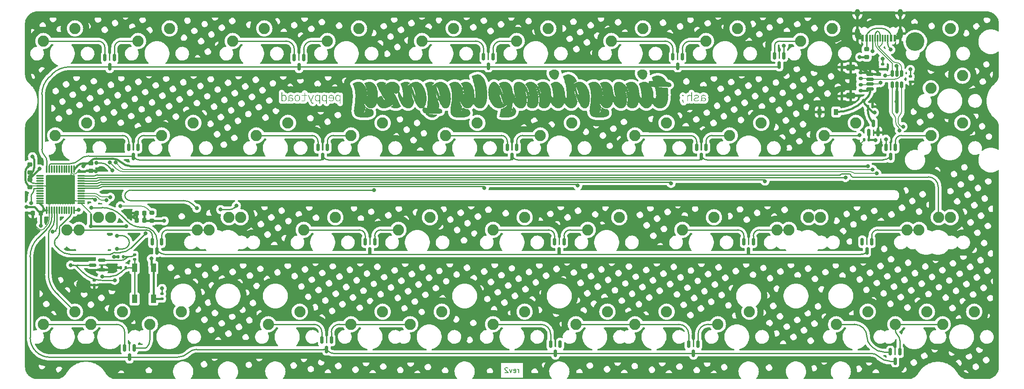
<source format=gbl>
G04 #@! TF.GenerationSoftware,KiCad,Pcbnew,(6.0.11-0)*
G04 #@! TF.CreationDate,2023-07-30T15:39:25+09:00*
G04 #@! TF.ProjectId,Tiny Dimply Qazy,54696e79-2044-4696-9d70-6c792051617a,rev?*
G04 #@! TF.SameCoordinates,Original*
G04 #@! TF.FileFunction,Copper,L2,Bot*
G04 #@! TF.FilePolarity,Positive*
%FSLAX46Y46*%
G04 Gerber Fmt 4.6, Leading zero omitted, Abs format (unit mm)*
G04 Created by KiCad (PCBNEW (6.0.11-0)) date 2023-07-30 15:39:25*
%MOMM*%
%LPD*%
G01*
G04 APERTURE LIST*
G04 Aperture macros list*
%AMRoundRect*
0 Rectangle with rounded corners*
0 $1 Rounding radius*
0 $2 $3 $4 $5 $6 $7 $8 $9 X,Y pos of 4 corners*
0 Add a 4 corners polygon primitive as box body*
4,1,4,$2,$3,$4,$5,$6,$7,$8,$9,$2,$3,0*
0 Add four circle primitives for the rounded corners*
1,1,$1+$1,$2,$3*
1,1,$1+$1,$4,$5*
1,1,$1+$1,$6,$7*
1,1,$1+$1,$8,$9*
0 Add four rect primitives between the rounded corners*
20,1,$1+$1,$2,$3,$4,$5,0*
20,1,$1+$1,$4,$5,$6,$7,0*
20,1,$1+$1,$6,$7,$8,$9,0*
20,1,$1+$1,$8,$9,$2,$3,0*%
G04 Aperture macros list end*
G04 #@! TA.AperFunction,NonConductor*
%ADD10C,0.000000*%
G04 #@! TD*
%ADD11C,0.200000*%
G04 #@! TA.AperFunction,NonConductor*
%ADD12C,0.200000*%
G04 #@! TD*
G04 #@! TA.AperFunction,ComponentPad*
%ADD13C,2.250000*%
G04 #@! TD*
G04 #@! TA.AperFunction,ComponentPad*
%ADD14C,3.750000*%
G04 #@! TD*
G04 #@! TA.AperFunction,SMDPad,CuDef*
%ADD15RoundRect,0.225000X0.225000X0.250000X-0.225000X0.250000X-0.225000X-0.250000X0.225000X-0.250000X0*%
G04 #@! TD*
G04 #@! TA.AperFunction,SMDPad,CuDef*
%ADD16RoundRect,0.150000X-0.150000X0.587500X-0.150000X-0.587500X0.150000X-0.587500X0.150000X0.587500X0*%
G04 #@! TD*
G04 #@! TA.AperFunction,SMDPad,CuDef*
%ADD17RoundRect,0.150000X0.625000X-0.150000X0.625000X0.150000X-0.625000X0.150000X-0.625000X-0.150000X0*%
G04 #@! TD*
G04 #@! TA.AperFunction,SMDPad,CuDef*
%ADD18RoundRect,0.250000X0.650000X-0.350000X0.650000X0.350000X-0.650000X0.350000X-0.650000X-0.350000X0*%
G04 #@! TD*
G04 #@! TA.AperFunction,SMDPad,CuDef*
%ADD19RoundRect,0.135000X0.135000X0.185000X-0.135000X0.185000X-0.135000X-0.185000X0.135000X-0.185000X0*%
G04 #@! TD*
G04 #@! TA.AperFunction,SMDPad,CuDef*
%ADD20RoundRect,0.150000X0.150000X-0.512500X0.150000X0.512500X-0.150000X0.512500X-0.150000X-0.512500X0*%
G04 #@! TD*
G04 #@! TA.AperFunction,SMDPad,CuDef*
%ADD21RoundRect,0.225000X0.250000X-0.225000X0.250000X0.225000X-0.250000X0.225000X-0.250000X-0.225000X0*%
G04 #@! TD*
G04 #@! TA.AperFunction,SMDPad,CuDef*
%ADD22RoundRect,0.200000X0.275000X-0.200000X0.275000X0.200000X-0.275000X0.200000X-0.275000X-0.200000X0*%
G04 #@! TD*
G04 #@! TA.AperFunction,SMDPad,CuDef*
%ADD23RoundRect,0.140000X0.140000X0.170000X-0.140000X0.170000X-0.140000X-0.170000X0.140000X-0.170000X0*%
G04 #@! TD*
G04 #@! TA.AperFunction,SMDPad,CuDef*
%ADD24RoundRect,0.225000X-0.250000X0.225000X-0.250000X-0.225000X0.250000X-0.225000X0.250000X0.225000X0*%
G04 #@! TD*
G04 #@! TA.AperFunction,SMDPad,CuDef*
%ADD25RoundRect,0.135000X-0.185000X0.135000X-0.185000X-0.135000X0.185000X-0.135000X0.185000X0.135000X0*%
G04 #@! TD*
G04 #@! TA.AperFunction,SMDPad,CuDef*
%ADD26RoundRect,0.150000X0.275000X-0.150000X0.275000X0.150000X-0.275000X0.150000X-0.275000X-0.150000X0*%
G04 #@! TD*
G04 #@! TA.AperFunction,SMDPad,CuDef*
%ADD27RoundRect,0.175000X0.225000X-0.175000X0.225000X0.175000X-0.225000X0.175000X-0.225000X-0.175000X0*%
G04 #@! TD*
G04 #@! TA.AperFunction,SMDPad,CuDef*
%ADD28RoundRect,0.150000X0.150000X-0.587500X0.150000X0.587500X-0.150000X0.587500X-0.150000X-0.587500X0*%
G04 #@! TD*
G04 #@! TA.AperFunction,SMDPad,CuDef*
%ADD29R,1.000000X1.700000*%
G04 #@! TD*
G04 #@! TA.AperFunction,SMDPad,CuDef*
%ADD30RoundRect,0.150000X0.587500X0.150000X-0.587500X0.150000X-0.587500X-0.150000X0.587500X-0.150000X0*%
G04 #@! TD*
G04 #@! TA.AperFunction,SMDPad,CuDef*
%ADD31RoundRect,0.218750X0.256250X-0.218750X0.256250X0.218750X-0.256250X0.218750X-0.256250X-0.218750X0*%
G04 #@! TD*
G04 #@! TA.AperFunction,SMDPad,CuDef*
%ADD32RoundRect,0.135000X0.185000X-0.135000X0.185000X0.135000X-0.185000X0.135000X-0.185000X-0.135000X0*%
G04 #@! TD*
G04 #@! TA.AperFunction,SMDPad,CuDef*
%ADD33RoundRect,0.140000X0.170000X-0.140000X0.170000X0.140000X-0.170000X0.140000X-0.170000X-0.140000X0*%
G04 #@! TD*
G04 #@! TA.AperFunction,SMDPad,CuDef*
%ADD34RoundRect,0.075000X-0.662500X-0.075000X0.662500X-0.075000X0.662500X0.075000X-0.662500X0.075000X0*%
G04 #@! TD*
G04 #@! TA.AperFunction,SMDPad,CuDef*
%ADD35RoundRect,0.075000X-0.075000X-0.662500X0.075000X-0.662500X0.075000X0.662500X-0.075000X0.662500X0*%
G04 #@! TD*
G04 #@! TA.AperFunction,SMDPad,CuDef*
%ADD36R,0.600000X1.450000*%
G04 #@! TD*
G04 #@! TA.AperFunction,SMDPad,CuDef*
%ADD37R,0.300000X1.450000*%
G04 #@! TD*
G04 #@! TA.AperFunction,ComponentPad*
%ADD38O,1.000000X2.100000*%
G04 #@! TD*
G04 #@! TA.AperFunction,ComponentPad*
%ADD39O,1.000000X1.600000*%
G04 #@! TD*
G04 #@! TA.AperFunction,SMDPad,CuDef*
%ADD40RoundRect,0.140000X-0.170000X0.140000X-0.170000X-0.140000X0.170000X-0.140000X0.170000X0.140000X0*%
G04 #@! TD*
G04 #@! TA.AperFunction,SMDPad,CuDef*
%ADD41RoundRect,0.140000X-0.140000X-0.170000X0.140000X-0.170000X0.140000X0.170000X-0.140000X0.170000X0*%
G04 #@! TD*
G04 #@! TA.AperFunction,SMDPad,CuDef*
%ADD42R,0.900000X1.200000*%
G04 #@! TD*
G04 #@! TA.AperFunction,ViaPad*
%ADD43C,0.800000*%
G04 #@! TD*
G04 #@! TA.AperFunction,Conductor*
%ADD44C,0.200000*%
G04 #@! TD*
G04 #@! TA.AperFunction,Conductor*
%ADD45C,0.500000*%
G04 #@! TD*
G04 #@! TA.AperFunction,Conductor*
%ADD46C,0.381000*%
G04 #@! TD*
G04 #@! TA.AperFunction,Conductor*
%ADD47C,0.250000*%
G04 #@! TD*
G04 #@! TA.AperFunction,Conductor*
%ADD48C,0.300000*%
G04 #@! TD*
G04 APERTURE END LIST*
D10*
G36*
X98054229Y-73351583D02*
G01*
X98054543Y-73363989D01*
X98055501Y-73375427D01*
X98056228Y-73380789D01*
X98057125Y-73385918D01*
X98058194Y-73390817D01*
X98059438Y-73395488D01*
X98060861Y-73399933D01*
X98062465Y-73404158D01*
X98064254Y-73408163D01*
X98066229Y-73411952D01*
X98068394Y-73415528D01*
X98070752Y-73418893D01*
X98073305Y-73422051D01*
X98076058Y-73425005D01*
X98079011Y-73427757D01*
X98082170Y-73430311D01*
X98085535Y-73432669D01*
X98089111Y-73434834D01*
X98092900Y-73436809D01*
X98096905Y-73438597D01*
X98101129Y-73440201D01*
X98105575Y-73441624D01*
X98110246Y-73442869D01*
X98115144Y-73443938D01*
X98120273Y-73444835D01*
X98125636Y-73445562D01*
X98137073Y-73446519D01*
X98149480Y-73446833D01*
X98493437Y-73446833D01*
X98493437Y-73563250D01*
X98056875Y-73563250D01*
X98056875Y-74478708D01*
X98056159Y-74500558D01*
X98054002Y-74521419D01*
X98052377Y-74531461D01*
X98050387Y-74541234D01*
X98048028Y-74550730D01*
X98045299Y-74559944D01*
X98042198Y-74568866D01*
X98038724Y-74577491D01*
X98034873Y-74585810D01*
X98030644Y-74593817D01*
X98026035Y-74601505D01*
X98021045Y-74608865D01*
X98015671Y-74615891D01*
X98009911Y-74622575D01*
X98003764Y-74628911D01*
X97997228Y-74634891D01*
X97990299Y-74640507D01*
X97982978Y-74645752D01*
X97975261Y-74650620D01*
X97967147Y-74655103D01*
X97958633Y-74659193D01*
X97949719Y-74662883D01*
X97940401Y-74666167D01*
X97930679Y-74669036D01*
X97920549Y-74671484D01*
X97910011Y-74673503D01*
X97899061Y-74675086D01*
X97887699Y-74676225D01*
X97875923Y-74676914D01*
X97863729Y-74677146D01*
X97334563Y-74677146D01*
X97337208Y-74674500D01*
X97337208Y-74558083D01*
X97921938Y-74558083D01*
X97921938Y-73563250D01*
X97337208Y-73563250D01*
X97337208Y-73446833D01*
X97921938Y-73446833D01*
X97921938Y-73012917D01*
X98054229Y-73012917D01*
X98054229Y-73351583D01*
G37*
G36*
X101425562Y-74098826D02*
G01*
X101425021Y-74060667D01*
X101427146Y-73985427D01*
X101433465Y-73914536D01*
X101443892Y-73848063D01*
X101458342Y-73786079D01*
X101476730Y-73728652D01*
X101487374Y-73701670D01*
X101498970Y-73675853D01*
X101511509Y-73651211D01*
X101524978Y-73627751D01*
X101539368Y-73605484D01*
X101554667Y-73584417D01*
X101570866Y-73564559D01*
X101587953Y-73545919D01*
X101605919Y-73528506D01*
X101624751Y-73512328D01*
X101644440Y-73497394D01*
X101664974Y-73483713D01*
X101686344Y-73471294D01*
X101708539Y-73460145D01*
X101731547Y-73450275D01*
X101755359Y-73441693D01*
X101779963Y-73434407D01*
X101805350Y-73428426D01*
X101831507Y-73423759D01*
X101858425Y-73420415D01*
X101886093Y-73418402D01*
X101914500Y-73417729D01*
X101948545Y-73418772D01*
X101981225Y-73421858D01*
X102012541Y-73426920D01*
X102042493Y-73433894D01*
X102071081Y-73442712D01*
X102098304Y-73453308D01*
X102124163Y-73465618D01*
X102148657Y-73479576D01*
X102171788Y-73495114D01*
X102193554Y-73512168D01*
X102213956Y-73530671D01*
X102232993Y-73550558D01*
X102250667Y-73571763D01*
X102266976Y-73594220D01*
X102281920Y-73617862D01*
X102295501Y-73642625D01*
X102303437Y-73642625D01*
X102303437Y-73446833D01*
X102438375Y-73446833D01*
X102438375Y-75150750D01*
X102303437Y-75150750D01*
X102303437Y-74478708D01*
X102295501Y-74478708D01*
X102281920Y-74503035D01*
X102266976Y-74526354D01*
X102250667Y-74548588D01*
X102242000Y-74559273D01*
X102232993Y-74569659D01*
X102223645Y-74579734D01*
X102213955Y-74589490D01*
X102203925Y-74598916D01*
X102193554Y-74608003D01*
X102182841Y-74616741D01*
X102171787Y-74625121D01*
X102160393Y-74633132D01*
X102148657Y-74640766D01*
X102136580Y-74648011D01*
X102124162Y-74654860D01*
X102111403Y-74661302D01*
X102098303Y-74667327D01*
X102084862Y-74672926D01*
X102071080Y-74678089D01*
X102056957Y-74682806D01*
X102042493Y-74687068D01*
X102027687Y-74690864D01*
X102012541Y-74694186D01*
X101997054Y-74697023D01*
X101981225Y-74699367D01*
X101965055Y-74701206D01*
X101948545Y-74702532D01*
X101931693Y-74703334D01*
X101914500Y-74703604D01*
X101886326Y-74702931D01*
X101858861Y-74700918D01*
X101832118Y-74697574D01*
X101806109Y-74692907D01*
X101780846Y-74686926D01*
X101756342Y-74679640D01*
X101732607Y-74671058D01*
X101709655Y-74661188D01*
X101687498Y-74650039D01*
X101666147Y-74637620D01*
X101645615Y-74623939D01*
X101625914Y-74609005D01*
X101607056Y-74592827D01*
X101589052Y-74575414D01*
X101571916Y-74556774D01*
X101555660Y-74536917D01*
X101540294Y-74515850D01*
X101525833Y-74493582D01*
X101512287Y-74470123D01*
X101499668Y-74445480D01*
X101487990Y-74419664D01*
X101477263Y-74392681D01*
X101467501Y-74364542D01*
X101458714Y-74335254D01*
X101450917Y-74304828D01*
X101444119Y-74273270D01*
X101438334Y-74240590D01*
X101433574Y-74206797D01*
X101429850Y-74171900D01*
X101428073Y-74147979D01*
X101570541Y-74147979D01*
X101572177Y-74196920D01*
X101577053Y-74243462D01*
X101580691Y-74265800D01*
X101585122Y-74287500D01*
X101590340Y-74308547D01*
X101596338Y-74328929D01*
X101603112Y-74348633D01*
X101610655Y-74367646D01*
X101618962Y-74385954D01*
X101628026Y-74403545D01*
X101637843Y-74420405D01*
X101648405Y-74436522D01*
X101659708Y-74451881D01*
X101671745Y-74466471D01*
X101684510Y-74480278D01*
X101697999Y-74493289D01*
X101712204Y-74505491D01*
X101727121Y-74516871D01*
X101742743Y-74527416D01*
X101759065Y-74537112D01*
X101776080Y-74545947D01*
X101793784Y-74553908D01*
X101812169Y-74560981D01*
X101831231Y-74567153D01*
X101850963Y-74572412D01*
X101871360Y-74576744D01*
X101892416Y-74580136D01*
X101914125Y-74582575D01*
X101936481Y-74584048D01*
X101959478Y-74584542D01*
X101959478Y-74581896D01*
X101993427Y-74580665D01*
X102026673Y-74577012D01*
X102059013Y-74570995D01*
X102090240Y-74562672D01*
X102120150Y-74552101D01*
X102148536Y-74539340D01*
X102175194Y-74524448D01*
X102187811Y-74516220D01*
X102199918Y-74507482D01*
X102211491Y-74498239D01*
X102222503Y-74488500D01*
X102232928Y-74478272D01*
X102242742Y-74467562D01*
X102251919Y-74456377D01*
X102260432Y-74444724D01*
X102268256Y-74432611D01*
X102275366Y-74420045D01*
X102281735Y-74407034D01*
X102287339Y-74393584D01*
X102292150Y-74379702D01*
X102296145Y-74365397D01*
X102299296Y-74350676D01*
X102301579Y-74335545D01*
X102302968Y-74320011D01*
X102303436Y-74304083D01*
X102303436Y-73817250D01*
X102302975Y-73801089D01*
X102301608Y-73785353D01*
X102299360Y-73770046D01*
X102296253Y-73755176D01*
X102292314Y-73740748D01*
X102287565Y-73726767D01*
X102282032Y-73713240D01*
X102275738Y-73700172D01*
X102268708Y-73687569D01*
X102260965Y-73675437D01*
X102252534Y-73663782D01*
X102243440Y-73652609D01*
X102233707Y-73641924D01*
X102223358Y-73631734D01*
X102212417Y-73622044D01*
X102200911Y-73612859D01*
X102188861Y-73604186D01*
X102176293Y-73596031D01*
X102163231Y-73588399D01*
X102149699Y-73581295D01*
X102135722Y-73574727D01*
X102121323Y-73568699D01*
X102106526Y-73563218D01*
X102091357Y-73558289D01*
X102075838Y-73553918D01*
X102059996Y-73550111D01*
X102043852Y-73546874D01*
X102027433Y-73544212D01*
X102010762Y-73542132D01*
X101993863Y-73540639D01*
X101976760Y-73539739D01*
X101959478Y-73539438D01*
X101936481Y-73539931D01*
X101914125Y-73541404D01*
X101892416Y-73543843D01*
X101871360Y-73547235D01*
X101850963Y-73551567D01*
X101831230Y-73556826D01*
X101812169Y-73562998D01*
X101793783Y-73570071D01*
X101776080Y-73578032D01*
X101759064Y-73586867D01*
X101742743Y-73596563D01*
X101727121Y-73607108D01*
X101712204Y-73618488D01*
X101697998Y-73630690D01*
X101684510Y-73643701D01*
X101671744Y-73657508D01*
X101659707Y-73672098D01*
X101648405Y-73687458D01*
X101637842Y-73703574D01*
X101628026Y-73720434D01*
X101618962Y-73738025D01*
X101610655Y-73756333D01*
X101603112Y-73775346D01*
X101596338Y-73795050D01*
X101590340Y-73815432D01*
X101585122Y-73836479D01*
X101580691Y-73858179D01*
X101577053Y-73880517D01*
X101574213Y-73903482D01*
X101572177Y-73927059D01*
X101570951Y-73951236D01*
X101570541Y-73976000D01*
X101570541Y-74147979D01*
X101428073Y-74147979D01*
X101427176Y-74135906D01*
X101425562Y-74098826D01*
G37*
G36*
X175907858Y-74674500D02*
G01*
X175772932Y-74674500D01*
X175772932Y-73809312D01*
X175772456Y-73792236D01*
X175771048Y-73775731D01*
X175768738Y-73759795D01*
X175765553Y-73744427D01*
X175761523Y-73729626D01*
X175756677Y-73715388D01*
X175751044Y-73701712D01*
X175744654Y-73688596D01*
X175737535Y-73676039D01*
X175729716Y-73664037D01*
X175721227Y-73652590D01*
X175712097Y-73641695D01*
X175702354Y-73631350D01*
X175692028Y-73621554D01*
X175681147Y-73612304D01*
X175669742Y-73603599D01*
X175657840Y-73595436D01*
X175645471Y-73587814D01*
X175632665Y-73580731D01*
X175619449Y-73574185D01*
X175605854Y-73568173D01*
X175591908Y-73562694D01*
X175577640Y-73557747D01*
X175563079Y-73553328D01*
X175548255Y-73549436D01*
X175533197Y-73546070D01*
X175502493Y-73540905D01*
X175471200Y-73537817D01*
X175439551Y-73536792D01*
X175420467Y-73537126D01*
X175401916Y-73538131D01*
X175383901Y-73539813D01*
X175366428Y-73542176D01*
X175349502Y-73545225D01*
X175333127Y-73548965D01*
X175317308Y-73553401D01*
X175302050Y-73558537D01*
X175287358Y-73564379D01*
X175273236Y-73570930D01*
X175259690Y-73578197D01*
X175246725Y-73586184D01*
X175234345Y-73594895D01*
X175222555Y-73604337D01*
X175211359Y-73614512D01*
X175200764Y-73625427D01*
X175190773Y-73637086D01*
X175181392Y-73649494D01*
X175172625Y-73662656D01*
X175164477Y-73676576D01*
X175156953Y-73691260D01*
X175150058Y-73706713D01*
X175143796Y-73722938D01*
X175138173Y-73739942D01*
X175133194Y-73757729D01*
X175128862Y-73776303D01*
X175125184Y-73795670D01*
X175122164Y-73815834D01*
X175119806Y-73836801D01*
X175118116Y-73858574D01*
X175117099Y-73881160D01*
X175116759Y-73904562D01*
X175116759Y-74674500D01*
X174981817Y-74674500D01*
X174981817Y-73880750D01*
X174982273Y-73853350D01*
X174983635Y-73826716D01*
X174985894Y-73800855D01*
X174989042Y-73775774D01*
X174993069Y-73751481D01*
X174997968Y-73727980D01*
X175003728Y-73705280D01*
X175010343Y-73683387D01*
X175017802Y-73662308D01*
X175026098Y-73642050D01*
X175035221Y-73622619D01*
X175045162Y-73604023D01*
X175055914Y-73586267D01*
X175067467Y-73569359D01*
X175079813Y-73553306D01*
X175092942Y-73538115D01*
X175106847Y-73523791D01*
X175121518Y-73510342D01*
X175136947Y-73497775D01*
X175153124Y-73486097D01*
X175170042Y-73475314D01*
X175187692Y-73465433D01*
X175206064Y-73456461D01*
X175225151Y-73448404D01*
X175244942Y-73441270D01*
X175265431Y-73435065D01*
X175286607Y-73429796D01*
X175308463Y-73425470D01*
X175330989Y-73422094D01*
X175354176Y-73419673D01*
X175378017Y-73418216D01*
X175402502Y-73417729D01*
X175440030Y-73418945D01*
X175475263Y-73422499D01*
X175508263Y-73428246D01*
X175539094Y-73436043D01*
X175567816Y-73445747D01*
X175594491Y-73457215D01*
X175619182Y-73470303D01*
X175641951Y-73484867D01*
X175662859Y-73500765D01*
X175681969Y-73517852D01*
X175699343Y-73535986D01*
X175715042Y-73555023D01*
X175729129Y-73574820D01*
X175741665Y-73595232D01*
X175752713Y-73616118D01*
X175762335Y-73637333D01*
X175772917Y-73637333D01*
X175772917Y-72912375D01*
X175907858Y-72912375D01*
X175907858Y-74674500D01*
G37*
G36*
X100055019Y-74098826D02*
G01*
X100054479Y-74060667D01*
X100056604Y-73985427D01*
X100062923Y-73914536D01*
X100073350Y-73848063D01*
X100087800Y-73786079D01*
X100106188Y-73728652D01*
X100116832Y-73701670D01*
X100128428Y-73675853D01*
X100140966Y-73651211D01*
X100154435Y-73627751D01*
X100168825Y-73605484D01*
X100184125Y-73584417D01*
X100200324Y-73564559D01*
X100217411Y-73545919D01*
X100235376Y-73528506D01*
X100254208Y-73512328D01*
X100273897Y-73497394D01*
X100294432Y-73483713D01*
X100315802Y-73471294D01*
X100337997Y-73460145D01*
X100361005Y-73450275D01*
X100384817Y-73441693D01*
X100409421Y-73434407D01*
X100434807Y-73428426D01*
X100460965Y-73423759D01*
X100487883Y-73420415D01*
X100515551Y-73418402D01*
X100543958Y-73417729D01*
X100578003Y-73418772D01*
X100610683Y-73421858D01*
X100641999Y-73426920D01*
X100671951Y-73433894D01*
X100700538Y-73442712D01*
X100727761Y-73453308D01*
X100753620Y-73465618D01*
X100778115Y-73479576D01*
X100801245Y-73495114D01*
X100823011Y-73512168D01*
X100843413Y-73530671D01*
X100862450Y-73550558D01*
X100880124Y-73571763D01*
X100896433Y-73594220D01*
X100911378Y-73617862D01*
X100924958Y-73642625D01*
X100932896Y-73642625D01*
X100932896Y-73446833D01*
X101067834Y-73446833D01*
X101067834Y-75150750D01*
X100932896Y-75150750D01*
X100932896Y-74478708D01*
X100924958Y-74478708D01*
X100911378Y-74503035D01*
X100896433Y-74526354D01*
X100880124Y-74548588D01*
X100871458Y-74559273D01*
X100862450Y-74569659D01*
X100853102Y-74579734D01*
X100843413Y-74589490D01*
X100833382Y-74598916D01*
X100823011Y-74608003D01*
X100812298Y-74616741D01*
X100801245Y-74625121D01*
X100789850Y-74633132D01*
X100778115Y-74640766D01*
X100766038Y-74648011D01*
X100753620Y-74654860D01*
X100740861Y-74661302D01*
X100727761Y-74667327D01*
X100714320Y-74672926D01*
X100700538Y-74678089D01*
X100686415Y-74682806D01*
X100671951Y-74687068D01*
X100657145Y-74690864D01*
X100641999Y-74694186D01*
X100626511Y-74697023D01*
X100610683Y-74699367D01*
X100594513Y-74701206D01*
X100578003Y-74702532D01*
X100561151Y-74703334D01*
X100543958Y-74703604D01*
X100515784Y-74702931D01*
X100488319Y-74700918D01*
X100461576Y-74697574D01*
X100435567Y-74692907D01*
X100410304Y-74686926D01*
X100385799Y-74679640D01*
X100362065Y-74671058D01*
X100339113Y-74661188D01*
X100316955Y-74650039D01*
X100295605Y-74637620D01*
X100275072Y-74623939D01*
X100255371Y-74609005D01*
X100236513Y-74592827D01*
X100218510Y-74575414D01*
X100201374Y-74556774D01*
X100185117Y-74536917D01*
X100169752Y-74515850D01*
X100155290Y-74493582D01*
X100141744Y-74470123D01*
X100129126Y-74445480D01*
X100117447Y-74419664D01*
X100106721Y-74392681D01*
X100096958Y-74364542D01*
X100088172Y-74335254D01*
X100080374Y-74304828D01*
X100073577Y-74273270D01*
X100067792Y-74240590D01*
X100063031Y-74206797D01*
X100059308Y-74171900D01*
X100057530Y-74147979D01*
X100200000Y-74147979D01*
X100201636Y-74196920D01*
X100206512Y-74243462D01*
X100210150Y-74265800D01*
X100214581Y-74287500D01*
X100219799Y-74308547D01*
X100225797Y-74328929D01*
X100232571Y-74348633D01*
X100240114Y-74367646D01*
X100248421Y-74385954D01*
X100257485Y-74403545D01*
X100267302Y-74420405D01*
X100277864Y-74436522D01*
X100289167Y-74451881D01*
X100301204Y-74466471D01*
X100313969Y-74480278D01*
X100327458Y-74493289D01*
X100341663Y-74505491D01*
X100356580Y-74516871D01*
X100372202Y-74527416D01*
X100388524Y-74537112D01*
X100405539Y-74545947D01*
X100423243Y-74553908D01*
X100441628Y-74560981D01*
X100460690Y-74567153D01*
X100480422Y-74572412D01*
X100500819Y-74576744D01*
X100521875Y-74580136D01*
X100543584Y-74582575D01*
X100565940Y-74584048D01*
X100588938Y-74584542D01*
X100588938Y-74581896D01*
X100622886Y-74580665D01*
X100656133Y-74577012D01*
X100688472Y-74570995D01*
X100719700Y-74562672D01*
X100749609Y-74552101D01*
X100777996Y-74539340D01*
X100804654Y-74524448D01*
X100817270Y-74516220D01*
X100829378Y-74507482D01*
X100840950Y-74498239D01*
X100851962Y-74488500D01*
X100862388Y-74478272D01*
X100872202Y-74467562D01*
X100881378Y-74456377D01*
X100889891Y-74444724D01*
X100897716Y-74432611D01*
X100904825Y-74420045D01*
X100911195Y-74407034D01*
X100916798Y-74393584D01*
X100921610Y-74379702D01*
X100925604Y-74365397D01*
X100928756Y-74350676D01*
X100931039Y-74335545D01*
X100932427Y-74320011D01*
X100932896Y-74304083D01*
X100932896Y-73817250D01*
X100932435Y-73801089D01*
X100931068Y-73785353D01*
X100928819Y-73770046D01*
X100925713Y-73755176D01*
X100921773Y-73740748D01*
X100917025Y-73726767D01*
X100911491Y-73713240D01*
X100905197Y-73700172D01*
X100898167Y-73687569D01*
X100890424Y-73675437D01*
X100881994Y-73663782D01*
X100872899Y-73652609D01*
X100863166Y-73641924D01*
X100852817Y-73631734D01*
X100841877Y-73622044D01*
X100830370Y-73612859D01*
X100818320Y-73604186D01*
X100805752Y-73596031D01*
X100792690Y-73588399D01*
X100779159Y-73581295D01*
X100765181Y-73574727D01*
X100750782Y-73568699D01*
X100735985Y-73563218D01*
X100720816Y-73558289D01*
X100705298Y-73553918D01*
X100689455Y-73550111D01*
X100673312Y-73546874D01*
X100656892Y-73544212D01*
X100640221Y-73542132D01*
X100623322Y-73540639D01*
X100606220Y-73539739D01*
X100588938Y-73539438D01*
X100565940Y-73539931D01*
X100543584Y-73541404D01*
X100521875Y-73543843D01*
X100500819Y-73547235D01*
X100480422Y-73551567D01*
X100460690Y-73556826D01*
X100441628Y-73562998D01*
X100423242Y-73570071D01*
X100405539Y-73578032D01*
X100388524Y-73586867D01*
X100372202Y-73596563D01*
X100356580Y-73607108D01*
X100341663Y-73618488D01*
X100327458Y-73630690D01*
X100313969Y-73643701D01*
X100301203Y-73657508D01*
X100289166Y-73672098D01*
X100277864Y-73687458D01*
X100267301Y-73703574D01*
X100257485Y-73720434D01*
X100248421Y-73738025D01*
X100240114Y-73756333D01*
X100232571Y-73775346D01*
X100225797Y-73795050D01*
X100219799Y-73815432D01*
X100214581Y-73836479D01*
X100210150Y-73858179D01*
X100206512Y-73880517D01*
X100203672Y-73903482D01*
X100201636Y-73927059D01*
X100200410Y-73951236D01*
X100200000Y-73976000D01*
X100200000Y-74147979D01*
X100057530Y-74147979D01*
X100056633Y-74135906D01*
X100055019Y-74098826D01*
G37*
G36*
X115685812Y-70765705D02*
G01*
X115779757Y-70771975D01*
X115870371Y-70782246D01*
X115957671Y-70796371D01*
X116041676Y-70814203D01*
X116122401Y-70835595D01*
X116199864Y-70860401D01*
X116274081Y-70888474D01*
X116345070Y-70919667D01*
X116412847Y-70953832D01*
X116477430Y-70990825D01*
X116538835Y-71030496D01*
X116597079Y-71072701D01*
X116652180Y-71117291D01*
X116704154Y-71164121D01*
X116753018Y-71213043D01*
X116798790Y-71263911D01*
X116841485Y-71316578D01*
X116881122Y-71370896D01*
X116917716Y-71426720D01*
X116951286Y-71483903D01*
X116981847Y-71542297D01*
X117009418Y-71601755D01*
X117034014Y-71662132D01*
X117055653Y-71723280D01*
X117074352Y-71785053D01*
X117090127Y-71847303D01*
X117102997Y-71909885D01*
X117112977Y-71972650D01*
X117120084Y-72035452D01*
X117124336Y-72098146D01*
X117125750Y-72160582D01*
X117125316Y-72195709D01*
X117124014Y-72230630D01*
X117121843Y-72265326D01*
X117118805Y-72299778D01*
X117114898Y-72333967D01*
X117110123Y-72367872D01*
X117104480Y-72401475D01*
X117097969Y-72434757D01*
X117090589Y-72467697D01*
X117082342Y-72500278D01*
X117073226Y-72532478D01*
X117063242Y-72564279D01*
X117052390Y-72595661D01*
X117040670Y-72626606D01*
X117028081Y-72657093D01*
X117014625Y-72687103D01*
X117178708Y-73045779D01*
X117266284Y-73228838D01*
X117358914Y-73411400D01*
X117407444Y-73501798D01*
X117457621Y-73591234D01*
X117509574Y-73679430D01*
X117563429Y-73766107D01*
X117619315Y-73850985D01*
X117677360Y-73933787D01*
X117737692Y-74014231D01*
X117800438Y-74092041D01*
X117798210Y-73863325D01*
X117791545Y-73640585D01*
X117780469Y-73423907D01*
X117765009Y-73213376D01*
X117745193Y-73009077D01*
X117721048Y-72811096D01*
X117692600Y-72619517D01*
X117659878Y-72434426D01*
X117622908Y-72255909D01*
X117581718Y-72084050D01*
X117536333Y-71918934D01*
X117486783Y-71760648D01*
X117433093Y-71609276D01*
X117375291Y-71464904D01*
X117313404Y-71327617D01*
X117247459Y-71197499D01*
X117298632Y-71151234D01*
X117353731Y-71106802D01*
X117412466Y-71064362D01*
X117474546Y-71024073D01*
X117539679Y-70986094D01*
X117607576Y-70950584D01*
X117677946Y-70917702D01*
X117750498Y-70887606D01*
X117824941Y-70860456D01*
X117900985Y-70836410D01*
X117978338Y-70815628D01*
X118056712Y-70798268D01*
X118135813Y-70784489D01*
X118215353Y-70774450D01*
X118295040Y-70768310D01*
X118374584Y-70766228D01*
X118437664Y-70767275D01*
X118498968Y-70770388D01*
X118558584Y-70775524D01*
X118616594Y-70782641D01*
X118673085Y-70791695D01*
X118728143Y-70802645D01*
X118781851Y-70815447D01*
X118834296Y-70830059D01*
X118885563Y-70846439D01*
X118935737Y-70864543D01*
X118984903Y-70884329D01*
X119033147Y-70905755D01*
X119080554Y-70928777D01*
X119127209Y-70953354D01*
X119173197Y-70979442D01*
X119218603Y-71006999D01*
X119165794Y-71040965D01*
X119112636Y-71078183D01*
X119059276Y-71118370D01*
X119005862Y-71161243D01*
X118952541Y-71206519D01*
X118899460Y-71253914D01*
X118846767Y-71303147D01*
X118794609Y-71353934D01*
X118743133Y-71405992D01*
X118692486Y-71459039D01*
X118594270Y-71566965D01*
X118501139Y-71675449D01*
X118414271Y-71782228D01*
X118435437Y-71803395D01*
X118547516Y-71697562D01*
X119575791Y-71697562D01*
X119752979Y-72265837D01*
X119848983Y-72560300D01*
X119949515Y-72854453D01*
X120054263Y-73142900D01*
X120162918Y-73420248D01*
X120275170Y-73681100D01*
X120332548Y-73803655D01*
X120390708Y-73920062D01*
X120409229Y-73920062D01*
X120354552Y-73677325D01*
X120299731Y-73447347D01*
X120244872Y-73230360D01*
X120190079Y-73026597D01*
X120135456Y-72836291D01*
X120081109Y-72659674D01*
X120027141Y-72496979D01*
X119973658Y-72348437D01*
X119920764Y-72214283D01*
X119868564Y-72094747D01*
X119817162Y-71990064D01*
X119766663Y-71900465D01*
X119741785Y-71861394D01*
X119717172Y-71826182D01*
X119692837Y-71794858D01*
X119668793Y-71767449D01*
X119645053Y-71743987D01*
X119621631Y-71724499D01*
X119598539Y-71709014D01*
X119575791Y-71697562D01*
X118547516Y-71697562D01*
X118575646Y-71670999D01*
X118713498Y-71548522D01*
X118848993Y-71435772D01*
X118982132Y-71332561D01*
X119112915Y-71238698D01*
X119241341Y-71153993D01*
X119367411Y-71078256D01*
X119491125Y-71011299D01*
X119612482Y-70952929D01*
X119731482Y-70902959D01*
X119848126Y-70861197D01*
X119962414Y-70827455D01*
X120074345Y-70801541D01*
X120183920Y-70783266D01*
X120291138Y-70772440D01*
X120396000Y-70768874D01*
X120522377Y-70774029D01*
X120645015Y-70789249D01*
X120763897Y-70814166D01*
X120879004Y-70848409D01*
X120990319Y-70891612D01*
X121097823Y-70943404D01*
X121201500Y-71003418D01*
X121301330Y-71071285D01*
X121397296Y-71146635D01*
X121489379Y-71229101D01*
X121577563Y-71318314D01*
X121661829Y-71413904D01*
X121818536Y-71622745D01*
X121959356Y-71852673D01*
X122084147Y-72100740D01*
X122192763Y-72363996D01*
X122285063Y-72639492D01*
X122360903Y-72924277D01*
X122420139Y-73215403D01*
X122462628Y-73509921D01*
X122488226Y-73804880D01*
X122496791Y-74097332D01*
X122494379Y-74249640D01*
X122487169Y-74399634D01*
X122475199Y-74546799D01*
X122458509Y-74690619D01*
X122437137Y-74830579D01*
X122411122Y-74966163D01*
X122380502Y-75096856D01*
X122345317Y-75222142D01*
X122305605Y-75341506D01*
X122261404Y-75454433D01*
X122212755Y-75560406D01*
X122159695Y-75658911D01*
X122102263Y-75749432D01*
X122071919Y-75791538D01*
X122040498Y-75831454D01*
X122008002Y-75869116D01*
X121974438Y-75904460D01*
X121939811Y-75937422D01*
X121904124Y-75967936D01*
X122578811Y-75997040D01*
X122615067Y-75766760D01*
X122648099Y-75534433D01*
X122677410Y-75300246D01*
X122702504Y-75064385D01*
X122722885Y-74827035D01*
X122738058Y-74588383D01*
X122747525Y-74348615D01*
X122750791Y-74107916D01*
X122748870Y-73921404D01*
X122742993Y-73735009D01*
X122732984Y-73548846D01*
X122718669Y-73363032D01*
X122699873Y-73177682D01*
X122676423Y-72992915D01*
X122648144Y-72808844D01*
X122614861Y-72625588D01*
X122576400Y-72443262D01*
X122532587Y-72261983D01*
X122483247Y-72081866D01*
X122428206Y-71903028D01*
X122367289Y-71725585D01*
X122300323Y-71549654D01*
X122227131Y-71375351D01*
X122147541Y-71202791D01*
X122198715Y-71156526D01*
X122253814Y-71112094D01*
X122312549Y-71069654D01*
X122374629Y-71029365D01*
X122439762Y-70991386D01*
X122507659Y-70955876D01*
X122578029Y-70922994D01*
X122650581Y-70892898D01*
X122725024Y-70865748D01*
X122801068Y-70841702D01*
X122878422Y-70820920D01*
X122956795Y-70803560D01*
X123035896Y-70789781D01*
X123115436Y-70779742D01*
X123195123Y-70773602D01*
X123274666Y-70771521D01*
X123337746Y-70772568D01*
X123399051Y-70775680D01*
X123458667Y-70780817D01*
X123516677Y-70787933D01*
X123573169Y-70796987D01*
X123628226Y-70807937D01*
X123681935Y-70820739D01*
X123734380Y-70835351D01*
X123785647Y-70851731D01*
X123835821Y-70869835D01*
X123884987Y-70889621D01*
X123933231Y-70911047D01*
X123980637Y-70934069D01*
X124027292Y-70958646D01*
X124073280Y-70984734D01*
X124118687Y-71012291D01*
X124065878Y-71046258D01*
X124012719Y-71083476D01*
X123959359Y-71123663D01*
X123905945Y-71166535D01*
X123852624Y-71211811D01*
X123799544Y-71259207D01*
X123746850Y-71308439D01*
X123694692Y-71359226D01*
X123643216Y-71411285D01*
X123592569Y-71464331D01*
X123494353Y-71572257D01*
X123401221Y-71680742D01*
X123314353Y-71787521D01*
X123335521Y-71808687D01*
X123453204Y-71697562D01*
X124473229Y-71697562D01*
X124650418Y-72265837D01*
X124746422Y-72560300D01*
X124846953Y-72854453D01*
X124951701Y-73142900D01*
X125060356Y-73420248D01*
X125172607Y-73681100D01*
X125229985Y-73803655D01*
X125288145Y-73920062D01*
X125306666Y-73920062D01*
X125251989Y-73677325D01*
X125197169Y-73447347D01*
X125142310Y-73230360D01*
X125087517Y-73026597D01*
X125032895Y-72836291D01*
X124978547Y-72659674D01*
X124924580Y-72496979D01*
X124871097Y-72348437D01*
X124818203Y-72214283D01*
X124766002Y-72094747D01*
X124714600Y-71990064D01*
X124664102Y-71900465D01*
X124639223Y-71861394D01*
X124614610Y-71826182D01*
X124590275Y-71794858D01*
X124566231Y-71767449D01*
X124542492Y-71743987D01*
X124519069Y-71724499D01*
X124495977Y-71709014D01*
X124473229Y-71697562D01*
X123453204Y-71697562D01*
X123475729Y-71676291D01*
X123613581Y-71553814D01*
X123749077Y-71441064D01*
X123882216Y-71337853D01*
X124012999Y-71243990D01*
X124141425Y-71159285D01*
X124267495Y-71083549D01*
X124391209Y-71016591D01*
X124512566Y-70958222D01*
X124631566Y-70908251D01*
X124748210Y-70866490D01*
X124862498Y-70832747D01*
X124974429Y-70806833D01*
X125084004Y-70788558D01*
X125191222Y-70777733D01*
X125296084Y-70774166D01*
X125288143Y-70766229D01*
X125414520Y-70771385D01*
X125537159Y-70786605D01*
X125656041Y-70811521D01*
X125771148Y-70845765D01*
X125882463Y-70888967D01*
X125989967Y-70940759D01*
X126093644Y-71000773D01*
X126193474Y-71068640D01*
X126289440Y-71143990D01*
X126381524Y-71226456D01*
X126469708Y-71315669D01*
X126553974Y-71411260D01*
X126710681Y-71620100D01*
X126851501Y-71850029D01*
X126976291Y-72098096D01*
X127084908Y-72361352D01*
X127177208Y-72636847D01*
X127253047Y-72921633D01*
X127312283Y-73212759D01*
X127354772Y-73507276D01*
X127380371Y-73802236D01*
X127388935Y-74094688D01*
X127387905Y-74195951D01*
X127384819Y-74296246D01*
X127379681Y-74395425D01*
X127372497Y-74493340D01*
X127363273Y-74589845D01*
X127352013Y-74684791D01*
X127338724Y-74778032D01*
X127323410Y-74869421D01*
X127306077Y-74958809D01*
X127286729Y-75046051D01*
X127265374Y-75130998D01*
X127242015Y-75213503D01*
X127216658Y-75293419D01*
X127189308Y-75370599D01*
X127159971Y-75444896D01*
X127128652Y-75516162D01*
X127095357Y-75584249D01*
X127060090Y-75649011D01*
X127022857Y-75710301D01*
X126983664Y-75767970D01*
X126942515Y-75821873D01*
X126899416Y-75871861D01*
X126854373Y-75917787D01*
X126807390Y-75959504D01*
X126758474Y-75996865D01*
X126707628Y-76029722D01*
X126654860Y-76057928D01*
X126600173Y-76081336D01*
X126543574Y-76099799D01*
X126485067Y-76113169D01*
X126424658Y-76121299D01*
X126362353Y-76124042D01*
X126272610Y-76118270D01*
X126184440Y-76101181D01*
X126097819Y-76073119D01*
X126012721Y-76034424D01*
X125929123Y-75985440D01*
X125847001Y-75926507D01*
X125687088Y-75780166D01*
X125532786Y-75598137D01*
X125383902Y-75383157D01*
X125240243Y-75137961D01*
X125101615Y-74865286D01*
X124967824Y-74567869D01*
X124838675Y-74248445D01*
X124713976Y-73909752D01*
X124593533Y-73554524D01*
X124364637Y-72805412D01*
X124150439Y-72023000D01*
X124129271Y-72023000D01*
X124283639Y-72755482D01*
X124371768Y-73137071D01*
X124469260Y-73521203D01*
X124577667Y-73902110D01*
X124636447Y-74089552D01*
X124698538Y-74274025D01*
X124764132Y-74454809D01*
X124833423Y-74631182D01*
X124906606Y-74802423D01*
X124983874Y-74967812D01*
X125000803Y-75096735D01*
X125013640Y-75232726D01*
X125022012Y-75374671D01*
X125025547Y-75521453D01*
X125023872Y-75671955D01*
X125016617Y-75825062D01*
X125003408Y-75979657D01*
X124983874Y-76134625D01*
X125029191Y-76142625D01*
X125072878Y-76151716D01*
X125114946Y-76161856D01*
X125155409Y-76173005D01*
X125194279Y-76185120D01*
X125231568Y-76198161D01*
X125267290Y-76212087D01*
X125301457Y-76226857D01*
X125334081Y-76242428D01*
X125365176Y-76258761D01*
X125394752Y-76275814D01*
X125422825Y-76293545D01*
X125449405Y-76311914D01*
X125474505Y-76330879D01*
X125498138Y-76350400D01*
X125520317Y-76370434D01*
X125541055Y-76390942D01*
X125560363Y-76411881D01*
X125578254Y-76433210D01*
X125594742Y-76454889D01*
X125609838Y-76476876D01*
X125623555Y-76499130D01*
X125635906Y-76521610D01*
X125646904Y-76544274D01*
X125656560Y-76567081D01*
X125664889Y-76589991D01*
X125671901Y-76612962D01*
X125677610Y-76635953D01*
X125682028Y-76658923D01*
X125685169Y-76681829D01*
X125687044Y-76704633D01*
X125687666Y-76727291D01*
X125684708Y-76790368D01*
X125680997Y-76819776D01*
X125675786Y-76847806D01*
X125669065Y-76874489D01*
X125660825Y-76899856D01*
X125651057Y-76923940D01*
X125639752Y-76946772D01*
X125626900Y-76968382D01*
X125612493Y-76988803D01*
X125596521Y-77008067D01*
X125578975Y-77026203D01*
X125559846Y-77043245D01*
X125539124Y-77059224D01*
X125516801Y-77074171D01*
X125492867Y-77088117D01*
X125440129Y-77113134D01*
X125380838Y-77134527D01*
X125314918Y-77152549D01*
X125242298Y-77167450D01*
X125162903Y-77179484D01*
X125076660Y-77188901D01*
X124983495Y-77195955D01*
X124883334Y-77200895D01*
X124488732Y-77213257D01*
X124000617Y-77222393D01*
X123486209Y-77228057D01*
X123012729Y-77230000D01*
X123012729Y-77259104D01*
X124671665Y-77359646D01*
X124633835Y-77425927D01*
X124591893Y-77489674D01*
X124546004Y-77550646D01*
X124496338Y-77608602D01*
X124443059Y-77663303D01*
X124386334Y-77714508D01*
X124326331Y-77761977D01*
X124263215Y-77805469D01*
X124197154Y-77844744D01*
X124128314Y-77879562D01*
X124056861Y-77909683D01*
X123982963Y-77934867D01*
X123906786Y-77954872D01*
X123828497Y-77969459D01*
X123748262Y-77978387D01*
X123666249Y-77981417D01*
X123614672Y-77980537D01*
X123563629Y-77977909D01*
X123513130Y-77973555D01*
X123463181Y-77967495D01*
X123413790Y-77959749D01*
X123364965Y-77950337D01*
X123316713Y-77939280D01*
X123269043Y-77926598D01*
X123221962Y-77912312D01*
X123175477Y-77896441D01*
X123129598Y-77879007D01*
X123084331Y-77860029D01*
X123039683Y-77839528D01*
X122995664Y-77817524D01*
X122952280Y-77794037D01*
X122909540Y-77769089D01*
X122826021Y-77714887D01*
X122745168Y-77655080D01*
X122667043Y-77589832D01*
X122591710Y-77519305D01*
X122519228Y-77443663D01*
X122449661Y-77363067D01*
X122383071Y-77277681D01*
X122319519Y-77187667D01*
X122319550Y-77186915D01*
X122319638Y-77186148D01*
X122319781Y-77185367D01*
X122319974Y-77184572D01*
X122320496Y-77182941D01*
X122321173Y-77181259D01*
X122321974Y-77179531D01*
X122322868Y-77177761D01*
X122324811Y-77174107D01*
X122326754Y-77170329D01*
X122327648Y-77168403D01*
X122328449Y-77166458D01*
X122329127Y-77164498D01*
X122329648Y-77162526D01*
X122329842Y-77161536D01*
X122329984Y-77160546D01*
X122330073Y-77159554D01*
X122330103Y-77158562D01*
X122286853Y-77146690D01*
X122245390Y-77133910D01*
X122205687Y-77120241D01*
X122167715Y-77105707D01*
X122131450Y-77090328D01*
X122096862Y-77074125D01*
X122063925Y-77057120D01*
X122032613Y-77039334D01*
X122002897Y-77020788D01*
X121974751Y-77001504D01*
X121948147Y-76981503D01*
X121923059Y-76960806D01*
X121899459Y-76939435D01*
X121877320Y-76917411D01*
X121856615Y-76894755D01*
X121837317Y-76871488D01*
X121819399Y-76847633D01*
X121802834Y-76823210D01*
X121787593Y-76798240D01*
X121773652Y-76772745D01*
X121760981Y-76746746D01*
X121749555Y-76720265D01*
X121739346Y-76693323D01*
X121730326Y-76665940D01*
X121715748Y-76609941D01*
X121705604Y-76552438D01*
X121699677Y-76493602D01*
X121697749Y-76433603D01*
X121698392Y-76405363D01*
X121700282Y-76377219D01*
X121703365Y-76349208D01*
X121707589Y-76321362D01*
X121712897Y-76293719D01*
X121719237Y-76266311D01*
X121726553Y-76239176D01*
X121734791Y-76212346D01*
X121743898Y-76185857D01*
X121753819Y-76159744D01*
X121764499Y-76134042D01*
X121775885Y-76108786D01*
X121787921Y-76084011D01*
X121800555Y-76059751D01*
X121813731Y-76036041D01*
X121827396Y-76012916D01*
X121806901Y-76025471D01*
X121786101Y-76037328D01*
X121764998Y-76048472D01*
X121743597Y-76058887D01*
X121721901Y-76068559D01*
X121699915Y-76077470D01*
X121677642Y-76085607D01*
X121655086Y-76092953D01*
X121632251Y-76099492D01*
X121609140Y-76105210D01*
X121585759Y-76110091D01*
X121562110Y-76114119D01*
X121538197Y-76117279D01*
X121514025Y-76119556D01*
X121489597Y-76120933D01*
X121464917Y-76121395D01*
X121375174Y-76115623D01*
X121287004Y-76098535D01*
X121200382Y-76070473D01*
X121115284Y-76031778D01*
X121031686Y-75982793D01*
X120949564Y-75923861D01*
X120789650Y-75777520D01*
X120635348Y-75595491D01*
X120486464Y-75380510D01*
X120342805Y-75135315D01*
X120204177Y-74862640D01*
X120070385Y-74565223D01*
X119941237Y-74245799D01*
X119816538Y-73907106D01*
X119696094Y-73551878D01*
X119467199Y-72802766D01*
X119253000Y-72020354D01*
X119231833Y-72020354D01*
X119305384Y-72373888D01*
X119383679Y-72731794D01*
X119467492Y-73090754D01*
X119557601Y-73447450D01*
X119654778Y-73798566D01*
X119759800Y-74140782D01*
X119873442Y-74470783D01*
X119933737Y-74630165D01*
X119996478Y-74785249D01*
X119973463Y-74909260D01*
X119945800Y-75032573D01*
X119913059Y-75154180D01*
X119874812Y-75273075D01*
X119830627Y-75388249D01*
X119780074Y-75498694D01*
X119752275Y-75551829D01*
X119722722Y-75603404D01*
X119691363Y-75653292D01*
X119658143Y-75701369D01*
X119623008Y-75747508D01*
X119585905Y-75791583D01*
X119546780Y-75833469D01*
X119505579Y-75873038D01*
X119462248Y-75910166D01*
X119416733Y-75944727D01*
X119368982Y-75976593D01*
X119318939Y-76005640D01*
X119266551Y-76031742D01*
X119211765Y-76054771D01*
X119154527Y-76074604D01*
X119094782Y-76091113D01*
X119032477Y-76104172D01*
X118967559Y-76113657D01*
X118899973Y-76119440D01*
X118829666Y-76121395D01*
X118697958Y-76114528D01*
X118570708Y-76094425D01*
X118447896Y-76061833D01*
X118329500Y-76017500D01*
X118215500Y-75962173D01*
X118105873Y-75896601D01*
X118000599Y-75821530D01*
X117899656Y-75737708D01*
X117803022Y-75645883D01*
X117710677Y-75546802D01*
X117622600Y-75441212D01*
X117538768Y-75329862D01*
X117383757Y-75092870D01*
X117245473Y-74841804D01*
X117123747Y-74582646D01*
X117018407Y-74321376D01*
X116929283Y-74063974D01*
X116856205Y-73816420D01*
X116799002Y-73584694D01*
X116757503Y-73374778D01*
X116731538Y-73192650D01*
X116720937Y-73044291D01*
X116698332Y-73060347D01*
X116675162Y-73075752D01*
X116651418Y-73090475D01*
X116627092Y-73104484D01*
X116602178Y-73117749D01*
X116576666Y-73130240D01*
X116550551Y-73141924D01*
X116523822Y-73152771D01*
X116496474Y-73162749D01*
X116468498Y-73171829D01*
X116439886Y-73179978D01*
X116410630Y-73187166D01*
X116380724Y-73193363D01*
X116350158Y-73198535D01*
X116318926Y-73202654D01*
X116287020Y-73205687D01*
X115159895Y-71679042D01*
X115138728Y-71689625D01*
X115383551Y-72079059D01*
X115974150Y-73064797D01*
X116331679Y-73695704D01*
X116694726Y-74372996D01*
X117036317Y-75062442D01*
X117190637Y-75401026D01*
X117329478Y-75729812D01*
X117278136Y-75773888D01*
X117225329Y-75815766D01*
X117171080Y-75855357D01*
X117115413Y-75892572D01*
X117058351Y-75927323D01*
X116999916Y-75959519D01*
X116940133Y-75989072D01*
X116879024Y-76015893D01*
X116816614Y-76039892D01*
X116752924Y-76060981D01*
X116687978Y-76079069D01*
X116621800Y-76094069D01*
X116554412Y-76105891D01*
X116485839Y-76114445D01*
X116416103Y-76119643D01*
X116345228Y-76121396D01*
X116289714Y-76120569D01*
X116232387Y-76118006D01*
X116173354Y-76113582D01*
X116112725Y-76107174D01*
X116050608Y-76098658D01*
X115987110Y-76087909D01*
X115922342Y-76074804D01*
X115856410Y-76059219D01*
X115789425Y-76041028D01*
X115721493Y-76020110D01*
X115652725Y-75996339D01*
X115583228Y-75969591D01*
X115513111Y-75939743D01*
X115442482Y-75906670D01*
X115371450Y-75870248D01*
X115300124Y-75830354D01*
X115347225Y-75799043D01*
X115394164Y-75764787D01*
X115440778Y-75727802D01*
X115486903Y-75688306D01*
X115532377Y-75646515D01*
X115577037Y-75602647D01*
X115620720Y-75556918D01*
X115663264Y-75509546D01*
X115704506Y-75460748D01*
X115744283Y-75410741D01*
X115782431Y-75359742D01*
X115818790Y-75307967D01*
X115853195Y-75255634D01*
X115885483Y-75202961D01*
X115915493Y-75150163D01*
X115943061Y-75097458D01*
X115932477Y-75086874D01*
X115838380Y-75194417D01*
X115737063Y-75298448D01*
X115629118Y-75398495D01*
X115515138Y-75494085D01*
X115395717Y-75584745D01*
X115271448Y-75670002D01*
X115142923Y-75749383D01*
X115010735Y-75822416D01*
X114875478Y-75888628D01*
X114737744Y-75947545D01*
X114598127Y-75998696D01*
X114457219Y-76041607D01*
X114315613Y-76075805D01*
X114173903Y-76100818D01*
X114032681Y-76116172D01*
X113892540Y-76121395D01*
X113818646Y-76119692D01*
X113746788Y-76114650D01*
X113676968Y-76106372D01*
X113609193Y-76094963D01*
X113543466Y-76080524D01*
X113479792Y-76063160D01*
X113418175Y-76042974D01*
X113358620Y-76020068D01*
X113301130Y-75994546D01*
X113245710Y-75966511D01*
X113192364Y-75936067D01*
X113141098Y-75903315D01*
X113091915Y-75868361D01*
X113044819Y-75831306D01*
X112999815Y-75792255D01*
X112956908Y-75751309D01*
X112916101Y-75708573D01*
X112877399Y-75664150D01*
X112840807Y-75618142D01*
X112806328Y-75570653D01*
X112773967Y-75521787D01*
X112743729Y-75471646D01*
X112689637Y-75367953D01*
X112644088Y-75260399D01*
X112607115Y-75149811D01*
X112578755Y-75037014D01*
X112559041Y-74922833D01*
X112518757Y-75061431D01*
X112473284Y-75192351D01*
X112422578Y-75315419D01*
X112366598Y-75430461D01*
X112336616Y-75484917D01*
X112305300Y-75537301D01*
X112272643Y-75587591D01*
X112238642Y-75635766D01*
X112203289Y-75681803D01*
X112166581Y-75725681D01*
X112128511Y-75767378D01*
X112089074Y-75806872D01*
X112048266Y-75844141D01*
X112006080Y-75879164D01*
X111962512Y-75911918D01*
X111917555Y-75942383D01*
X111871205Y-75970536D01*
X111823457Y-75996354D01*
X111774304Y-76019818D01*
X111723743Y-76040904D01*
X111671766Y-76059591D01*
X111618370Y-76075857D01*
X111563548Y-76089681D01*
X111507296Y-76101040D01*
X111449608Y-76109913D01*
X111390478Y-76116277D01*
X111329902Y-76120112D01*
X111267874Y-76121395D01*
X111213166Y-76119290D01*
X111158222Y-76113020D01*
X111103101Y-76102653D01*
X111047862Y-76088255D01*
X110992562Y-76069894D01*
X110937261Y-76047638D01*
X110826888Y-75991708D01*
X110717213Y-75921004D01*
X110608705Y-75836064D01*
X110501832Y-75737427D01*
X110397064Y-75625632D01*
X110294870Y-75501218D01*
X110195717Y-75364723D01*
X110100077Y-75216686D01*
X110008416Y-75057646D01*
X109921205Y-74888142D01*
X109838912Y-74708711D01*
X109762007Y-74519894D01*
X109690957Y-74322229D01*
X109669791Y-74322229D01*
X109698947Y-74456970D01*
X109736350Y-74608888D01*
X109784295Y-74774573D01*
X109812938Y-74861512D01*
X109845077Y-74950614D01*
X109880999Y-75041452D01*
X109920990Y-75133601D01*
X109965337Y-75226632D01*
X110014328Y-75320121D01*
X110068248Y-75413642D01*
X110127386Y-75506766D01*
X110192026Y-75599070D01*
X110262457Y-75690125D01*
X110233792Y-75848534D01*
X110199826Y-76013826D01*
X110161208Y-76185443D01*
X110118590Y-76362828D01*
X110023960Y-76732666D01*
X109921145Y-77118875D01*
X109942312Y-77118875D01*
X110003099Y-76986609D01*
X110063978Y-76846064D01*
X110124300Y-76697645D01*
X110183413Y-76541752D01*
X110240665Y-76378791D01*
X110295406Y-76209163D01*
X110346984Y-76033272D01*
X110394749Y-75851521D01*
X110437802Y-75896042D01*
X110483560Y-75939179D01*
X110531938Y-75980728D01*
X110582851Y-76020482D01*
X110636214Y-76058236D01*
X110691940Y-76093785D01*
X110749946Y-76126923D01*
X110810145Y-76157445D01*
X110872452Y-76185146D01*
X110936783Y-76209819D01*
X111003052Y-76231260D01*
X111071173Y-76249264D01*
X111141061Y-76263624D01*
X111212632Y-76274136D01*
X111285799Y-76280593D01*
X111360478Y-76282791D01*
X111396528Y-76282626D01*
X111413684Y-76282233D01*
X111430593Y-76281468D01*
X111447501Y-76280207D01*
X111464658Y-76278326D01*
X111482311Y-76275701D01*
X111491401Y-76274070D01*
X111500707Y-76272207D01*
X111547716Y-76316170D01*
X111591524Y-76360734D01*
X111632153Y-76405879D01*
X111669627Y-76451586D01*
X111703970Y-76497836D01*
X111735205Y-76544609D01*
X111763354Y-76591886D01*
X111788442Y-76639647D01*
X111810491Y-76687874D01*
X111829525Y-76736546D01*
X111845566Y-76785644D01*
X111858639Y-76835149D01*
X111868766Y-76885042D01*
X111875971Y-76935304D01*
X111880277Y-76985914D01*
X111881707Y-77036853D01*
X111879372Y-77099915D01*
X111872417Y-77160628D01*
X111860920Y-77219014D01*
X111844960Y-77275097D01*
X111824615Y-77328899D01*
X111799963Y-77380443D01*
X111771080Y-77429751D01*
X111738047Y-77476847D01*
X111700940Y-77521753D01*
X111659838Y-77564492D01*
X111614818Y-77605087D01*
X111565959Y-77643561D01*
X111457035Y-77714234D01*
X111333689Y-77776695D01*
X111196546Y-77831125D01*
X111046229Y-77877707D01*
X110883362Y-77916622D01*
X110708570Y-77948054D01*
X110522476Y-77972183D01*
X110325704Y-77989193D01*
X110118879Y-77999266D01*
X109902624Y-78002583D01*
X109749998Y-78001000D01*
X109605032Y-77996278D01*
X109467541Y-77988454D01*
X109337341Y-77977566D01*
X109214247Y-77963654D01*
X109098075Y-77946755D01*
X108988639Y-77926907D01*
X108885756Y-77904149D01*
X108789241Y-77878520D01*
X108698909Y-77850057D01*
X108614576Y-77818798D01*
X108536057Y-77784782D01*
X108463167Y-77748048D01*
X108395722Y-77708632D01*
X108333538Y-77666575D01*
X108276429Y-77621913D01*
X108224212Y-77574686D01*
X108176701Y-77524932D01*
X108133712Y-77472688D01*
X108095061Y-77417993D01*
X108060562Y-77360886D01*
X108030032Y-77301404D01*
X108003285Y-77239586D01*
X107980137Y-77175470D01*
X107960404Y-77109095D01*
X107943901Y-77040499D01*
X107930443Y-76969719D01*
X107919846Y-76896795D01*
X107906496Y-76744665D01*
X107902375Y-76584416D01*
X107914085Y-76362838D01*
X107944956Y-76085759D01*
X108038635Y-75393129D01*
X108088668Y-74991593D01*
X108132314Y-74562586D01*
X108163186Y-74113114D01*
X108171835Y-73882895D01*
X108174895Y-73650187D01*
X108168823Y-73332206D01*
X108160821Y-73172547D01*
X108149140Y-73012830D01*
X108133506Y-72853346D01*
X108113643Y-72694384D01*
X108089277Y-72536237D01*
X108060132Y-72379194D01*
X108025934Y-72223547D01*
X107986406Y-72069585D01*
X107941273Y-71917600D01*
X107890262Y-71767883D01*
X107833095Y-71620723D01*
X107769499Y-71476412D01*
X107699198Y-71335241D01*
X107621916Y-71197499D01*
X107673097Y-71151234D01*
X107728246Y-71106802D01*
X107787115Y-71064362D01*
X107849458Y-71024073D01*
X107915025Y-70986094D01*
X107983569Y-70950584D01*
X108054841Y-70917702D01*
X108128593Y-70887606D01*
X108204578Y-70860456D01*
X108282548Y-70836410D01*
X108362253Y-70815628D01*
X108443447Y-70798268D01*
X108525882Y-70784489D01*
X108609308Y-70774450D01*
X108693479Y-70768310D01*
X108778145Y-70766228D01*
X108917804Y-70771646D01*
X109050162Y-70787646D01*
X109175409Y-70813850D01*
X109293731Y-70849882D01*
X109405318Y-70895363D01*
X109510356Y-70949915D01*
X109609035Y-71013160D01*
X109701541Y-71084720D01*
X109788063Y-71164219D01*
X109868789Y-71251276D01*
X109943907Y-71345516D01*
X110013605Y-71446559D01*
X110078070Y-71554028D01*
X110137491Y-71667545D01*
X110241953Y-71911213D01*
X110328493Y-72174538D01*
X110398615Y-72454497D01*
X110453823Y-72748069D01*
X110495622Y-73052228D01*
X110525514Y-73363953D01*
X110545004Y-73680221D01*
X110555595Y-73998008D01*
X110558791Y-74314291D01*
X110659333Y-74443936D01*
X110653876Y-74021223D01*
X110634528Y-73574946D01*
X110618250Y-73346846D01*
X110596825Y-73117506D01*
X110569695Y-72888476D01*
X110536302Y-72661306D01*
X110496087Y-72437547D01*
X110448493Y-72218749D01*
X110392961Y-72006463D01*
X110328934Y-71802237D01*
X110255854Y-71607624D01*
X110173161Y-71424173D01*
X110080298Y-71253434D01*
X109976708Y-71096957D01*
X110023353Y-71061850D01*
X110072924Y-71028052D01*
X110125309Y-70995696D01*
X110180396Y-70964914D01*
X110238071Y-70935837D01*
X110298223Y-70908597D01*
X110360739Y-70883326D01*
X110425507Y-70860155D01*
X110492415Y-70839217D01*
X110561349Y-70820644D01*
X110632198Y-70804566D01*
X110704849Y-70791116D01*
X110779190Y-70780425D01*
X110855109Y-70772626D01*
X110932492Y-70767850D01*
X111011229Y-70766228D01*
X111125744Y-70769935D01*
X111235670Y-70780934D01*
X111341071Y-70799045D01*
X111442009Y-70824090D01*
X111538545Y-70855889D01*
X111630743Y-70894261D01*
X111718665Y-70939027D01*
X111802374Y-70990008D01*
X111881932Y-71047023D01*
X111957401Y-71109893D01*
X112028845Y-71178438D01*
X112096325Y-71252478D01*
X112159904Y-71331833D01*
X112219645Y-71416325D01*
X112327861Y-71599996D01*
X112421474Y-71802055D01*
X112500983Y-72021061D01*
X112566887Y-72255579D01*
X112619688Y-72504169D01*
X112659886Y-72765394D01*
X112687979Y-73037816D01*
X112704468Y-73319997D01*
X112709853Y-73610499D01*
X112708820Y-73743948D01*
X112705554Y-73874421D01*
X112703006Y-73938541D01*
X112699807Y-74001917D01*
X112695927Y-74064549D01*
X112691333Y-74126437D01*
X112719364Y-74076137D01*
X112749887Y-74027523D01*
X112782914Y-73980731D01*
X112818457Y-73935895D01*
X112856526Y-73893153D01*
X112897134Y-73852640D01*
X112940292Y-73814490D01*
X112986012Y-73778841D01*
X113034306Y-73745826D01*
X113085185Y-73715583D01*
X113138660Y-73688247D01*
X113194744Y-73663954D01*
X113253448Y-73642838D01*
X113314783Y-73625036D01*
X113378762Y-73610684D01*
X113445395Y-73599916D01*
X113552179Y-73776298D01*
X113674591Y-73964710D01*
X113810396Y-74163044D01*
X113957364Y-74369192D01*
X114113261Y-74581045D01*
X114275856Y-74796494D01*
X114612208Y-75229749D01*
X114633375Y-75208583D01*
X114332618Y-74737211D01*
X114017366Y-74230503D01*
X113646148Y-73616452D01*
X113259427Y-72950064D01*
X112897667Y-72286342D01*
X112738791Y-71972670D01*
X112601328Y-71680291D01*
X112490337Y-71416081D01*
X112410875Y-71186916D01*
X112520067Y-71098839D01*
X112575179Y-71057459D01*
X112631058Y-71018079D01*
X112688022Y-70980869D01*
X112746389Y-70946000D01*
X112806477Y-70913643D01*
X112868604Y-70883968D01*
X112933087Y-70857145D01*
X113000244Y-70833346D01*
X113070394Y-70812740D01*
X113143853Y-70795498D01*
X113220940Y-70781791D01*
X113301973Y-70771789D01*
X113387269Y-70765662D01*
X113477146Y-70763582D01*
X113532593Y-70764438D01*
X113586111Y-70767081D01*
X113638124Y-70771623D01*
X113689060Y-70778176D01*
X113739345Y-70786853D01*
X113789406Y-70797766D01*
X113839668Y-70811028D01*
X113890557Y-70826752D01*
X113942501Y-70845048D01*
X113995926Y-70866031D01*
X114051257Y-70889812D01*
X114108921Y-70916503D01*
X114169345Y-70946218D01*
X114232955Y-70979068D01*
X114371437Y-71054624D01*
X114321291Y-71094307D01*
X114273004Y-71134950D01*
X114226516Y-71176524D01*
X114181764Y-71218996D01*
X114138687Y-71262337D01*
X114097222Y-71306516D01*
X114057307Y-71351500D01*
X114018880Y-71397259D01*
X113981880Y-71443763D01*
X113946244Y-71490980D01*
X113911910Y-71538879D01*
X113878816Y-71587429D01*
X113846901Y-71636599D01*
X113816102Y-71686358D01*
X113786357Y-71736675D01*
X113757604Y-71787520D01*
X113768188Y-71798103D01*
X113860923Y-71690561D01*
X113957422Y-71586530D01*
X114057478Y-71486483D01*
X114160887Y-71390893D01*
X114267443Y-71300233D01*
X114376941Y-71214976D01*
X114489175Y-71135595D01*
X114603940Y-71062562D01*
X114721031Y-70996350D01*
X114840241Y-70937432D01*
X114961366Y-70886282D01*
X115084200Y-70843371D01*
X115208538Y-70809173D01*
X115334175Y-70784160D01*
X115460904Y-70768806D01*
X115588521Y-70763582D01*
X115685812Y-70765705D01*
G37*
G36*
X177611784Y-74674500D02*
G01*
X177610467Y-74673177D01*
X177609144Y-74671854D01*
X177611784Y-74671854D01*
X177611784Y-74674500D01*
G37*
G36*
X174288618Y-75039625D02*
G01*
X174174849Y-75039625D01*
X173934080Y-74407271D01*
X174161619Y-74407271D01*
X174288618Y-75039625D01*
G37*
G36*
X176867830Y-73421653D02*
G01*
X176915871Y-73425512D01*
X176961958Y-73431991D01*
X177005891Y-73441128D01*
X177047467Y-73452963D01*
X177086485Y-73467535D01*
X177122744Y-73484881D01*
X177139775Y-73494607D01*
X177156041Y-73505042D01*
X177171517Y-73516189D01*
X177186176Y-73528054D01*
X177199995Y-73540643D01*
X177212947Y-73553959D01*
X177225008Y-73568007D01*
X177236152Y-73582793D01*
X177246355Y-73598321D01*
X177255590Y-73614596D01*
X177263834Y-73631623D01*
X177271060Y-73649406D01*
X177277243Y-73667951D01*
X177282358Y-73687263D01*
X177286381Y-73707346D01*
X177289286Y-73728205D01*
X177291047Y-73749845D01*
X177291639Y-73772271D01*
X177291019Y-73795011D01*
X177289186Y-73816621D01*
X177286183Y-73837134D01*
X177282054Y-73856581D01*
X177276841Y-73874995D01*
X177270589Y-73892409D01*
X177263339Y-73908855D01*
X177255136Y-73924365D01*
X177246021Y-73938972D01*
X177236040Y-73952709D01*
X177225233Y-73965607D01*
X177213645Y-73977700D01*
X177201319Y-73989020D01*
X177188297Y-73999599D01*
X177174624Y-74009469D01*
X177160341Y-74018664D01*
X177145493Y-74027215D01*
X177130122Y-74035156D01*
X177114271Y-74042518D01*
X177097984Y-74049334D01*
X177064272Y-74061458D01*
X177029332Y-74071787D01*
X176993508Y-74080582D01*
X176957146Y-74088102D01*
X176920589Y-74094606D01*
X176884184Y-74100354D01*
X176693678Y-74126812D01*
X176665854Y-74131021D01*
X176639010Y-74135799D01*
X176613260Y-74141282D01*
X176588714Y-74147607D01*
X176565487Y-74154908D01*
X176543689Y-74163322D01*
X176523434Y-74172983D01*
X176513920Y-74178324D01*
X176504834Y-74184029D01*
X176496190Y-74190112D01*
X176488002Y-74196593D01*
X176480283Y-74203487D01*
X176473049Y-74210812D01*
X176466312Y-74218585D01*
X176460088Y-74226822D01*
X176454389Y-74235541D01*
X176449231Y-74244759D01*
X176444627Y-74254492D01*
X176440592Y-74264757D01*
X176437138Y-74275571D01*
X176434281Y-74286952D01*
X176432035Y-74298917D01*
X176430413Y-74311481D01*
X176429429Y-74324663D01*
X176429098Y-74338479D01*
X176429537Y-74354331D01*
X176430844Y-74369643D01*
X176433003Y-74384417D01*
X176435997Y-74398656D01*
X176439811Y-74412362D01*
X176444429Y-74425538D01*
X176449835Y-74438185D01*
X176456012Y-74450307D01*
X176462945Y-74461905D01*
X176470618Y-74472983D01*
X176479015Y-74483542D01*
X176488119Y-74493586D01*
X176497916Y-74503116D01*
X176508388Y-74512134D01*
X176519520Y-74520645D01*
X176531296Y-74528648D01*
X176543700Y-74536148D01*
X176556715Y-74543147D01*
X176570327Y-74549646D01*
X176584518Y-74555649D01*
X176599273Y-74561158D01*
X176614577Y-74566175D01*
X176630412Y-74570703D01*
X176646763Y-74574744D01*
X176663614Y-74578300D01*
X176680949Y-74581374D01*
X176698752Y-74583969D01*
X176717006Y-74586087D01*
X176754808Y-74588900D01*
X176794226Y-74589833D01*
X176833465Y-74589027D01*
X176870887Y-74586609D01*
X176906596Y-74582578D01*
X176940696Y-74576935D01*
X176973293Y-74569679D01*
X177004490Y-74560812D01*
X177034393Y-74550332D01*
X177063107Y-74538239D01*
X177090735Y-74524535D01*
X177117382Y-74509218D01*
X177143154Y-74492289D01*
X177168154Y-74473747D01*
X177192487Y-74453593D01*
X177216258Y-74431827D01*
X177239572Y-74408449D01*
X177262533Y-74383458D01*
X177355139Y-74465479D01*
X177329771Y-74493472D01*
X177303255Y-74519884D01*
X177275562Y-74544683D01*
X177246660Y-74567840D01*
X177216517Y-74589321D01*
X177185104Y-74609098D01*
X177152388Y-74627138D01*
X177118339Y-74643411D01*
X177082925Y-74657886D01*
X177046117Y-74670531D01*
X177007882Y-74681316D01*
X176968190Y-74690209D01*
X176927009Y-74697181D01*
X176884309Y-74702198D01*
X176840058Y-74705232D01*
X176794226Y-74706250D01*
X176794226Y-74703604D01*
X176739776Y-74702089D01*
X176687658Y-74697558D01*
X176638037Y-74690035D01*
X176591075Y-74679544D01*
X176546933Y-74666106D01*
X176505776Y-74649747D01*
X176486368Y-74640479D01*
X176467766Y-74630488D01*
X176449993Y-74619779D01*
X176433067Y-74608354D01*
X176417009Y-74596216D01*
X176401839Y-74583367D01*
X176387579Y-74569811D01*
X176374247Y-74555551D01*
X176361865Y-74540589D01*
X176350454Y-74524929D01*
X176340032Y-74508573D01*
X176330621Y-74491524D01*
X176322241Y-74473785D01*
X176314912Y-74455360D01*
X176308655Y-74436250D01*
X176303490Y-74416459D01*
X176299437Y-74395990D01*
X176296518Y-74374845D01*
X176294751Y-74353028D01*
X176294157Y-74330542D01*
X176294770Y-74308267D01*
X176296581Y-74287063D01*
X176299548Y-74266901D01*
X176303629Y-74247751D01*
X176308782Y-74229583D01*
X176314964Y-74212369D01*
X176322133Y-74196077D01*
X176330247Y-74180680D01*
X176339265Y-74166147D01*
X176349143Y-74152449D01*
X176359841Y-74139555D01*
X176371314Y-74127438D01*
X176383522Y-74116066D01*
X176396423Y-74105411D01*
X176409974Y-74095443D01*
X176424133Y-74086133D01*
X176438857Y-74077450D01*
X176454106Y-74069366D01*
X176469835Y-74061850D01*
X176486005Y-74054874D01*
X176519493Y-74042420D01*
X176554234Y-74031769D01*
X176589889Y-74022684D01*
X176626122Y-74014928D01*
X176662596Y-74008265D01*
X176698973Y-74002458D01*
X176892119Y-73973354D01*
X176919477Y-73969146D01*
X176945912Y-73964367D01*
X176971310Y-73958884D01*
X176995552Y-73952559D01*
X177018523Y-73945258D01*
X177040106Y-73936845D01*
X177060186Y-73927183D01*
X177069626Y-73921842D01*
X177078646Y-73916138D01*
X177087232Y-73910054D01*
X177095369Y-73903573D01*
X177103044Y-73896679D01*
X177110240Y-73889354D01*
X177116945Y-73881581D01*
X177123142Y-73873344D01*
X177128819Y-73864625D01*
X177133959Y-73855408D01*
X177138550Y-73845675D01*
X177142575Y-73835410D01*
X177146021Y-73824595D01*
X177148873Y-73813214D01*
X177151117Y-73801250D01*
X177152737Y-73788685D01*
X177153720Y-73775503D01*
X177154051Y-73761687D01*
X177153688Y-73747766D01*
X177152604Y-73734279D01*
X177150807Y-73721227D01*
X177148305Y-73708611D01*
X177145105Y-73696430D01*
X177141215Y-73684686D01*
X177136643Y-73673379D01*
X177131396Y-73662510D01*
X177125483Y-73652079D01*
X177118912Y-73642086D01*
X177111689Y-73632532D01*
X177103822Y-73623417D01*
X177095320Y-73614742D01*
X177086191Y-73606508D01*
X177076441Y-73598714D01*
X177066078Y-73591362D01*
X177055111Y-73584452D01*
X177043548Y-73577984D01*
X177031395Y-73571958D01*
X177018660Y-73566376D01*
X177005353Y-73561238D01*
X176991479Y-73556544D01*
X176977047Y-73552295D01*
X176962065Y-73548491D01*
X176946540Y-73545133D01*
X176930480Y-73542221D01*
X176913894Y-73539756D01*
X176896787Y-73537737D01*
X176879170Y-73536167D01*
X176861048Y-73535044D01*
X176842430Y-73534371D01*
X176823324Y-73534146D01*
X176782443Y-73535146D01*
X176744072Y-73538053D01*
X176708121Y-73542727D01*
X176674495Y-73549029D01*
X176643101Y-73556819D01*
X176613847Y-73565958D01*
X176586639Y-73576306D01*
X176561385Y-73587724D01*
X176537992Y-73600072D01*
X176516366Y-73613211D01*
X176496414Y-73627001D01*
X176478044Y-73641302D01*
X176461162Y-73655976D01*
X176445675Y-73670882D01*
X176431491Y-73685881D01*
X176418516Y-73700833D01*
X176328558Y-73616167D01*
X176349402Y-73595655D01*
X176371293Y-73575849D01*
X176394285Y-73556833D01*
X176418432Y-73538693D01*
X176443788Y-73521515D01*
X176470408Y-73505383D01*
X176498346Y-73490382D01*
X176527656Y-73476599D01*
X176558392Y-73464118D01*
X176590609Y-73453024D01*
X176624360Y-73443403D01*
X176659700Y-73435340D01*
X176696684Y-73428921D01*
X176735365Y-73424230D01*
X176775798Y-73421353D01*
X176818037Y-73420375D01*
X176867830Y-73421653D01*
G37*
G36*
X104161354Y-74098826D02*
G01*
X104160814Y-74060667D01*
X104162939Y-73985427D01*
X104169257Y-73914536D01*
X104179684Y-73848063D01*
X104194134Y-73786079D01*
X104212522Y-73728652D01*
X104223166Y-73701670D01*
X104234762Y-73675853D01*
X104247300Y-73651211D01*
X104260770Y-73627751D01*
X104275159Y-73605484D01*
X104290459Y-73584417D01*
X104306658Y-73564559D01*
X104323745Y-73545919D01*
X104341710Y-73528506D01*
X104360543Y-73512328D01*
X104380231Y-73497394D01*
X104400766Y-73483713D01*
X104422136Y-73471294D01*
X104444331Y-73460145D01*
X104467339Y-73450275D01*
X104491151Y-73441693D01*
X104515755Y-73434407D01*
X104541141Y-73428426D01*
X104567299Y-73423759D01*
X104594217Y-73420415D01*
X104621885Y-73418402D01*
X104650293Y-73417729D01*
X104684337Y-73418772D01*
X104717017Y-73421858D01*
X104748333Y-73426920D01*
X104778285Y-73433894D01*
X104806872Y-73442712D01*
X104834095Y-73453308D01*
X104859954Y-73465618D01*
X104884449Y-73479576D01*
X104907579Y-73495114D01*
X104929345Y-73512168D01*
X104949747Y-73530671D01*
X104968785Y-73550558D01*
X104986458Y-73571763D01*
X105002767Y-73594220D01*
X105017712Y-73617862D01*
X105031292Y-73642625D01*
X105039230Y-73642625D01*
X105039230Y-73446833D01*
X105174166Y-73446833D01*
X105174166Y-75150750D01*
X105039230Y-75150750D01*
X105039230Y-74478708D01*
X105031292Y-74478708D01*
X105017712Y-74503035D01*
X105002767Y-74526354D01*
X104986458Y-74548588D01*
X104977792Y-74559273D01*
X104968784Y-74569659D01*
X104959436Y-74579734D01*
X104949747Y-74589490D01*
X104939716Y-74598916D01*
X104929345Y-74608003D01*
X104918632Y-74616741D01*
X104907579Y-74625121D01*
X104896184Y-74633132D01*
X104884448Y-74640766D01*
X104872372Y-74648011D01*
X104859954Y-74654860D01*
X104847195Y-74661302D01*
X104834095Y-74667327D01*
X104820654Y-74672926D01*
X104806872Y-74678089D01*
X104792749Y-74682806D01*
X104778284Y-74687068D01*
X104763479Y-74690864D01*
X104748333Y-74694186D01*
X104732845Y-74697023D01*
X104717017Y-74699367D01*
X104700847Y-74701206D01*
X104684337Y-74702532D01*
X104667485Y-74703334D01*
X104650293Y-74703604D01*
X104622118Y-74702931D01*
X104594653Y-74700918D01*
X104567910Y-74697574D01*
X104541901Y-74692907D01*
X104516638Y-74686926D01*
X104492133Y-74679640D01*
X104468399Y-74671058D01*
X104445447Y-74661188D01*
X104423289Y-74650039D01*
X104401939Y-74637620D01*
X104381406Y-74623939D01*
X104361705Y-74609005D01*
X104342847Y-74592827D01*
X104324844Y-74575414D01*
X104307708Y-74556774D01*
X104291451Y-74536917D01*
X104276086Y-74515850D01*
X104261624Y-74493582D01*
X104248078Y-74470123D01*
X104235460Y-74445480D01*
X104223781Y-74419664D01*
X104213055Y-74392681D01*
X104203293Y-74364542D01*
X104194506Y-74335254D01*
X104186709Y-74304828D01*
X104179911Y-74273270D01*
X104174126Y-74240590D01*
X104169366Y-74206797D01*
X104165642Y-74171900D01*
X104163865Y-74147979D01*
X104306333Y-74147979D01*
X104307968Y-74196920D01*
X104312844Y-74243462D01*
X104316482Y-74265800D01*
X104320913Y-74287500D01*
X104326131Y-74308547D01*
X104332129Y-74328929D01*
X104338903Y-74348633D01*
X104346446Y-74367646D01*
X104354753Y-74385954D01*
X104363817Y-74403545D01*
X104373634Y-74420405D01*
X104384196Y-74436522D01*
X104395498Y-74451881D01*
X104407535Y-74466471D01*
X104420301Y-74480278D01*
X104433790Y-74493289D01*
X104447995Y-74505491D01*
X104462912Y-74516871D01*
X104478534Y-74527416D01*
X104494856Y-74537112D01*
X104511871Y-74545947D01*
X104529574Y-74553908D01*
X104547960Y-74560981D01*
X104567022Y-74567153D01*
X104586754Y-74572412D01*
X104607151Y-74576744D01*
X104628207Y-74580136D01*
X104649916Y-74582575D01*
X104672272Y-74584048D01*
X104695270Y-74584542D01*
X104695270Y-74581896D01*
X104729218Y-74580665D01*
X104762465Y-74577012D01*
X104794804Y-74570995D01*
X104826032Y-74562672D01*
X104855942Y-74552101D01*
X104884328Y-74539340D01*
X104910986Y-74524448D01*
X104923603Y-74516220D01*
X104935710Y-74507482D01*
X104947283Y-74498239D01*
X104958295Y-74488500D01*
X104968721Y-74478272D01*
X104978535Y-74467562D01*
X104987711Y-74456377D01*
X104996224Y-74444724D01*
X105004048Y-74432611D01*
X105011158Y-74420045D01*
X105017527Y-74407034D01*
X105023131Y-74393584D01*
X105027943Y-74379702D01*
X105031937Y-74365397D01*
X105035089Y-74350676D01*
X105037372Y-74335545D01*
X105038760Y-74320011D01*
X105039229Y-74304083D01*
X105039229Y-73817250D01*
X105038768Y-73801089D01*
X105037401Y-73785353D01*
X105035152Y-73770046D01*
X105032046Y-73755176D01*
X105028106Y-73740748D01*
X105023358Y-73726767D01*
X105017824Y-73713240D01*
X105011530Y-73700172D01*
X105004500Y-73687569D01*
X104996757Y-73675437D01*
X104988327Y-73663782D01*
X104979232Y-73652609D01*
X104969499Y-73641924D01*
X104959150Y-73631734D01*
X104948209Y-73622044D01*
X104936703Y-73612859D01*
X104924653Y-73604186D01*
X104912085Y-73596031D01*
X104899023Y-73588399D01*
X104885491Y-73581295D01*
X104871514Y-73574727D01*
X104857114Y-73568699D01*
X104842318Y-73563218D01*
X104827148Y-73558289D01*
X104811630Y-73553918D01*
X104795787Y-73550111D01*
X104779644Y-73546874D01*
X104763225Y-73544212D01*
X104746553Y-73542132D01*
X104729654Y-73540639D01*
X104712552Y-73539739D01*
X104695270Y-73539438D01*
X104672272Y-73539931D01*
X104649916Y-73541404D01*
X104628207Y-73543843D01*
X104607151Y-73547235D01*
X104586754Y-73551567D01*
X104567022Y-73556826D01*
X104547960Y-73562998D01*
X104529575Y-73570071D01*
X104511871Y-73578032D01*
X104494856Y-73586867D01*
X104478534Y-73596563D01*
X104462912Y-73607108D01*
X104447995Y-73618488D01*
X104433790Y-73630690D01*
X104420301Y-73643701D01*
X104407536Y-73657508D01*
X104395499Y-73672098D01*
X104384196Y-73687458D01*
X104373634Y-73703574D01*
X104363818Y-73720434D01*
X104354753Y-73738025D01*
X104346447Y-73756333D01*
X104338903Y-73775346D01*
X104332130Y-73795050D01*
X104326131Y-73815432D01*
X104320913Y-73836479D01*
X104316482Y-73858179D01*
X104312844Y-73880517D01*
X104310004Y-73903482D01*
X104307968Y-73927059D01*
X104306743Y-73951236D01*
X104306333Y-73976000D01*
X104306333Y-74147979D01*
X104163865Y-74147979D01*
X104162968Y-74135906D01*
X104161354Y-74098826D01*
G37*
G36*
X99234271Y-74478708D02*
G01*
X99242209Y-74478708D01*
X99660250Y-73446833D01*
X99800480Y-73446833D01*
X99308355Y-74642750D01*
X99469751Y-75036979D01*
X99747563Y-75036979D01*
X99747563Y-75153395D01*
X99543833Y-75153395D01*
X99520438Y-75152866D01*
X99498797Y-75151272D01*
X99478808Y-75148599D01*
X99460366Y-75144838D01*
X99451692Y-75142545D01*
X99443365Y-75139976D01*
X99435372Y-75137128D01*
X99427701Y-75134001D01*
X99420338Y-75130593D01*
X99413270Y-75126903D01*
X99406484Y-75122929D01*
X99399966Y-75118669D01*
X99393705Y-75114122D01*
X99387686Y-75109288D01*
X99381897Y-75104163D01*
X99376324Y-75098748D01*
X99365777Y-75087037D01*
X99355938Y-75074145D01*
X99346704Y-75060058D01*
X99337970Y-75044766D01*
X99329631Y-75028258D01*
X99321583Y-75010520D01*
X98681292Y-73446833D01*
X98816229Y-73446833D01*
X99234271Y-74478708D01*
G37*
G36*
X169171856Y-69529744D02*
G01*
X169314524Y-69543131D01*
X169451805Y-69565726D01*
X169518437Y-69580550D01*
X169583734Y-69597763D01*
X169647702Y-69617394D01*
X169710345Y-69639473D01*
X169771667Y-69664029D01*
X169831673Y-69691090D01*
X169890367Y-69720687D01*
X169947754Y-69752846D01*
X170003837Y-69787599D01*
X170058621Y-69824974D01*
X170112111Y-69864999D01*
X170164311Y-69907705D01*
X170215225Y-69953120D01*
X170264857Y-70001273D01*
X170313212Y-70052193D01*
X170360295Y-70105910D01*
X170406109Y-70162452D01*
X170450660Y-70221849D01*
X170493950Y-70284129D01*
X170535986Y-70349322D01*
X170576770Y-70417456D01*
X170616308Y-70488561D01*
X170691662Y-70639800D01*
X170762081Y-70803270D01*
X170827848Y-70804228D01*
X170891217Y-70807054D01*
X170952208Y-70811679D01*
X171010841Y-70818034D01*
X171067138Y-70826051D01*
X171121118Y-70835658D01*
X171172801Y-70846788D01*
X171222209Y-70859370D01*
X171269360Y-70873337D01*
X171314277Y-70888617D01*
X171356978Y-70905143D01*
X171397485Y-70922845D01*
X171435818Y-70941653D01*
X171471996Y-70961498D01*
X171506041Y-70982311D01*
X171537973Y-71004023D01*
X171567812Y-71026564D01*
X171595579Y-71049866D01*
X171621293Y-71073858D01*
X171644975Y-71098472D01*
X171666646Y-71123638D01*
X171686325Y-71149287D01*
X171704034Y-71175350D01*
X171719793Y-71201758D01*
X171733621Y-71228440D01*
X171745539Y-71255329D01*
X171755568Y-71282354D01*
X171763728Y-71309446D01*
X171770039Y-71336537D01*
X171774522Y-71363556D01*
X171777197Y-71390435D01*
X171778084Y-71417104D01*
X171777464Y-71443226D01*
X171775606Y-71468512D01*
X171772512Y-71492962D01*
X171768183Y-71516576D01*
X171762621Y-71539354D01*
X171755829Y-71561298D01*
X171747809Y-71582408D01*
X171738561Y-71602684D01*
X171728089Y-71622127D01*
X171716395Y-71640737D01*
X171703479Y-71658514D01*
X171689344Y-71675460D01*
X171673993Y-71691575D01*
X171657426Y-71706858D01*
X171639646Y-71721311D01*
X171620655Y-71734935D01*
X171600455Y-71747728D01*
X171579048Y-71759693D01*
X171556435Y-71770830D01*
X171532619Y-71781138D01*
X171481384Y-71799274D01*
X171425359Y-71814103D01*
X171364558Y-71825630D01*
X171298999Y-71833859D01*
X171228696Y-71838793D01*
X171153664Y-71840437D01*
X171145710Y-71824562D01*
X169216900Y-71824562D01*
X169216900Y-71845729D01*
X169689224Y-71892031D01*
X170145919Y-71928411D01*
X170593189Y-71955862D01*
X171037236Y-71975375D01*
X171081926Y-72300068D01*
X171102488Y-72469763D01*
X171120910Y-72646093D01*
X171136480Y-72830361D01*
X171148484Y-73023869D01*
X171156210Y-73227918D01*
X171158943Y-73443812D01*
X171154776Y-73704071D01*
X171141606Y-73959843D01*
X171118429Y-74209428D01*
X171084240Y-74451131D01*
X171062703Y-74568495D01*
X171038037Y-74683252D01*
X171010116Y-74795190D01*
X170978815Y-74904095D01*
X170944008Y-75009757D01*
X170905571Y-75111962D01*
X170863376Y-75210500D01*
X170817300Y-75305156D01*
X170767216Y-75395720D01*
X170713000Y-75481979D01*
X170654524Y-75563720D01*
X170591665Y-75640732D01*
X170524297Y-75712803D01*
X170452293Y-75779720D01*
X170375529Y-75841271D01*
X170293880Y-75897244D01*
X170207219Y-75947426D01*
X170115421Y-75991606D01*
X170018361Y-76029572D01*
X169915913Y-76061110D01*
X169807952Y-76086009D01*
X169694352Y-76104057D01*
X169574988Y-76115041D01*
X169449734Y-76118750D01*
X169387272Y-76117396D01*
X169325887Y-76113380D01*
X169265574Y-76106766D01*
X169206323Y-76097619D01*
X169148129Y-76086006D01*
X169090984Y-76071991D01*
X169034880Y-76055640D01*
X168979810Y-76037018D01*
X168925768Y-76016191D01*
X168872745Y-75993224D01*
X168820735Y-75968183D01*
X168769730Y-75941133D01*
X168719723Y-75912139D01*
X168670707Y-75881266D01*
X168575618Y-75814148D01*
X168484405Y-75740302D01*
X168397009Y-75660251D01*
X168313372Y-75574517D01*
X168233437Y-75483626D01*
X168157145Y-75388099D01*
X168084438Y-75288459D01*
X168015258Y-75185231D01*
X167949547Y-75078937D01*
X167903939Y-75191771D01*
X167854432Y-75299854D01*
X167801034Y-75402836D01*
X167743752Y-75500369D01*
X167682595Y-75592104D01*
X167617569Y-75677691D01*
X167548683Y-75756784D01*
X167512795Y-75793785D01*
X167475944Y-75829031D01*
X167438133Y-75862479D01*
X167399361Y-75894085D01*
X167359630Y-75923806D01*
X167318941Y-75951597D01*
X167277294Y-75977416D01*
X167234692Y-76001218D01*
X167191133Y-76022961D01*
X167146621Y-76042599D01*
X167101155Y-76060091D01*
X167054737Y-76075392D01*
X167007367Y-76088459D01*
X166959046Y-76099247D01*
X166909776Y-76107714D01*
X166859558Y-76113816D01*
X166808392Y-76117509D01*
X166756279Y-76118750D01*
X166695874Y-76116975D01*
X166636204Y-76111713D01*
X166577279Y-76103060D01*
X166519106Y-76091108D01*
X166461692Y-76075953D01*
X166405045Y-76057690D01*
X166349174Y-76036412D01*
X166294086Y-76012214D01*
X166239788Y-75985190D01*
X166186289Y-75955436D01*
X166081716Y-75888113D01*
X165980431Y-75810999D01*
X165882493Y-75724851D01*
X165787967Y-75630425D01*
X165696913Y-75528476D01*
X165609393Y-75419759D01*
X165525470Y-75305032D01*
X165445206Y-75185049D01*
X165368663Y-75060566D01*
X165295902Y-74932340D01*
X165226986Y-74801125D01*
X165184282Y-74960681D01*
X165135629Y-75109943D01*
X165109111Y-75180714D01*
X165081154Y-75248911D01*
X165051773Y-75314535D01*
X165020985Y-75377586D01*
X164988806Y-75438063D01*
X164955251Y-75495966D01*
X164920337Y-75551296D01*
X164884079Y-75604052D01*
X164846494Y-75654235D01*
X164807597Y-75701845D01*
X164767405Y-75746881D01*
X164725933Y-75789343D01*
X164683198Y-75829233D01*
X164639216Y-75866548D01*
X164594001Y-75901290D01*
X164547572Y-75933459D01*
X164499943Y-75963054D01*
X164451130Y-75990075D01*
X164401150Y-76014524D01*
X164350018Y-76036398D01*
X164297750Y-76055699D01*
X164244363Y-76072427D01*
X164189872Y-76086581D01*
X164134294Y-76098162D01*
X164077644Y-76107169D01*
X164019939Y-76113603D01*
X163961194Y-76117463D01*
X163901425Y-76118750D01*
X163838329Y-76117389D01*
X163777506Y-76113382D01*
X163718919Y-76106842D01*
X163662529Y-76097883D01*
X163608301Y-76086617D01*
X163556195Y-76073160D01*
X163506176Y-76057622D01*
X163458206Y-76040119D01*
X163412247Y-76020763D01*
X163368263Y-75999668D01*
X163326215Y-75976947D01*
X163286067Y-75952713D01*
X163247781Y-75927081D01*
X163211320Y-75900162D01*
X163176647Y-75872071D01*
X163143724Y-75842922D01*
X163112515Y-75812826D01*
X163082981Y-75781898D01*
X163055085Y-75750251D01*
X163028791Y-75717999D01*
X162980857Y-75652131D01*
X162938879Y-75585201D01*
X162902560Y-75518116D01*
X162871601Y-75451783D01*
X162845704Y-75387108D01*
X162824570Y-75325000D01*
X162852930Y-75222464D01*
X162878314Y-75119369D01*
X162900473Y-75015903D01*
X162919159Y-74912250D01*
X162934125Y-74808598D01*
X162945121Y-74705131D01*
X162951901Y-74602036D01*
X162953632Y-74550687D01*
X162954216Y-74499500D01*
X162947808Y-74237635D01*
X162925774Y-73944950D01*
X162907578Y-73788348D01*
X162883895Y-73625600D01*
X162854197Y-73457224D01*
X162817956Y-73283739D01*
X162774646Y-73105666D01*
X162723739Y-72923524D01*
X162664709Y-72737831D01*
X162597028Y-72549107D01*
X162520170Y-72357872D01*
X162433606Y-72164645D01*
X162336811Y-71969945D01*
X162229256Y-71774292D01*
X162200154Y-71784875D01*
X162263849Y-71924560D01*
X162325738Y-72071276D01*
X162385503Y-72224301D01*
X162442827Y-72382916D01*
X162497391Y-72546398D01*
X162548877Y-72714027D01*
X162596968Y-72885083D01*
X162641347Y-73058843D01*
X162681694Y-73234589D01*
X162717693Y-73411597D01*
X162749026Y-73589148D01*
X162775374Y-73766521D01*
X162796421Y-73942995D01*
X162811847Y-74117849D01*
X162821336Y-74290361D01*
X162824570Y-74459812D01*
X162820090Y-74625818D01*
X162806587Y-74787854D01*
X162796422Y-74867094D01*
X162783968Y-74944992D01*
X162769211Y-75021433D01*
X162752140Y-75096301D01*
X162732744Y-75169478D01*
X162711011Y-75240850D01*
X162686929Y-75310299D01*
X162660487Y-75377710D01*
X162631673Y-75442966D01*
X162600475Y-75505950D01*
X162566882Y-75566547D01*
X162530882Y-75624640D01*
X162492464Y-75680114D01*
X162451616Y-75732851D01*
X162408326Y-75782735D01*
X162362582Y-75829651D01*
X162314374Y-75873482D01*
X162263689Y-75914111D01*
X162210516Y-75951423D01*
X162154843Y-75985301D01*
X162096658Y-76015628D01*
X162035951Y-76042289D01*
X161972708Y-76065168D01*
X161906920Y-76084147D01*
X161838573Y-76099111D01*
X161767657Y-76109944D01*
X161694159Y-76116529D01*
X161618069Y-76118750D01*
X161547359Y-76116746D01*
X161478097Y-76110813D01*
X161410274Y-76101067D01*
X161343880Y-76087625D01*
X161278907Y-76070604D01*
X161215345Y-76050120D01*
X161153185Y-76026291D01*
X161092418Y-75999233D01*
X161033035Y-75969062D01*
X160975026Y-75935896D01*
X160918382Y-75899851D01*
X160863094Y-75861045D01*
X160756550Y-75775612D01*
X160655320Y-75680534D01*
X160559329Y-75576742D01*
X160468505Y-75465172D01*
X160382773Y-75346757D01*
X160302060Y-75222432D01*
X160226293Y-75093131D01*
X160155398Y-74959787D01*
X160089300Y-74823335D01*
X160027928Y-74684708D01*
X159992136Y-74849932D01*
X159950205Y-75006125D01*
X159902073Y-75153063D01*
X159875662Y-75222991D01*
X159847678Y-75290521D01*
X159818113Y-75355625D01*
X159786958Y-75418274D01*
X159754207Y-75478442D01*
X159719851Y-75536098D01*
X159683883Y-75591216D01*
X159646295Y-75643767D01*
X159607079Y-75693724D01*
X159566227Y-75741057D01*
X159523732Y-75785740D01*
X159479587Y-75827743D01*
X159433782Y-75867039D01*
X159386311Y-75903600D01*
X159337165Y-75937398D01*
X159286338Y-75968404D01*
X159233820Y-75996590D01*
X159179605Y-76021929D01*
X159123685Y-76044392D01*
X159066051Y-76063951D01*
X159006697Y-76080578D01*
X158945614Y-76094245D01*
X158882795Y-76104924D01*
X158818232Y-76112586D01*
X158751917Y-76117204D01*
X158683842Y-76118750D01*
X158628894Y-76116645D01*
X158573724Y-76110375D01*
X158518392Y-76100007D01*
X158462955Y-76085610D01*
X158407472Y-76067249D01*
X158352001Y-76044993D01*
X158241325Y-75989063D01*
X158131394Y-75918358D01*
X158022672Y-75833418D01*
X157915624Y-75734782D01*
X157810716Y-75622987D01*
X157708412Y-75498573D01*
X157609178Y-75362078D01*
X157513479Y-75214041D01*
X157421779Y-75055001D01*
X157334544Y-74885497D01*
X157252239Y-74706066D01*
X157175329Y-74517249D01*
X157104279Y-74319584D01*
X157083111Y-74319584D01*
X157112268Y-74454325D01*
X157149672Y-74606243D01*
X157197618Y-74771928D01*
X157226262Y-74858867D01*
X157258401Y-74947969D01*
X157294323Y-75038807D01*
X157334314Y-75130955D01*
X157378661Y-75223987D01*
X157427652Y-75317476D01*
X157481573Y-75410996D01*
X157540710Y-75504121D01*
X157605351Y-75596424D01*
X157675782Y-75687479D01*
X157647117Y-75845888D01*
X157613150Y-76011180D01*
X157574532Y-76182798D01*
X157531915Y-76360182D01*
X157437284Y-76730020D01*
X157334469Y-77116229D01*
X157355637Y-77116229D01*
X157416424Y-76983963D01*
X157477304Y-76843419D01*
X157537626Y-76694999D01*
X157596739Y-76539107D01*
X157653992Y-76376146D01*
X157708733Y-76206518D01*
X157760311Y-76030627D01*
X157808075Y-75848875D01*
X157851128Y-75893396D01*
X157896887Y-75936534D01*
X157945265Y-75978082D01*
X157996178Y-76017836D01*
X158049540Y-76055591D01*
X158105267Y-76091139D01*
X158163272Y-76124278D01*
X158223471Y-76154800D01*
X158285778Y-76182500D01*
X158350109Y-76207174D01*
X158416377Y-76228615D01*
X158484498Y-76246618D01*
X158554387Y-76260978D01*
X158625957Y-76271490D01*
X158699125Y-76277948D01*
X158773804Y-76280146D01*
X158809853Y-76279980D01*
X158827010Y-76279588D01*
X158843918Y-76278823D01*
X158860827Y-76277562D01*
X158877983Y-76275681D01*
X158895636Y-76273055D01*
X158904725Y-76271425D01*
X158914032Y-76269562D01*
X158961041Y-76313525D01*
X159004849Y-76358089D01*
X159045478Y-76403234D01*
X159082953Y-76448941D01*
X159117296Y-76495191D01*
X159148530Y-76541964D01*
X159176680Y-76589240D01*
X159201767Y-76637002D01*
X159223816Y-76685228D01*
X159242850Y-76733900D01*
X159258892Y-76782999D01*
X159271964Y-76832504D01*
X159282092Y-76882397D01*
X159289297Y-76932658D01*
X159293603Y-76983268D01*
X159295033Y-77034207D01*
X159292697Y-77097269D01*
X159285742Y-77157982D01*
X159274246Y-77216369D01*
X159258286Y-77272451D01*
X159237941Y-77326253D01*
X159213288Y-77377797D01*
X159184406Y-77427106D01*
X159151373Y-77474202D01*
X159114266Y-77519108D01*
X159073164Y-77561847D01*
X159028144Y-77602442D01*
X158979285Y-77640915D01*
X158870361Y-77711588D01*
X158747016Y-77774049D01*
X158609873Y-77828479D01*
X158459556Y-77875061D01*
X158296689Y-77913977D01*
X158121897Y-77945408D01*
X157935804Y-77969538D01*
X157739032Y-77986548D01*
X157532207Y-77996620D01*
X157315953Y-77999937D01*
X157163326Y-77998355D01*
X157018360Y-77993632D01*
X156880869Y-77985808D01*
X156750669Y-77974921D01*
X156627575Y-77961008D01*
X156511403Y-77944109D01*
X156401967Y-77924262D01*
X156299084Y-77901504D01*
X156202569Y-77875874D01*
X156112237Y-77847411D01*
X156027903Y-77816152D01*
X155949384Y-77782137D01*
X155876494Y-77745402D01*
X155809049Y-77705987D01*
X155746865Y-77663929D01*
X155689756Y-77619268D01*
X155637539Y-77572041D01*
X155590028Y-77522286D01*
X155547039Y-77470042D01*
X155508387Y-77415348D01*
X155473888Y-77358240D01*
X155443358Y-77298758D01*
X155416611Y-77236941D01*
X155393464Y-77172825D01*
X155373731Y-77106450D01*
X155357227Y-77037853D01*
X155343770Y-76967073D01*
X155333173Y-76894149D01*
X155319823Y-76742019D01*
X155315701Y-76581770D01*
X155327411Y-76360192D01*
X155358282Y-76083113D01*
X155451962Y-75390484D01*
X155501995Y-74988948D01*
X155545641Y-74559941D01*
X155576513Y-74110469D01*
X155585162Y-73880250D01*
X155588223Y-73647542D01*
X155582151Y-73329561D01*
X155574148Y-73169902D01*
X155562467Y-73010185D01*
X155546833Y-72850701D01*
X155526971Y-72691740D01*
X155502605Y-72533592D01*
X155473460Y-72376550D01*
X155439261Y-72220902D01*
X155399733Y-72066941D01*
X155354601Y-71914956D01*
X155303589Y-71765238D01*
X155246423Y-71618078D01*
X155182827Y-71473767D01*
X155112526Y-71332596D01*
X155035244Y-71194854D01*
X155086424Y-71148589D01*
X155141573Y-71104157D01*
X155200443Y-71061717D01*
X155262785Y-71021428D01*
X155328352Y-70983449D01*
X155396895Y-70947939D01*
X155468167Y-70915057D01*
X155541920Y-70884961D01*
X155617904Y-70857811D01*
X155695874Y-70833765D01*
X155775579Y-70812983D01*
X155856773Y-70795623D01*
X155939207Y-70781844D01*
X156022634Y-70771805D01*
X156106805Y-70765665D01*
X156191471Y-70763583D01*
X156331130Y-70769001D01*
X156463489Y-70785001D01*
X156588735Y-70811205D01*
X156707058Y-70847237D01*
X156818645Y-70892718D01*
X156923683Y-70947270D01*
X157022362Y-71010515D01*
X157114868Y-71082076D01*
X157201390Y-71161574D01*
X157282116Y-71248631D01*
X157357234Y-71342871D01*
X157426932Y-71443914D01*
X157491397Y-71551383D01*
X157550819Y-71664900D01*
X157655280Y-71908568D01*
X157741820Y-72171893D01*
X157811942Y-72451852D01*
X157867151Y-72745423D01*
X157908949Y-73049583D01*
X157938842Y-73361308D01*
X157958331Y-73677576D01*
X157968923Y-73995363D01*
X157972119Y-74311646D01*
X158072659Y-74441292D01*
X158067202Y-74018578D01*
X158047854Y-73572301D01*
X158031576Y-73344201D01*
X158010151Y-73114861D01*
X157983021Y-72885831D01*
X157949628Y-72658661D01*
X157909414Y-72434902D01*
X157861820Y-72216104D01*
X157806288Y-72003818D01*
X157742261Y-71799592D01*
X157669180Y-71604979D01*
X157586488Y-71421528D01*
X157493625Y-71250789D01*
X157390034Y-71094312D01*
X157436679Y-71059205D01*
X157486251Y-71025407D01*
X157538636Y-70993051D01*
X157593722Y-70962269D01*
X157651398Y-70933192D01*
X157711550Y-70905952D01*
X157774066Y-70880681D01*
X157838834Y-70857510D01*
X157905742Y-70836572D01*
X157974676Y-70817998D01*
X158045525Y-70801921D01*
X158118177Y-70788470D01*
X158192518Y-70777780D01*
X158268437Y-70769981D01*
X158345820Y-70765204D01*
X158424557Y-70763583D01*
X158527132Y-70766538D01*
X158626031Y-70775319D01*
X158721300Y-70789797D01*
X158812983Y-70809844D01*
X158901125Y-70835333D01*
X158985773Y-70866135D01*
X159066970Y-70902123D01*
X159144761Y-70943169D01*
X159219192Y-70989145D01*
X159290308Y-71039923D01*
X159358154Y-71095375D01*
X159422775Y-71155373D01*
X159484216Y-71219790D01*
X159542522Y-71288497D01*
X159597738Y-71361366D01*
X159649909Y-71438271D01*
X159745297Y-71603671D01*
X159829045Y-71783676D01*
X159901516Y-71977261D01*
X159963068Y-72183403D01*
X160014063Y-72401080D01*
X160054861Y-72629268D01*
X160085823Y-72866943D01*
X160107308Y-73113083D01*
X160165681Y-73242181D01*
X160226039Y-73370969D01*
X160288878Y-73498641D01*
X160354693Y-73624391D01*
X160423980Y-73747412D01*
X160460081Y-73807647D01*
X160497237Y-73866898D01*
X160535508Y-73925064D01*
X160574957Y-73982043D01*
X160615647Y-74037736D01*
X160657639Y-74092042D01*
X160597501Y-73932321D01*
X160542029Y-73770371D01*
X160491115Y-73607251D01*
X160444650Y-73444019D01*
X160402526Y-73281733D01*
X160364634Y-73121450D01*
X160330866Y-72964229D01*
X160301113Y-72811128D01*
X160253220Y-72521517D01*
X160220085Y-72261084D01*
X160200840Y-72038291D01*
X160194619Y-71861604D01*
X160198173Y-71733321D01*
X160202637Y-71671960D01*
X160208912Y-71612472D01*
X160217013Y-71554871D01*
X160226954Y-71499173D01*
X160238749Y-71445391D01*
X160252413Y-71393540D01*
X160267961Y-71343634D01*
X160285407Y-71295689D01*
X160304766Y-71249719D01*
X160326052Y-71205737D01*
X160349280Y-71163760D01*
X160374464Y-71123800D01*
X160401619Y-71085874D01*
X160430759Y-71049995D01*
X160461899Y-71016178D01*
X160495053Y-70984437D01*
X160530237Y-70954787D01*
X160567463Y-70927243D01*
X160606748Y-70901818D01*
X160648106Y-70878529D01*
X160691550Y-70857388D01*
X160737096Y-70838411D01*
X160784759Y-70821612D01*
X160834552Y-70807006D01*
X160886490Y-70794607D01*
X160940588Y-70784430D01*
X160996860Y-70776489D01*
X161055321Y-70770799D01*
X161115985Y-70767374D01*
X161178868Y-70766229D01*
X161335484Y-70773405D01*
X161484967Y-70794521D01*
X161627486Y-70828959D01*
X161763211Y-70876104D01*
X161892310Y-70935336D01*
X162014953Y-71006040D01*
X162131308Y-71087598D01*
X162241545Y-71179393D01*
X162345832Y-71280807D01*
X162444339Y-71391223D01*
X162537236Y-71510025D01*
X162624690Y-71636595D01*
X162783949Y-71910569D01*
X162923468Y-72208208D01*
X163044601Y-72524575D01*
X163148700Y-72854732D01*
X163237118Y-73193741D01*
X163311207Y-73536664D01*
X163372320Y-73878565D01*
X163421810Y-74214504D01*
X163491329Y-74848750D01*
X163512497Y-74848750D01*
X163496851Y-74559808D01*
X163475632Y-74277632D01*
X163448723Y-74002604D01*
X163416008Y-73735102D01*
X163377371Y-73475507D01*
X163332695Y-73224198D01*
X163281865Y-72981555D01*
X163224764Y-72747958D01*
X163161275Y-72523787D01*
X163091283Y-72309422D01*
X163014671Y-72105242D01*
X162931323Y-71911627D01*
X162841123Y-71728957D01*
X162743954Y-71557613D01*
X162639700Y-71397972D01*
X162528244Y-71250417D01*
X162578999Y-71200535D01*
X162633024Y-71152242D01*
X162690306Y-71105763D01*
X162750827Y-71061323D01*
X162814573Y-71019146D01*
X162881527Y-70979457D01*
X162951676Y-70942481D01*
X163025002Y-70908443D01*
X163101491Y-70877568D01*
X163181127Y-70850080D01*
X163263895Y-70826204D01*
X163349779Y-70806165D01*
X163438763Y-70790188D01*
X163530832Y-70778498D01*
X163625971Y-70771319D01*
X163724163Y-70768876D01*
X163911612Y-70778772D01*
X164001175Y-70791184D01*
X164087950Y-70808609D01*
X164171929Y-70831075D01*
X164253102Y-70858608D01*
X164331460Y-70891237D01*
X164406995Y-70928990D01*
X164479696Y-70971893D01*
X164549555Y-71019974D01*
X164616563Y-71073262D01*
X164680710Y-71131783D01*
X164741986Y-71195566D01*
X164800384Y-71264638D01*
X164855893Y-71339026D01*
X164908505Y-71418758D01*
X165004998Y-71594366D01*
X165089791Y-71791681D01*
X165162809Y-72010925D01*
X165223980Y-72252320D01*
X165273228Y-72516084D01*
X165310481Y-72802441D01*
X165335665Y-73111610D01*
X165348706Y-73443813D01*
X165401085Y-73541455D01*
X165454705Y-73637082D01*
X165509068Y-73729423D01*
X165563680Y-73817206D01*
X165590923Y-73858991D01*
X165618043Y-73899159D01*
X165644977Y-73937553D01*
X165671662Y-73974013D01*
X165698038Y-74008379D01*
X165724042Y-74040494D01*
X165749611Y-74070198D01*
X165774685Y-74097333D01*
X165772460Y-73866873D01*
X165765812Y-73642839D01*
X165754785Y-73425269D01*
X165739421Y-73214204D01*
X165719762Y-73009680D01*
X165695852Y-72811737D01*
X165667733Y-72620414D01*
X165635447Y-72435750D01*
X165599038Y-72257783D01*
X165558547Y-72086552D01*
X165514018Y-71922095D01*
X165465494Y-71764452D01*
X165462472Y-71755771D01*
X167761708Y-71755771D01*
X167814047Y-71859752D01*
X167862926Y-71967128D01*
X167908355Y-72077635D01*
X167950347Y-72191011D01*
X167988912Y-72306991D01*
X168024063Y-72425311D01*
X168055811Y-72545710D01*
X168084167Y-72667922D01*
X168109144Y-72791685D01*
X168130753Y-72916734D01*
X168149006Y-73042806D01*
X168163914Y-73169638D01*
X168175489Y-73296966D01*
X168183742Y-73424527D01*
X168188686Y-73552057D01*
X168190331Y-73679292D01*
X168185040Y-73848625D01*
X168204323Y-73874785D01*
X168223471Y-73899650D01*
X168242472Y-73923167D01*
X168261314Y-73945280D01*
X168279985Y-73965937D01*
X168298474Y-73985081D01*
X168316769Y-74002660D01*
X168334859Y-74018619D01*
X168352731Y-74032904D01*
X168370375Y-74045460D01*
X168387779Y-74056233D01*
X168396387Y-74060934D01*
X168404931Y-74065169D01*
X168413409Y-74068932D01*
X168421819Y-74072214D01*
X168430161Y-74075010D01*
X168438433Y-74077313D01*
X168446633Y-74079116D01*
X168454759Y-74080413D01*
X168462811Y-74081195D01*
X168470787Y-74081458D01*
X168473439Y-74081458D01*
X168487368Y-74080788D01*
X168500876Y-74078794D01*
X168513964Y-74075502D01*
X168526628Y-74070936D01*
X168538869Y-74065123D01*
X168550683Y-74058087D01*
X168562070Y-74049853D01*
X168573028Y-74040447D01*
X168593653Y-74018219D01*
X168612545Y-73991603D01*
X168629693Y-73960801D01*
X168645086Y-73926015D01*
X168658711Y-73887446D01*
X168670557Y-73845297D01*
X168680613Y-73799767D01*
X168688866Y-73751059D01*
X168695306Y-73699375D01*
X168699920Y-73644916D01*
X168702697Y-73587883D01*
X168703625Y-73528479D01*
X168699444Y-73323334D01*
X168687047Y-73115150D01*
X168666651Y-72904610D01*
X168638471Y-72692396D01*
X168602727Y-72479189D01*
X168559634Y-72265673D01*
X168509409Y-72052528D01*
X168452271Y-71840438D01*
X168347827Y-71838970D01*
X168248747Y-71834650D01*
X168154939Y-71827601D01*
X168066308Y-71817948D01*
X167982763Y-71805814D01*
X167904210Y-71791324D01*
X167830556Y-71774602D01*
X167761708Y-71755771D01*
X165462472Y-71755771D01*
X165413016Y-71613662D01*
X165356627Y-71469762D01*
X165296370Y-71332793D01*
X165232289Y-71202792D01*
X165308563Y-71135406D01*
X165400975Y-71066335D01*
X165459896Y-71027377D01*
X165526967Y-70987156D01*
X165601945Y-70946935D01*
X165684586Y-70907978D01*
X165774644Y-70871547D01*
X165871876Y-70838907D01*
X165976039Y-70811321D01*
X166086887Y-70790052D01*
X166144742Y-70782181D01*
X166204177Y-70776364D01*
X166265161Y-70772758D01*
X166327664Y-70771521D01*
X166389118Y-70772753D01*
X166449464Y-70776415D01*
X166508710Y-70782456D01*
X166566862Y-70790827D01*
X166623929Y-70801477D01*
X166679919Y-70814355D01*
X166734840Y-70829412D01*
X166788698Y-70846596D01*
X166841502Y-70865858D01*
X166893260Y-70887147D01*
X166943979Y-70910412D01*
X166993667Y-70935604D01*
X167042333Y-70962671D01*
X167089982Y-70991564D01*
X167136624Y-71022232D01*
X167182267Y-71054625D01*
X167182267Y-71044042D01*
X167183091Y-71011806D01*
X167185512Y-70979632D01*
X167189452Y-70947582D01*
X167194834Y-70915719D01*
X167201581Y-70884103D01*
X167209614Y-70852797D01*
X167218856Y-70821864D01*
X167229230Y-70791364D01*
X167240659Y-70761361D01*
X167253063Y-70731916D01*
X167266368Y-70703091D01*
X167280493Y-70674948D01*
X167295363Y-70647549D01*
X167310900Y-70620956D01*
X167327025Y-70595232D01*
X167343663Y-70570437D01*
X168108307Y-70610125D01*
X168076722Y-70517376D01*
X168042161Y-70421278D01*
X168005616Y-70324189D01*
X167968079Y-70228463D01*
X167930542Y-70136459D01*
X167893997Y-70050531D01*
X167859436Y-69973037D01*
X167827851Y-69906333D01*
X167889069Y-69857580D01*
X167952597Y-69812478D01*
X168018327Y-69770958D01*
X168086149Y-69732948D01*
X168155956Y-69698381D01*
X168227639Y-69667185D01*
X168301089Y-69639291D01*
X168376198Y-69614630D01*
X168452857Y-69593131D01*
X168530959Y-69574726D01*
X168610393Y-69559343D01*
X168691052Y-69546913D01*
X168772827Y-69537367D01*
X168855611Y-69530635D01*
X168939293Y-69526647D01*
X169023766Y-69525333D01*
X169171856Y-69529744D01*
G37*
G36*
X148257057Y-68322246D02*
G01*
X148313908Y-68324543D01*
X148368967Y-68328368D01*
X148422228Y-68333716D01*
X148473687Y-68340583D01*
X148523339Y-68348966D01*
X148571179Y-68358860D01*
X148617202Y-68370261D01*
X148661404Y-68383167D01*
X148703779Y-68397573D01*
X148744324Y-68413474D01*
X148783031Y-68430868D01*
X148819898Y-68449750D01*
X148854919Y-68470116D01*
X148888090Y-68491963D01*
X148919405Y-68515286D01*
X148948859Y-68540083D01*
X148976449Y-68566348D01*
X149002168Y-68594078D01*
X149026013Y-68623269D01*
X149047977Y-68653918D01*
X149068058Y-68686020D01*
X149086248Y-68719572D01*
X149102545Y-68754569D01*
X149116942Y-68791008D01*
X149129436Y-68828885D01*
X149140021Y-68868196D01*
X149148692Y-68908937D01*
X149155444Y-68951104D01*
X149160274Y-68994694D01*
X149163175Y-69039702D01*
X149164143Y-69086125D01*
X149160853Y-69174561D01*
X149150971Y-69269116D01*
X149134476Y-69368160D01*
X149111351Y-69470060D01*
X149081574Y-69573185D01*
X149045127Y-69675903D01*
X149024397Y-69726599D01*
X149001991Y-69776582D01*
X148977909Y-69825647D01*
X148952146Y-69873591D01*
X148924702Y-69920209D01*
X148895573Y-69965298D01*
X148864757Y-70008653D01*
X148832252Y-70050071D01*
X148798055Y-70089348D01*
X148762164Y-70126279D01*
X148724576Y-70160661D01*
X148685290Y-70192290D01*
X148644302Y-70220961D01*
X148601610Y-70246472D01*
X148557211Y-70268617D01*
X148511104Y-70287194D01*
X148463286Y-70301997D01*
X148413754Y-70312823D01*
X148362506Y-70319468D01*
X148309540Y-70321729D01*
X148254747Y-70319436D01*
X148200076Y-70312689D01*
X148145632Y-70301685D01*
X148091523Y-70286620D01*
X148037853Y-70267691D01*
X147984729Y-70245094D01*
X147932257Y-70219027D01*
X147880543Y-70189685D01*
X147829694Y-70157266D01*
X147779815Y-70121967D01*
X147731013Y-70083984D01*
X147683393Y-70043513D01*
X147592125Y-69955897D01*
X147506861Y-69860692D01*
X147428449Y-69759472D01*
X147357738Y-69653811D01*
X147295577Y-69545281D01*
X147242814Y-69435457D01*
X147200299Y-69325912D01*
X147168881Y-69218220D01*
X147157598Y-69165560D01*
X147149407Y-69113954D01*
X147144415Y-69063597D01*
X147142727Y-69014687D01*
X147144186Y-68971263D01*
X147148508Y-68929291D01*
X147155610Y-68888766D01*
X147165408Y-68849684D01*
X147177821Y-68812041D01*
X147192765Y-68775830D01*
X147210158Y-68741047D01*
X147229916Y-68707688D01*
X147251957Y-68675747D01*
X147276199Y-68645220D01*
X147302557Y-68616102D01*
X147330949Y-68588388D01*
X147361293Y-68562073D01*
X147393506Y-68537152D01*
X147463206Y-68491474D01*
X147539385Y-68451315D01*
X147621383Y-68416636D01*
X147708535Y-68387399D01*
X147800179Y-68363564D01*
X147895651Y-68345094D01*
X147994291Y-68331949D01*
X148095434Y-68324090D01*
X148198418Y-68321479D01*
X148257057Y-68322246D01*
G37*
G36*
X166023822Y-68322246D02*
G01*
X166080674Y-68324543D01*
X166135732Y-68328368D01*
X166188994Y-68333716D01*
X166240453Y-68340583D01*
X166290105Y-68348966D01*
X166337945Y-68358860D01*
X166383969Y-68370261D01*
X166428170Y-68383167D01*
X166470546Y-68397573D01*
X166511090Y-68413474D01*
X166549798Y-68430868D01*
X166586665Y-68449750D01*
X166621687Y-68470116D01*
X166654857Y-68491963D01*
X166686172Y-68515286D01*
X166715627Y-68540083D01*
X166743217Y-68566348D01*
X166768936Y-68594078D01*
X166792781Y-68623269D01*
X166814746Y-68653918D01*
X166834826Y-68686020D01*
X166853017Y-68719572D01*
X166869314Y-68754569D01*
X166883711Y-68791008D01*
X166896205Y-68828885D01*
X166906790Y-68868196D01*
X166915461Y-68908937D01*
X166922214Y-68951104D01*
X166927043Y-68994694D01*
X166929944Y-69039702D01*
X166930912Y-69086125D01*
X166927622Y-69174561D01*
X166917740Y-69269116D01*
X166901246Y-69368160D01*
X166878120Y-69470060D01*
X166848343Y-69573185D01*
X166811897Y-69675903D01*
X166791166Y-69726599D01*
X166768761Y-69776582D01*
X166744678Y-69825647D01*
X166718916Y-69873591D01*
X166691471Y-69920209D01*
X166662342Y-69965298D01*
X166631527Y-70008653D01*
X166599022Y-70050071D01*
X166564825Y-70089348D01*
X166528934Y-70126279D01*
X166491346Y-70160661D01*
X166452059Y-70192290D01*
X166411071Y-70220961D01*
X166368379Y-70246472D01*
X166323981Y-70268617D01*
X166277874Y-70287194D01*
X166230055Y-70301997D01*
X166180524Y-70312823D01*
X166129276Y-70319468D01*
X166076310Y-70321729D01*
X166021516Y-70319436D01*
X165966845Y-70312689D01*
X165912401Y-70301685D01*
X165858291Y-70286620D01*
X165804621Y-70267691D01*
X165751497Y-70245094D01*
X165699025Y-70219027D01*
X165647311Y-70189685D01*
X165596462Y-70157266D01*
X165546583Y-70121967D01*
X165497780Y-70083984D01*
X165450160Y-70043513D01*
X165358893Y-69955897D01*
X165273629Y-69860692D01*
X165195217Y-69759472D01*
X165124506Y-69653811D01*
X165062345Y-69545281D01*
X165009583Y-69435457D01*
X164967069Y-69325912D01*
X164935650Y-69218220D01*
X164924367Y-69165560D01*
X164916176Y-69113954D01*
X164911184Y-69063597D01*
X164909497Y-69014687D01*
X164910956Y-68971263D01*
X164915277Y-68929291D01*
X164922379Y-68888766D01*
X164932177Y-68849684D01*
X164944590Y-68812041D01*
X164959534Y-68775830D01*
X164976927Y-68741047D01*
X164996685Y-68707688D01*
X165018726Y-68675747D01*
X165042967Y-68645220D01*
X165069325Y-68616102D01*
X165097718Y-68588388D01*
X165128062Y-68562073D01*
X165160274Y-68537152D01*
X165229973Y-68491474D01*
X165306153Y-68451315D01*
X165388149Y-68416636D01*
X165475301Y-68387399D01*
X165566945Y-68363564D01*
X165662417Y-68345094D01*
X165761057Y-68331949D01*
X165862200Y-68324090D01*
X165965184Y-68321479D01*
X166023822Y-68322246D01*
G37*
G36*
X95964616Y-74098127D02*
G01*
X95964021Y-74060667D01*
X95966362Y-73986735D01*
X95973318Y-73916815D01*
X95984793Y-73851011D01*
X95992195Y-73819685D01*
X96000691Y-73789427D01*
X96010268Y-73760251D01*
X96020914Y-73732169D01*
X96032617Y-73705195D01*
X96045365Y-73679341D01*
X96059146Y-73654621D01*
X96073948Y-73631048D01*
X96089759Y-73608634D01*
X96106566Y-73587393D01*
X96124357Y-73567339D01*
X96143121Y-73548483D01*
X96162845Y-73530839D01*
X96183517Y-73514421D01*
X96205125Y-73499241D01*
X96227657Y-73485312D01*
X96251101Y-73472648D01*
X96275444Y-73461261D01*
X96300675Y-73451165D01*
X96326782Y-73442373D01*
X96353751Y-73434897D01*
X96381572Y-73428752D01*
X96410232Y-73423949D01*
X96439719Y-73420502D01*
X96470021Y-73418425D01*
X96501125Y-73417729D01*
X96532230Y-73418425D01*
X96562532Y-73420502D01*
X96592019Y-73423949D01*
X96620679Y-73428752D01*
X96648500Y-73434897D01*
X96675469Y-73442373D01*
X96701576Y-73451165D01*
X96726807Y-73461261D01*
X96751150Y-73472648D01*
X96774594Y-73485312D01*
X96797126Y-73499241D01*
X96818734Y-73514421D01*
X96839406Y-73530839D01*
X96859130Y-73548483D01*
X96877894Y-73567338D01*
X96895685Y-73587393D01*
X96912492Y-73608634D01*
X96928303Y-73631047D01*
X96943104Y-73654621D01*
X96956885Y-73679341D01*
X96969634Y-73705195D01*
X96981337Y-73732169D01*
X96991983Y-73760251D01*
X97001560Y-73789427D01*
X97010055Y-73819685D01*
X97017457Y-73851011D01*
X97023754Y-73883392D01*
X97028933Y-73916815D01*
X97032982Y-73951267D01*
X97035889Y-73986735D01*
X97037642Y-74023206D01*
X97038229Y-74060667D01*
X97035889Y-74134598D01*
X97028933Y-74204518D01*
X97017457Y-74270322D01*
X97010055Y-74301648D01*
X97001560Y-74331906D01*
X96991983Y-74361082D01*
X96981337Y-74389164D01*
X96969634Y-74416138D01*
X96956885Y-74441992D01*
X96943104Y-74466712D01*
X96928303Y-74490286D01*
X96912492Y-74512699D01*
X96895685Y-74533940D01*
X96877894Y-74553995D01*
X96859130Y-74572851D01*
X96839406Y-74590494D01*
X96818734Y-74606912D01*
X96797126Y-74622092D01*
X96774594Y-74636021D01*
X96751150Y-74648685D01*
X96726807Y-74660072D01*
X96701576Y-74670168D01*
X96675469Y-74678960D01*
X96648500Y-74686436D01*
X96620679Y-74692582D01*
X96592019Y-74697384D01*
X96562532Y-74700831D01*
X96532230Y-74702909D01*
X96501125Y-74703604D01*
X96470254Y-74702909D01*
X96440155Y-74700831D01*
X96410843Y-74697384D01*
X96382332Y-74692581D01*
X96354634Y-74686436D01*
X96327764Y-74678960D01*
X96301735Y-74670168D01*
X96276560Y-74660072D01*
X96252254Y-74648685D01*
X96228829Y-74636021D01*
X96206300Y-74622092D01*
X96184680Y-74606912D01*
X96163982Y-74590494D01*
X96144220Y-74572850D01*
X96125407Y-74553995D01*
X96107558Y-74533940D01*
X96090685Y-74512699D01*
X96074803Y-74490286D01*
X96059924Y-74466712D01*
X96046063Y-74441992D01*
X96033233Y-74416138D01*
X96021447Y-74389164D01*
X96010719Y-74361082D01*
X96001063Y-74331906D01*
X95992492Y-74301648D01*
X95985020Y-74270322D01*
X95978660Y-74237941D01*
X95973426Y-74204518D01*
X95969332Y-74170066D01*
X95966623Y-74137396D01*
X96109542Y-74137396D01*
X96109982Y-74164285D01*
X96111295Y-74190380D01*
X96113469Y-74215676D01*
X96116493Y-74240170D01*
X96120356Y-74263858D01*
X96125047Y-74286735D01*
X96130555Y-74308799D01*
X96136869Y-74330045D01*
X96143977Y-74350470D01*
X96151868Y-74370069D01*
X96160532Y-74388838D01*
X96169957Y-74406775D01*
X96180132Y-74423874D01*
X96191046Y-74440132D01*
X96202687Y-74455545D01*
X96215045Y-74470109D01*
X96228108Y-74483821D01*
X96241866Y-74496676D01*
X96256306Y-74508671D01*
X96271419Y-74519801D01*
X96287192Y-74530064D01*
X96303615Y-74539454D01*
X96320677Y-74547968D01*
X96338365Y-74555603D01*
X96356671Y-74562354D01*
X96375581Y-74568217D01*
X96395085Y-74573189D01*
X96415172Y-74577266D01*
X96435831Y-74580443D01*
X96457050Y-74582717D01*
X96478819Y-74584085D01*
X96501125Y-74584542D01*
X96523432Y-74584085D01*
X96545201Y-74582717D01*
X96566420Y-74580443D01*
X96587079Y-74577266D01*
X96607166Y-74573189D01*
X96626670Y-74568217D01*
X96645580Y-74562354D01*
X96663885Y-74555603D01*
X96681574Y-74547968D01*
X96698636Y-74539454D01*
X96715059Y-74530064D01*
X96730832Y-74519801D01*
X96745945Y-74508671D01*
X96760385Y-74496676D01*
X96774143Y-74483821D01*
X96787206Y-74470109D01*
X96799564Y-74455545D01*
X96811205Y-74440132D01*
X96822119Y-74423874D01*
X96832294Y-74406775D01*
X96841718Y-74388838D01*
X96850382Y-74370069D01*
X96858274Y-74350470D01*
X96865382Y-74330045D01*
X96871696Y-74308799D01*
X96877204Y-74286735D01*
X96881895Y-74263858D01*
X96885758Y-74240170D01*
X96888782Y-74215676D01*
X96890956Y-74190380D01*
X96892268Y-74164285D01*
X96892708Y-74137396D01*
X96892708Y-73983937D01*
X96892268Y-73957048D01*
X96890956Y-73930954D01*
X96888782Y-73905657D01*
X96885758Y-73881163D01*
X96881895Y-73857476D01*
X96877204Y-73834598D01*
X96871696Y-73812534D01*
X96865382Y-73791288D01*
X96858274Y-73770863D01*
X96850382Y-73751264D01*
X96841718Y-73732495D01*
X96832294Y-73714559D01*
X96822119Y-73697459D01*
X96811205Y-73681201D01*
X96799564Y-73665788D01*
X96787206Y-73651224D01*
X96774143Y-73637512D01*
X96760385Y-73624657D01*
X96745945Y-73612662D01*
X96730832Y-73601532D01*
X96715059Y-73591270D01*
X96698636Y-73581879D01*
X96681574Y-73573365D01*
X96663885Y-73565730D01*
X96645580Y-73558980D01*
X96626670Y-73553116D01*
X96607166Y-73548144D01*
X96587079Y-73544068D01*
X96566420Y-73540890D01*
X96545201Y-73538616D01*
X96523432Y-73537248D01*
X96501125Y-73536792D01*
X96478819Y-73537248D01*
X96457050Y-73538616D01*
X96435831Y-73540890D01*
X96415172Y-73544068D01*
X96395085Y-73548144D01*
X96375581Y-73553116D01*
X96356671Y-73558980D01*
X96338365Y-73565730D01*
X96320677Y-73573365D01*
X96303615Y-73581879D01*
X96287192Y-73591270D01*
X96271419Y-73601532D01*
X96256306Y-73612662D01*
X96241866Y-73624657D01*
X96228108Y-73637512D01*
X96215045Y-73651224D01*
X96202687Y-73665788D01*
X96191046Y-73681201D01*
X96180132Y-73697459D01*
X96169957Y-73714559D01*
X96160532Y-73732495D01*
X96151868Y-73751264D01*
X96143977Y-73770863D01*
X96136869Y-73791288D01*
X96130555Y-73812534D01*
X96125047Y-73834598D01*
X96120356Y-73857476D01*
X96116493Y-73881163D01*
X96113469Y-73905657D01*
X96111295Y-73930954D01*
X96109982Y-73957048D01*
X96109542Y-73983937D01*
X96109542Y-74137396D01*
X95966623Y-74137396D01*
X95966391Y-74134598D01*
X95964616Y-74098127D01*
G37*
G36*
X174094131Y-73428451D02*
G01*
X174103004Y-73428863D01*
X174111515Y-73429542D01*
X174119668Y-73430483D01*
X174127469Y-73431680D01*
X174134922Y-73433126D01*
X174142031Y-73434817D01*
X174148803Y-73436746D01*
X174155241Y-73438908D01*
X174161351Y-73441296D01*
X174167137Y-73443905D01*
X174172605Y-73446730D01*
X174177758Y-73449764D01*
X174182603Y-73453001D01*
X174187143Y-73456436D01*
X174191384Y-73460062D01*
X174195330Y-73463875D01*
X174198986Y-73467868D01*
X174202358Y-73472036D01*
X174205450Y-73476372D01*
X174208266Y-73480870D01*
X174210812Y-73485526D01*
X174213093Y-73490333D01*
X174215113Y-73495285D01*
X174216877Y-73500377D01*
X174218390Y-73505602D01*
X174220683Y-73516431D01*
X174222031Y-73527725D01*
X174222471Y-73539437D01*
X174222471Y-73573833D01*
X174222362Y-73579972D01*
X174222031Y-73585982D01*
X174221473Y-73591859D01*
X174220683Y-73597599D01*
X174219658Y-73603198D01*
X174218390Y-73608651D01*
X174216877Y-73613954D01*
X174215113Y-73619102D01*
X174213093Y-73624091D01*
X174210812Y-73628917D01*
X174208266Y-73633576D01*
X174205450Y-73638062D01*
X174202358Y-73642372D01*
X174198986Y-73646501D01*
X174195330Y-73650446D01*
X174191384Y-73654200D01*
X174187143Y-73657762D01*
X174182603Y-73661125D01*
X174177758Y-73664285D01*
X174172605Y-73667238D01*
X174167137Y-73669981D01*
X174161351Y-73672508D01*
X174155241Y-73674814D01*
X174148803Y-73676897D01*
X174142031Y-73678751D01*
X174134922Y-73680371D01*
X174127469Y-73681755D01*
X174119668Y-73682896D01*
X174111515Y-73683792D01*
X174103004Y-73684437D01*
X174094131Y-73684827D01*
X174084891Y-73684958D01*
X174066777Y-73684437D01*
X174058266Y-73683792D01*
X174050113Y-73682896D01*
X174042313Y-73681755D01*
X174034860Y-73680371D01*
X174027751Y-73678751D01*
X174020979Y-73676897D01*
X174014541Y-73674814D01*
X174008432Y-73672508D01*
X174002646Y-73669981D01*
X173997179Y-73667238D01*
X173992026Y-73664285D01*
X173987182Y-73661125D01*
X173982642Y-73657762D01*
X173978401Y-73654200D01*
X173974456Y-73650446D01*
X173970799Y-73646501D01*
X173967428Y-73642372D01*
X173964337Y-73638062D01*
X173961521Y-73633576D01*
X173958975Y-73628917D01*
X173956694Y-73624091D01*
X173954675Y-73619102D01*
X173952911Y-73613954D01*
X173951398Y-73608651D01*
X173949105Y-73597599D01*
X173947758Y-73585982D01*
X173947317Y-73573833D01*
X173947317Y-73539437D01*
X173947427Y-73533532D01*
X173947758Y-73527725D01*
X173948316Y-73522023D01*
X173949105Y-73516431D01*
X173950131Y-73510956D01*
X173951398Y-73505602D01*
X173952912Y-73500377D01*
X173954676Y-73495285D01*
X173956696Y-73490333D01*
X173958976Y-73485526D01*
X173961522Y-73480870D01*
X173964339Y-73476372D01*
X173967430Y-73472036D01*
X173970802Y-73467868D01*
X173974458Y-73463875D01*
X173978404Y-73460062D01*
X173982645Y-73456436D01*
X173987185Y-73453001D01*
X173992029Y-73449764D01*
X173997182Y-73446730D01*
X174002649Y-73443905D01*
X174008435Y-73441296D01*
X174014545Y-73438908D01*
X174020983Y-73436746D01*
X174027754Y-73434817D01*
X174034863Y-73433126D01*
X174042315Y-73431680D01*
X174050115Y-73430483D01*
X174058268Y-73429542D01*
X174066778Y-73428863D01*
X174075651Y-73428451D01*
X174084891Y-73428312D01*
X174094131Y-73428451D01*
G37*
G36*
X93437250Y-72912375D02*
G01*
X93437250Y-73639979D01*
X93445188Y-73639979D01*
X93458769Y-73615653D01*
X93473713Y-73592334D01*
X93490022Y-73570100D01*
X93498689Y-73559414D01*
X93507696Y-73549029D01*
X93517044Y-73538953D01*
X93526733Y-73529198D01*
X93536764Y-73519772D01*
X93547135Y-73510685D01*
X93557848Y-73501947D01*
X93568901Y-73493567D01*
X93580296Y-73485555D01*
X93592032Y-73477922D01*
X93604109Y-73470676D01*
X93616526Y-73463827D01*
X93629285Y-73457385D01*
X93642385Y-73451360D01*
X93655826Y-73445761D01*
X93669608Y-73440599D01*
X93683732Y-73435881D01*
X93698196Y-73431620D01*
X93713001Y-73427823D01*
X93728147Y-73424501D01*
X93743635Y-73421664D01*
X93759463Y-73419321D01*
X93775633Y-73417481D01*
X93792144Y-73416156D01*
X93808995Y-73415353D01*
X93826188Y-73415083D01*
X93854355Y-73415756D01*
X93881798Y-73417769D01*
X93908505Y-73421113D01*
X93934466Y-73425780D01*
X93959669Y-73431761D01*
X93984103Y-73439047D01*
X94007757Y-73447629D01*
X94030620Y-73457499D01*
X94052681Y-73468648D01*
X94073928Y-73481068D01*
X94094351Y-73494748D01*
X94113938Y-73509682D01*
X94132678Y-73525860D01*
X94150560Y-73543273D01*
X94167573Y-73561913D01*
X94183706Y-73581771D01*
X94198948Y-73602838D01*
X94213286Y-73625105D01*
X94226712Y-73648565D01*
X94239212Y-73673207D01*
X94250776Y-73699024D01*
X94261393Y-73726006D01*
X94271052Y-73754145D01*
X94279742Y-73783433D01*
X94287451Y-73813860D01*
X94294168Y-73845417D01*
X94299882Y-73878097D01*
X94304583Y-73911890D01*
X94308258Y-73946788D01*
X94310897Y-73982781D01*
X94312488Y-74019862D01*
X94313021Y-74058021D01*
X94310897Y-74133260D01*
X94304583Y-74204151D01*
X94294168Y-74270624D01*
X94279742Y-74332609D01*
X94261393Y-74390035D01*
X94250776Y-74417018D01*
X94239212Y-74442834D01*
X94226712Y-74467477D01*
X94213286Y-74490936D01*
X94198948Y-74513204D01*
X94183706Y-74534271D01*
X94167573Y-74554129D01*
X94150560Y-74572768D01*
X94132678Y-74590182D01*
X94113938Y-74606359D01*
X94094351Y-74621293D01*
X94073928Y-74634974D01*
X94052681Y-74647393D01*
X94030620Y-74658542D01*
X94007757Y-74668412D01*
X93984103Y-74676995D01*
X93959669Y-74684281D01*
X93934466Y-74690261D01*
X93908505Y-74694928D01*
X93881798Y-74698272D01*
X93854355Y-74700285D01*
X93826188Y-74700958D01*
X93792144Y-74699915D01*
X93759463Y-74696829D01*
X93728148Y-74691767D01*
X93698196Y-74684794D01*
X93669608Y-74675976D01*
X93642385Y-74665379D01*
X93616526Y-74653069D01*
X93592032Y-74639112D01*
X93568901Y-74623574D01*
X93547135Y-74606520D01*
X93526733Y-74588016D01*
X93507696Y-74568129D01*
X93490023Y-74546924D01*
X93473713Y-74524468D01*
X93458769Y-74500825D01*
X93445188Y-74476063D01*
X93437251Y-74476063D01*
X93437251Y-74671854D01*
X93437250Y-74674500D01*
X93302313Y-74674500D01*
X93302313Y-74301437D01*
X93437250Y-74301437D01*
X93437712Y-74317598D01*
X93439079Y-74333335D01*
X93441327Y-74348641D01*
X93444434Y-74363511D01*
X93448373Y-74377939D01*
X93453122Y-74391920D01*
X93458655Y-74405447D01*
X93464949Y-74418515D01*
X93471980Y-74431118D01*
X93479722Y-74443250D01*
X93488153Y-74454906D01*
X93497247Y-74466078D01*
X93506981Y-74476763D01*
X93517330Y-74486953D01*
X93528270Y-74496643D01*
X93539777Y-74505828D01*
X93551826Y-74514501D01*
X93564394Y-74522656D01*
X93577456Y-74530289D01*
X93590988Y-74537392D01*
X93604966Y-74543960D01*
X93619365Y-74549988D01*
X93634161Y-74555469D01*
X93649331Y-74560398D01*
X93664849Y-74564769D01*
X93680692Y-74568576D01*
X93696835Y-74571813D01*
X93713254Y-74574475D01*
X93729926Y-74576555D01*
X93746825Y-74578048D01*
X93763927Y-74578948D01*
X93781209Y-74579250D01*
X93781209Y-74581896D01*
X93804206Y-74581402D01*
X93826563Y-74579929D01*
X93848272Y-74577490D01*
X93869327Y-74574098D01*
X93889724Y-74569766D01*
X93909457Y-74564507D01*
X93928519Y-74558335D01*
X93946904Y-74551262D01*
X93964607Y-74543301D01*
X93981623Y-74534466D01*
X93997945Y-74524770D01*
X94013567Y-74514225D01*
X94028483Y-74502846D01*
X94042689Y-74490644D01*
X94056177Y-74477632D01*
X94068943Y-74463825D01*
X94080980Y-74449235D01*
X94092283Y-74433876D01*
X94102845Y-74417759D01*
X94112661Y-74400899D01*
X94121726Y-74383308D01*
X94130032Y-74365000D01*
X94137576Y-74345987D01*
X94144349Y-74326283D01*
X94150348Y-74305901D01*
X94155566Y-74284854D01*
X94159997Y-74263154D01*
X94163635Y-74240816D01*
X94166475Y-74217851D01*
X94168511Y-74194274D01*
X94169736Y-74170097D01*
X94170146Y-74145333D01*
X94170146Y-73973354D01*
X94168511Y-73924413D01*
X94163635Y-73877871D01*
X94159997Y-73855533D01*
X94155566Y-73833833D01*
X94150348Y-73812786D01*
X94144349Y-73792404D01*
X94137576Y-73772700D01*
X94130032Y-73753687D01*
X94121726Y-73735379D01*
X94112661Y-73717788D01*
X94102845Y-73700928D01*
X94092283Y-73684812D01*
X94080980Y-73669452D01*
X94068943Y-73654862D01*
X94056177Y-73641055D01*
X94042689Y-73628044D01*
X94028483Y-73615842D01*
X94013567Y-73604462D01*
X93997945Y-73593917D01*
X93981623Y-73584221D01*
X93964607Y-73575386D01*
X93946904Y-73567425D01*
X93928519Y-73560352D01*
X93909457Y-73554180D01*
X93889724Y-73548921D01*
X93869327Y-73544590D01*
X93848272Y-73541197D01*
X93826563Y-73538758D01*
X93804206Y-73537285D01*
X93781209Y-73536792D01*
X93747261Y-73538022D01*
X93714014Y-73541675D01*
X93681674Y-73547692D01*
X93650447Y-73556015D01*
X93620537Y-73566586D01*
X93592151Y-73579347D01*
X93565493Y-73594240D01*
X93552876Y-73602467D01*
X93540769Y-73611206D01*
X93529196Y-73620448D01*
X93518184Y-73630187D01*
X93507758Y-73640415D01*
X93497944Y-73651126D01*
X93488768Y-73662311D01*
X93480255Y-73673963D01*
X93472431Y-73686076D01*
X93465321Y-73698642D01*
X93458952Y-73711654D01*
X93453348Y-73725104D01*
X93448537Y-73738985D01*
X93444542Y-73753290D01*
X93441390Y-73768012D01*
X93439108Y-73783143D01*
X93437719Y-73798676D01*
X93437250Y-73814604D01*
X93437250Y-74301437D01*
X93302313Y-74301437D01*
X93302313Y-72912375D01*
X93437250Y-72912375D01*
G37*
G36*
X177985971Y-74568129D02*
G01*
X177970081Y-74547361D01*
X177955807Y-74525481D01*
X177943106Y-74502569D01*
X177931936Y-74478708D01*
X177921354Y-74478708D01*
X177921354Y-74521042D01*
X177919455Y-74537560D01*
X177916702Y-74553350D01*
X177913051Y-74568364D01*
X177908454Y-74582557D01*
X177905787Y-74589331D01*
X177902865Y-74595882D01*
X177899684Y-74602204D01*
X177896238Y-74608292D01*
X177892520Y-74614140D01*
X177888525Y-74619741D01*
X177884247Y-74625090D01*
X177879681Y-74630182D01*
X177874820Y-74635010D01*
X177869658Y-74639569D01*
X177864191Y-74643853D01*
X177858411Y-74647855D01*
X177852314Y-74651571D01*
X177845893Y-74654995D01*
X177839142Y-74658119D01*
X177832056Y-74660940D01*
X177824629Y-74663450D01*
X177816855Y-74665645D01*
X177808729Y-74667518D01*
X177800244Y-74669064D01*
X177791395Y-74670276D01*
X177782175Y-74671149D01*
X177772579Y-74671677D01*
X177762602Y-74671854D01*
X177611784Y-74671854D01*
X177611784Y-74555437D01*
X177794348Y-74555437D01*
X177794348Y-74319958D01*
X177931929Y-74319958D01*
X177932398Y-74335165D01*
X177933792Y-74350022D01*
X177936091Y-74364521D01*
X177939272Y-74378652D01*
X177943316Y-74392408D01*
X177948201Y-74405778D01*
X177953907Y-74418756D01*
X177960412Y-74431331D01*
X177967697Y-74443496D01*
X177975740Y-74455240D01*
X177984520Y-74466557D01*
X177994017Y-74477437D01*
X178004209Y-74487871D01*
X178015077Y-74497850D01*
X178026598Y-74507367D01*
X178038753Y-74516411D01*
X178051520Y-74524975D01*
X178064878Y-74533050D01*
X178078807Y-74540626D01*
X178093286Y-74547696D01*
X178108294Y-74554250D01*
X178123811Y-74560281D01*
X178139815Y-74565778D01*
X178156285Y-74570733D01*
X178173201Y-74575139D01*
X178190542Y-74578985D01*
X178208287Y-74582263D01*
X178226415Y-74584965D01*
X178244906Y-74587082D01*
X178263738Y-74588604D01*
X178282891Y-74589524D01*
X178300672Y-74589807D01*
X178332216Y-74588937D01*
X178363221Y-74586262D01*
X178392636Y-74581828D01*
X178420381Y-74575653D01*
X178446373Y-74567758D01*
X178470533Y-74558161D01*
X178481899Y-74552730D01*
X178492777Y-74546882D01*
X178503156Y-74540617D01*
X178513025Y-74533940D01*
X178522376Y-74526852D01*
X178531196Y-74519355D01*
X178539477Y-74511452D01*
X178547208Y-74503146D01*
X178554380Y-74494439D01*
X178560980Y-74485332D01*
X178567001Y-74475830D01*
X178572431Y-74465934D01*
X178577260Y-74455646D01*
X178581478Y-74444969D01*
X178585075Y-74433906D01*
X178588041Y-74422458D01*
X178590366Y-74410629D01*
X178592039Y-74398420D01*
X178593050Y-74385835D01*
X178593390Y-74372875D01*
X178593390Y-74312021D01*
X178593071Y-74299759D01*
X178592109Y-74287783D01*
X178590499Y-74276100D01*
X178588232Y-74264716D01*
X178585303Y-74253638D01*
X178581704Y-74242874D01*
X178577429Y-74232429D01*
X178572471Y-74222310D01*
X178566822Y-74212525D01*
X178560478Y-74203080D01*
X178553429Y-74193982D01*
X178545671Y-74185238D01*
X178537195Y-74176854D01*
X178527996Y-74168837D01*
X178518066Y-74161194D01*
X178507399Y-74153932D01*
X178495987Y-74147058D01*
X178483825Y-74140578D01*
X178470905Y-74134499D01*
X178457221Y-74128828D01*
X178442765Y-74123571D01*
X178427531Y-74118737D01*
X178411513Y-74114330D01*
X178394702Y-74110358D01*
X178377094Y-74106829D01*
X178358680Y-74103748D01*
X178339454Y-74101122D01*
X178319410Y-74098959D01*
X178298540Y-74097264D01*
X178276838Y-74096045D01*
X178254297Y-74095309D01*
X178230910Y-74095062D01*
X177931929Y-74095062D01*
X177931929Y-74319958D01*
X177794348Y-74319958D01*
X177794348Y-73827833D01*
X177794850Y-73804077D01*
X177796346Y-73780934D01*
X177798826Y-73758414D01*
X177802275Y-73736526D01*
X177806682Y-73715280D01*
X177812033Y-73694685D01*
X177818317Y-73674749D01*
X177825520Y-73655482D01*
X177833629Y-73636894D01*
X177842634Y-73618993D01*
X177852520Y-73601788D01*
X177863275Y-73585290D01*
X177874887Y-73569507D01*
X177887342Y-73554448D01*
X177900629Y-73540122D01*
X177914735Y-73526539D01*
X177929647Y-73513708D01*
X177945352Y-73501638D01*
X177961839Y-73490339D01*
X177979094Y-73479818D01*
X177997104Y-73470087D01*
X178015858Y-73461153D01*
X178035342Y-73453027D01*
X178055545Y-73445717D01*
X178076452Y-73439233D01*
X178098053Y-73433583D01*
X178120334Y-73428777D01*
X178143282Y-73424824D01*
X178166885Y-73421734D01*
X178191131Y-73419515D01*
X178216006Y-73418177D01*
X178241499Y-73417729D01*
X178285124Y-73419011D01*
X178326702Y-73422778D01*
X178366234Y-73428909D01*
X178403719Y-73437284D01*
X178439158Y-73447782D01*
X178472551Y-73460285D01*
X178503897Y-73474671D01*
X178533198Y-73490820D01*
X178560451Y-73508613D01*
X178585659Y-73527929D01*
X178608820Y-73548648D01*
X178629935Y-73570650D01*
X178649003Y-73593815D01*
X178666025Y-73618022D01*
X178681000Y-73643151D01*
X178693930Y-73669083D01*
X178601324Y-73735229D01*
X178594976Y-73723005D01*
X178588332Y-73711140D01*
X178581393Y-73699635D01*
X178574158Y-73688493D01*
X178566626Y-73677715D01*
X178558797Y-73667303D01*
X178550671Y-73657259D01*
X178542247Y-73647586D01*
X178533525Y-73638284D01*
X178524503Y-73629357D01*
X178515183Y-73620806D01*
X178505562Y-73612632D01*
X178495641Y-73604838D01*
X178485419Y-73597426D01*
X178474896Y-73590398D01*
X178464071Y-73583755D01*
X178452944Y-73577500D01*
X178441514Y-73571635D01*
X178429781Y-73566160D01*
X178417744Y-73561080D01*
X178405403Y-73556394D01*
X178392757Y-73552106D01*
X178379806Y-73548217D01*
X178366549Y-73544729D01*
X178352987Y-73541644D01*
X178339117Y-73538965D01*
X178324940Y-73536692D01*
X178310456Y-73534828D01*
X178295664Y-73533375D01*
X178280563Y-73532335D01*
X178265153Y-73531709D01*
X178249434Y-73531500D01*
X178212700Y-73532709D01*
X178195071Y-73534219D01*
X178177943Y-73536332D01*
X178161323Y-73539048D01*
X178145217Y-73542366D01*
X178129633Y-73546285D01*
X178114577Y-73550806D01*
X178100056Y-73555928D01*
X178086076Y-73561650D01*
X178072645Y-73567972D01*
X178059769Y-73574893D01*
X178047455Y-73582412D01*
X178035710Y-73590531D01*
X178024541Y-73599247D01*
X178013953Y-73608560D01*
X178003955Y-73618470D01*
X177994553Y-73628977D01*
X177985754Y-73640079D01*
X177977564Y-73651777D01*
X177969990Y-73664070D01*
X177963039Y-73676957D01*
X177956718Y-73690438D01*
X177951034Y-73704513D01*
X177945993Y-73719180D01*
X177941602Y-73734440D01*
X177937868Y-73750293D01*
X177934798Y-73766736D01*
X177932398Y-73783771D01*
X177930675Y-73801396D01*
X177929637Y-73819612D01*
X177929289Y-73838417D01*
X177929289Y-73989229D01*
X178228270Y-73989229D01*
X178294553Y-73990797D01*
X178355576Y-73995451D01*
X178411475Y-74003112D01*
X178462387Y-74013703D01*
X178508445Y-74027147D01*
X178529698Y-74034914D01*
X178549787Y-74043365D01*
X178568732Y-74052491D01*
X178586548Y-74062282D01*
X178603253Y-74072727D01*
X178618863Y-74083818D01*
X178633396Y-74095544D01*
X178646869Y-74107896D01*
X178659297Y-74120865D01*
X178670700Y-74134440D01*
X178681092Y-74148612D01*
X178690492Y-74163371D01*
X178698917Y-74178708D01*
X178706382Y-74194612D01*
X178712906Y-74211074D01*
X178718505Y-74228085D01*
X178726996Y-74263714D01*
X178731991Y-74301419D01*
X178733626Y-74341125D01*
X178733170Y-74361944D01*
X178731809Y-74382228D01*
X178729553Y-74401968D01*
X178726411Y-74421156D01*
X178722394Y-74439785D01*
X178717510Y-74457845D01*
X178711770Y-74475328D01*
X178705183Y-74492227D01*
X178697758Y-74508533D01*
X178689507Y-74524237D01*
X178680437Y-74539332D01*
X178670559Y-74553810D01*
X178659883Y-74567661D01*
X178648418Y-74580878D01*
X178636175Y-74593453D01*
X178623162Y-74605378D01*
X178609389Y-74616643D01*
X178594866Y-74627241D01*
X178579603Y-74637164D01*
X178563609Y-74646403D01*
X178546895Y-74654951D01*
X178529469Y-74662798D01*
X178511342Y-74669938D01*
X178492523Y-74676360D01*
X178473022Y-74682058D01*
X178452848Y-74687023D01*
X178432012Y-74691247D01*
X178410522Y-74694721D01*
X178388390Y-74697437D01*
X178365623Y-74699388D01*
X178342233Y-74700564D01*
X178318228Y-74700958D01*
X178279619Y-74699887D01*
X178243138Y-74696726D01*
X178208742Y-74691558D01*
X178176389Y-74684463D01*
X178146035Y-74675524D01*
X178117638Y-74664821D01*
X178091156Y-74652436D01*
X178066546Y-74638450D01*
X178043765Y-74622946D01*
X178022770Y-74606003D01*
X178005760Y-74589833D01*
X178299704Y-74589833D01*
X178302344Y-74589833D01*
X178300672Y-74589807D01*
X178299704Y-74589833D01*
X178005760Y-74589833D01*
X178003520Y-74587704D01*
X177985971Y-74568129D01*
G37*
G36*
X102823250Y-73901343D02*
G01*
X102828354Y-73870672D01*
X102834558Y-73840801D01*
X102841849Y-73811755D01*
X102850214Y-73783557D01*
X102859642Y-73756231D01*
X102870119Y-73729801D01*
X102881633Y-73704291D01*
X102894171Y-73679724D01*
X102907720Y-73656123D01*
X102922268Y-73633514D01*
X102937803Y-73611919D01*
X102954312Y-73591362D01*
X102971781Y-73571867D01*
X102990200Y-73553458D01*
X103009554Y-73536158D01*
X103029832Y-73519992D01*
X103051020Y-73504982D01*
X103073107Y-73491153D01*
X103096079Y-73478528D01*
X103119925Y-73467132D01*
X103144630Y-73456987D01*
X103170184Y-73448118D01*
X103196573Y-73440549D01*
X103223784Y-73434302D01*
X103251805Y-73429402D01*
X103280624Y-73425873D01*
X103310228Y-73423738D01*
X103340604Y-73423021D01*
X103371010Y-73423716D01*
X103400703Y-73425795D01*
X103429664Y-73429243D01*
X103457879Y-73434049D01*
X103485330Y-73440199D01*
X103512001Y-73447682D01*
X103537875Y-73456485D01*
X103562937Y-73466595D01*
X103587169Y-73477999D01*
X103610555Y-73490685D01*
X103633079Y-73504640D01*
X103654724Y-73519852D01*
X103675474Y-73536308D01*
X103695312Y-73553996D01*
X103714222Y-73572903D01*
X103732187Y-73593016D01*
X103749191Y-73614322D01*
X103765217Y-73636810D01*
X103780250Y-73660467D01*
X103794271Y-73685279D01*
X103807266Y-73711234D01*
X103819217Y-73738321D01*
X103830108Y-73766525D01*
X103839922Y-73795835D01*
X103848643Y-73826238D01*
X103856256Y-73857722D01*
X103862742Y-73890273D01*
X103868086Y-73923879D01*
X103872270Y-73958528D01*
X103875280Y-73994207D01*
X103877098Y-74030903D01*
X103877708Y-74068604D01*
X103875277Y-74142942D01*
X103872260Y-74178550D01*
X103868060Y-74213102D01*
X103862691Y-74246589D01*
X103856168Y-74278999D01*
X103848505Y-74310321D01*
X103839715Y-74340546D01*
X103829813Y-74369663D01*
X103818812Y-74397660D01*
X103806728Y-74424528D01*
X103793573Y-74450256D01*
X103779362Y-74474832D01*
X103764109Y-74498246D01*
X103747828Y-74520488D01*
X103730533Y-74541547D01*
X103712238Y-74561412D01*
X103692957Y-74580073D01*
X103672704Y-74597519D01*
X103651494Y-74613739D01*
X103629340Y-74628723D01*
X103606256Y-74642459D01*
X103582256Y-74654939D01*
X103557355Y-74666149D01*
X103531566Y-74676081D01*
X103504904Y-74684723D01*
X103477382Y-74692065D01*
X103449015Y-74698096D01*
X103419817Y-74702805D01*
X103389801Y-74706182D01*
X103358983Y-74708216D01*
X103327375Y-74708896D01*
X103327375Y-74703604D01*
X103283073Y-74702194D01*
X103240481Y-74698028D01*
X103199633Y-74691204D01*
X103160563Y-74681817D01*
X103123308Y-74669966D01*
X103087901Y-74655746D01*
X103054378Y-74639256D01*
X103022773Y-74620591D01*
X102993122Y-74599849D01*
X102965459Y-74577126D01*
X102939819Y-74552520D01*
X102916237Y-74526126D01*
X102894748Y-74498044D01*
X102875386Y-74468368D01*
X102858188Y-74437196D01*
X102843187Y-74404625D01*
X102946374Y-74341125D01*
X102953009Y-74355798D01*
X102960013Y-74370050D01*
X102967383Y-74383877D01*
X102975116Y-74397276D01*
X102983210Y-74410246D01*
X102991662Y-74422783D01*
X103000468Y-74434883D01*
X103009626Y-74446545D01*
X103019133Y-74457765D01*
X103028985Y-74468540D01*
X103039181Y-74478867D01*
X103049716Y-74488744D01*
X103060589Y-74498167D01*
X103071796Y-74507134D01*
X103083335Y-74515642D01*
X103095202Y-74523687D01*
X103107395Y-74531268D01*
X103119910Y-74538380D01*
X103132745Y-74545022D01*
X103145897Y-74551190D01*
X103159362Y-74556881D01*
X103173139Y-74562092D01*
X103187224Y-74566821D01*
X103201614Y-74571064D01*
X103216306Y-74574819D01*
X103231298Y-74578083D01*
X103246587Y-74580853D01*
X103262168Y-74583126D01*
X103278041Y-74584898D01*
X103294201Y-74586168D01*
X103310647Y-74586932D01*
X103327374Y-74587187D01*
X103350890Y-74586671D01*
X103373807Y-74585133D01*
X103396116Y-74582590D01*
X103417807Y-74579059D01*
X103438870Y-74574557D01*
X103459296Y-74569101D01*
X103479074Y-74562709D01*
X103498195Y-74555396D01*
X103516650Y-74547180D01*
X103534428Y-74538079D01*
X103551520Y-74528108D01*
X103567917Y-74517285D01*
X103583608Y-74505626D01*
X103598584Y-74493150D01*
X103612836Y-74479872D01*
X103626353Y-74465810D01*
X103639125Y-74450980D01*
X103651144Y-74435400D01*
X103662400Y-74419087D01*
X103672882Y-74402057D01*
X103682581Y-74384327D01*
X103691488Y-74365915D01*
X103699593Y-74346837D01*
X103706885Y-74327110D01*
X103713356Y-74306752D01*
X103718996Y-74285779D01*
X103723794Y-74264208D01*
X103727742Y-74242056D01*
X103730829Y-74219340D01*
X103733047Y-74196078D01*
X103734384Y-74172285D01*
X103734832Y-74147979D01*
X103734832Y-74089771D01*
X102814082Y-74089771D01*
X102814082Y-74031563D01*
X102815734Y-73983937D01*
X102956959Y-73983937D01*
X103732188Y-73983937D01*
X103732188Y-73970708D01*
X103731733Y-73946402D01*
X103730377Y-73922610D01*
X103728133Y-73899347D01*
X103725016Y-73876631D01*
X103721038Y-73854480D01*
X103716213Y-73832909D01*
X103710554Y-73811935D01*
X103704076Y-73791577D01*
X103696792Y-73771851D01*
X103688715Y-73752773D01*
X103679860Y-73734360D01*
X103670238Y-73716631D01*
X103659865Y-73699601D01*
X103648754Y-73683287D01*
X103636918Y-73667707D01*
X103624370Y-73652878D01*
X103611125Y-73638815D01*
X103597196Y-73625538D01*
X103582597Y-73613061D01*
X103567340Y-73601403D01*
X103551440Y-73590580D01*
X103534910Y-73580609D01*
X103517764Y-73571507D01*
X103500016Y-73563291D01*
X103481678Y-73555979D01*
X103462765Y-73549586D01*
X103443290Y-73544130D01*
X103423266Y-73539629D01*
X103402707Y-73536098D01*
X103381628Y-73533555D01*
X103360040Y-73532017D01*
X103337959Y-73531500D01*
X103316148Y-73531994D01*
X103294874Y-73533466D01*
X103274148Y-73535904D01*
X103253979Y-73539293D01*
X103234378Y-73543620D01*
X103215356Y-73548871D01*
X103196921Y-73555033D01*
X103179084Y-73562092D01*
X103161857Y-73570035D01*
X103145247Y-73578849D01*
X103129267Y-73588518D01*
X103113926Y-73599031D01*
X103099234Y-73610373D01*
X103085201Y-73622531D01*
X103071837Y-73635491D01*
X103059154Y-73649240D01*
X103047160Y-73663764D01*
X103035867Y-73679049D01*
X103025283Y-73695083D01*
X103015420Y-73711851D01*
X103006288Y-73729340D01*
X102997896Y-73747536D01*
X102990255Y-73766426D01*
X102983376Y-73785996D01*
X102977267Y-73806233D01*
X102971941Y-73827123D01*
X102967405Y-73848652D01*
X102963672Y-73870807D01*
X102960750Y-73893575D01*
X102958651Y-73916941D01*
X102957384Y-73940893D01*
X102956959Y-73965417D01*
X102956959Y-73983937D01*
X102815734Y-73983937D01*
X102816391Y-73964994D01*
X102823250Y-73901343D01*
G37*
G36*
X94551146Y-74674500D02*
G01*
X94548500Y-74671854D01*
X94551146Y-74671854D01*
X94551146Y-74674500D01*
G37*
G36*
X94925325Y-74568129D02*
G01*
X94909435Y-74547361D01*
X94895161Y-74525481D01*
X94882461Y-74502569D01*
X94871292Y-74478708D01*
X94860709Y-74478708D01*
X94860709Y-74521042D01*
X94858809Y-74537560D01*
X94856058Y-74553350D01*
X94852407Y-74568364D01*
X94847810Y-74582557D01*
X94845143Y-74589331D01*
X94842221Y-74595882D01*
X94839040Y-74602204D01*
X94835594Y-74608292D01*
X94831876Y-74614140D01*
X94827881Y-74619741D01*
X94823603Y-74625090D01*
X94819037Y-74630182D01*
X94814175Y-74635010D01*
X94809014Y-74639569D01*
X94803546Y-74643853D01*
X94797767Y-74647855D01*
X94791669Y-74651571D01*
X94785248Y-74654995D01*
X94778497Y-74658119D01*
X94771412Y-74660940D01*
X94763985Y-74663450D01*
X94756211Y-74665645D01*
X94748085Y-74667518D01*
X94739600Y-74669064D01*
X94730750Y-74670276D01*
X94721531Y-74671149D01*
X94711936Y-74671677D01*
X94701958Y-74671854D01*
X94551146Y-74671854D01*
X94551146Y-74555437D01*
X94733709Y-74555437D01*
X94733709Y-74319958D01*
X94871292Y-74319958D01*
X94871761Y-74335165D01*
X94873155Y-74350022D01*
X94875454Y-74364521D01*
X94878635Y-74378652D01*
X94882679Y-74392408D01*
X94887564Y-74405778D01*
X94893270Y-74418756D01*
X94899776Y-74431331D01*
X94907061Y-74443496D01*
X94915104Y-74455240D01*
X94923884Y-74466557D01*
X94933381Y-74477437D01*
X94943574Y-74487871D01*
X94954441Y-74497850D01*
X94965963Y-74507367D01*
X94978117Y-74516411D01*
X94990885Y-74524975D01*
X95004243Y-74533050D01*
X95018172Y-74540626D01*
X95032652Y-74547696D01*
X95047660Y-74554250D01*
X95063176Y-74560281D01*
X95079180Y-74565778D01*
X95095650Y-74570733D01*
X95112566Y-74575139D01*
X95129907Y-74578985D01*
X95147652Y-74582263D01*
X95165780Y-74584965D01*
X95184271Y-74587082D01*
X95203103Y-74588604D01*
X95222256Y-74589524D01*
X95240033Y-74589806D01*
X95271574Y-74588937D01*
X95302578Y-74586262D01*
X95331993Y-74581828D01*
X95359738Y-74575653D01*
X95385730Y-74567758D01*
X95409890Y-74558161D01*
X95421256Y-74552730D01*
X95432134Y-74546882D01*
X95442513Y-74540617D01*
X95452383Y-74533940D01*
X95461734Y-74526852D01*
X95470554Y-74519355D01*
X95478836Y-74511452D01*
X95486567Y-74503146D01*
X95493738Y-74494439D01*
X95500339Y-74485332D01*
X95506360Y-74475830D01*
X95511790Y-74465934D01*
X95516620Y-74455646D01*
X95520838Y-74444969D01*
X95524436Y-74433906D01*
X95527402Y-74422458D01*
X95529726Y-74410629D01*
X95531400Y-74398420D01*
X95532411Y-74385835D01*
X95532750Y-74372875D01*
X95532750Y-74312021D01*
X95532431Y-74299759D01*
X95531470Y-74287783D01*
X95529859Y-74276100D01*
X95527593Y-74264716D01*
X95524664Y-74253638D01*
X95521065Y-74242874D01*
X95516790Y-74232429D01*
X95511832Y-74222310D01*
X95506184Y-74212525D01*
X95499839Y-74203080D01*
X95492791Y-74193982D01*
X95485032Y-74185238D01*
X95476557Y-74176854D01*
X95467358Y-74168837D01*
X95457428Y-74161194D01*
X95446761Y-74153932D01*
X95435349Y-74147058D01*
X95423187Y-74140578D01*
X95410267Y-74134499D01*
X95396583Y-74128828D01*
X95382127Y-74123571D01*
X95366893Y-74118737D01*
X95350875Y-74114330D01*
X95334065Y-74110358D01*
X95316456Y-74106829D01*
X95298042Y-74103748D01*
X95278817Y-74101122D01*
X95258772Y-74098959D01*
X95237902Y-74097264D01*
X95216200Y-74096045D01*
X95193658Y-74095309D01*
X95170271Y-74095062D01*
X94871292Y-74095062D01*
X94871292Y-74319958D01*
X94733709Y-74319958D01*
X94733709Y-73827833D01*
X94734210Y-73804077D01*
X94735707Y-73780934D01*
X94738187Y-73758414D01*
X94741636Y-73736526D01*
X94746042Y-73715280D01*
X94751394Y-73694685D01*
X94757677Y-73674749D01*
X94764880Y-73655482D01*
X94772990Y-73636894D01*
X94781994Y-73618993D01*
X94791880Y-73601788D01*
X94802635Y-73585290D01*
X94814246Y-73569507D01*
X94826702Y-73554448D01*
X94839989Y-73540122D01*
X94854094Y-73526539D01*
X94869006Y-73513708D01*
X94884711Y-73501638D01*
X94901197Y-73490339D01*
X94918452Y-73479818D01*
X94936462Y-73470087D01*
X94955216Y-73461153D01*
X94974700Y-73453027D01*
X94994902Y-73445717D01*
X95015810Y-73439233D01*
X95037410Y-73433583D01*
X95059690Y-73428777D01*
X95082638Y-73424824D01*
X95106241Y-73421734D01*
X95130487Y-73419515D01*
X95155362Y-73418177D01*
X95180855Y-73417729D01*
X95224480Y-73419011D01*
X95266059Y-73422778D01*
X95305591Y-73428909D01*
X95343077Y-73437284D01*
X95378517Y-73447782D01*
X95411910Y-73460285D01*
X95443257Y-73474671D01*
X95472558Y-73490820D01*
X95499812Y-73508613D01*
X95525020Y-73527929D01*
X95548181Y-73548648D01*
X95569296Y-73570650D01*
X95588364Y-73593815D01*
X95605387Y-73618022D01*
X95620362Y-73643151D01*
X95633292Y-73669083D01*
X95540688Y-73735229D01*
X95534339Y-73723005D01*
X95527696Y-73711140D01*
X95520757Y-73699635D01*
X95513521Y-73688493D01*
X95505990Y-73677715D01*
X95498161Y-73667303D01*
X95490035Y-73657259D01*
X95481611Y-73647586D01*
X95472889Y-73638284D01*
X95463867Y-73629357D01*
X95454547Y-73620806D01*
X95444926Y-73612632D01*
X95435005Y-73604838D01*
X95424783Y-73597426D01*
X95414260Y-73590398D01*
X95403435Y-73583755D01*
X95392308Y-73577500D01*
X95380878Y-73571635D01*
X95369144Y-73566160D01*
X95357107Y-73561080D01*
X95344766Y-73556394D01*
X95332120Y-73552106D01*
X95319168Y-73548217D01*
X95305911Y-73544729D01*
X95292348Y-73541644D01*
X95278478Y-73538965D01*
X95264301Y-73536692D01*
X95249817Y-73534828D01*
X95235024Y-73533375D01*
X95219922Y-73532335D01*
X95204512Y-73531709D01*
X95188792Y-73531500D01*
X95152059Y-73532709D01*
X95134430Y-73534219D01*
X95117303Y-73536332D01*
X95100683Y-73539048D01*
X95084577Y-73542366D01*
X95068993Y-73546285D01*
X95053937Y-73550806D01*
X95039416Y-73555928D01*
X95025436Y-73561650D01*
X95012005Y-73567972D01*
X94999129Y-73574893D01*
X94986815Y-73582412D01*
X94975070Y-73590531D01*
X94963900Y-73599247D01*
X94953313Y-73608560D01*
X94943314Y-73618470D01*
X94933912Y-73628977D01*
X94925112Y-73640079D01*
X94916922Y-73651777D01*
X94909348Y-73664070D01*
X94902397Y-73676957D01*
X94896076Y-73690438D01*
X94890391Y-73704513D01*
X94885350Y-73719180D01*
X94880959Y-73734440D01*
X94877225Y-73750293D01*
X94874155Y-73766736D01*
X94871755Y-73783771D01*
X94870032Y-73801396D01*
X94868994Y-73819612D01*
X94868646Y-73838417D01*
X94868646Y-73989229D01*
X95167625Y-73989229D01*
X95233907Y-73990797D01*
X95294930Y-73995451D01*
X95350829Y-74003112D01*
X95401740Y-74013703D01*
X95447799Y-74027147D01*
X95469051Y-74034914D01*
X95489140Y-74043365D01*
X95508085Y-74052491D01*
X95525901Y-74062282D01*
X95542606Y-74072727D01*
X95558216Y-74083818D01*
X95572749Y-74095544D01*
X95586222Y-74107896D01*
X95598651Y-74120865D01*
X95610053Y-74134440D01*
X95620446Y-74148612D01*
X95629846Y-74163371D01*
X95638270Y-74178708D01*
X95645735Y-74194612D01*
X95652259Y-74211074D01*
X95657858Y-74228085D01*
X95666349Y-74263714D01*
X95671344Y-74301419D01*
X95672979Y-74341125D01*
X95672524Y-74361944D01*
X95671163Y-74382228D01*
X95668907Y-74401968D01*
X95665765Y-74421156D01*
X95661748Y-74439785D01*
X95656864Y-74457845D01*
X95651124Y-74475328D01*
X95644537Y-74492227D01*
X95637112Y-74508533D01*
X95628861Y-74524237D01*
X95619791Y-74539332D01*
X95609913Y-74553810D01*
X95599237Y-74567661D01*
X95587773Y-74580878D01*
X95575529Y-74593453D01*
X95562516Y-74605378D01*
X95548743Y-74616643D01*
X95534220Y-74627241D01*
X95518957Y-74637164D01*
X95502964Y-74646403D01*
X95486249Y-74654951D01*
X95468824Y-74662798D01*
X95450697Y-74669938D01*
X95431878Y-74676360D01*
X95412377Y-74682058D01*
X95392203Y-74687023D01*
X95371367Y-74691247D01*
X95349878Y-74694721D01*
X95327745Y-74697437D01*
X95304978Y-74699388D01*
X95281588Y-74700564D01*
X95257583Y-74700958D01*
X95218974Y-74699887D01*
X95182492Y-74696726D01*
X95148096Y-74691558D01*
X95115742Y-74684463D01*
X95085388Y-74675524D01*
X95056991Y-74664821D01*
X95030509Y-74652436D01*
X95005899Y-74638450D01*
X94983118Y-74622946D01*
X94962123Y-74606003D01*
X94945114Y-74589833D01*
X95239063Y-74589833D01*
X95241709Y-74589833D01*
X95240033Y-74589806D01*
X95239063Y-74589833D01*
X94945114Y-74589833D01*
X94942873Y-74587704D01*
X94925325Y-74568129D01*
G37*
G36*
X132957968Y-69280238D02*
G01*
X133077211Y-69298717D01*
X133191836Y-69328970D01*
X133301893Y-69370552D01*
X133407428Y-69423017D01*
X133508491Y-69485920D01*
X133605128Y-69558814D01*
X133697388Y-69641254D01*
X133785319Y-69732794D01*
X133868969Y-69832989D01*
X134023617Y-70057559D01*
X134161715Y-70311399D01*
X134283647Y-70590943D01*
X134389798Y-70892625D01*
X134480550Y-71212879D01*
X134556288Y-71548140D01*
X134617395Y-71894843D01*
X134664254Y-72249420D01*
X134697250Y-72608308D01*
X134716767Y-72967940D01*
X134723187Y-73324750D01*
X134718291Y-73601290D01*
X134703369Y-73872179D01*
X134678067Y-74135736D01*
X134661414Y-74264238D01*
X134642034Y-74390277D01*
X134619882Y-74513641D01*
X134594916Y-74634121D01*
X134567090Y-74751506D01*
X134536360Y-74865586D01*
X134502683Y-74976151D01*
X134466015Y-75082990D01*
X134426311Y-75185894D01*
X134383527Y-75284651D01*
X134337619Y-75379052D01*
X134288543Y-75468887D01*
X134236256Y-75553944D01*
X134180712Y-75634015D01*
X134121868Y-75708888D01*
X134059680Y-75778353D01*
X133994103Y-75842201D01*
X133925094Y-75900221D01*
X133852609Y-75952202D01*
X133776602Y-75997934D01*
X133697032Y-76037208D01*
X133613852Y-76069812D01*
X133527019Y-76095537D01*
X133436490Y-76114173D01*
X133342219Y-76125508D01*
X133244164Y-76129333D01*
X133194795Y-76128064D01*
X133145913Y-76124294D01*
X133097520Y-76118082D01*
X133049623Y-76109484D01*
X133002225Y-76098559D01*
X132955332Y-76085365D01*
X132908949Y-76069958D01*
X132863081Y-76052397D01*
X132817732Y-76032740D01*
X132772907Y-76011043D01*
X132684849Y-75961762D01*
X132598946Y-75905017D01*
X132515236Y-75841268D01*
X132433760Y-75770977D01*
X132354554Y-75694605D01*
X132277658Y-75612614D01*
X132203111Y-75525463D01*
X132130951Y-75433616D01*
X132061218Y-75337532D01*
X131993949Y-75237673D01*
X131929184Y-75134500D01*
X131885166Y-75249881D01*
X131836492Y-75358802D01*
X131783222Y-75461125D01*
X131725414Y-75556717D01*
X131663125Y-75645441D01*
X131596414Y-75727161D01*
X131561418Y-75765353D01*
X131525339Y-75801743D01*
X131488183Y-75836314D01*
X131449957Y-75869049D01*
X131410670Y-75899932D01*
X131370329Y-75928946D01*
X131328939Y-75956072D01*
X131286510Y-75981296D01*
X131243048Y-76004599D01*
X131198560Y-76025964D01*
X131153054Y-76045375D01*
X131106537Y-76062815D01*
X131059015Y-76078267D01*
X131010498Y-76091713D01*
X130960991Y-76103138D01*
X130910502Y-76112523D01*
X130859039Y-76119852D01*
X130806607Y-76125108D01*
X130753216Y-76128274D01*
X130698872Y-76129333D01*
X130643924Y-76127228D01*
X130588755Y-76120958D01*
X130533423Y-76110591D01*
X130477986Y-76096193D01*
X130422503Y-76077832D01*
X130367032Y-76055576D01*
X130256357Y-75999646D01*
X130146426Y-75928942D01*
X130037703Y-75844002D01*
X129930656Y-75745365D01*
X129825747Y-75633570D01*
X129723443Y-75509156D01*
X129624209Y-75372661D01*
X129528509Y-75224625D01*
X129436809Y-75065585D01*
X129349574Y-74896080D01*
X129267269Y-74716650D01*
X129190359Y-74527833D01*
X129119309Y-74330167D01*
X129098141Y-74330167D01*
X129127296Y-74464908D01*
X129164700Y-74616826D01*
X129212645Y-74782511D01*
X129241288Y-74869450D01*
X129273427Y-74958552D01*
X129309348Y-75049390D01*
X129349339Y-75141539D01*
X129393687Y-75234570D01*
X129442677Y-75328059D01*
X129496598Y-75421579D01*
X129555735Y-75514704D01*
X129620376Y-75607007D01*
X129690808Y-75698063D01*
X129662142Y-75856471D01*
X129628175Y-76021764D01*
X129589557Y-76193381D01*
X129546940Y-76370766D01*
X129452310Y-76740603D01*
X129349495Y-77126812D01*
X129370663Y-77126812D01*
X129431450Y-76994547D01*
X129492330Y-76854002D01*
X129552652Y-76705583D01*
X129611764Y-76549690D01*
X129669016Y-76386729D01*
X129723757Y-76217101D01*
X129775335Y-76041210D01*
X129823099Y-75859459D01*
X129866153Y-75903980D01*
X129911911Y-75947117D01*
X129960290Y-75988666D01*
X130011203Y-76028420D01*
X130064565Y-76066174D01*
X130120292Y-76101723D01*
X130178298Y-76134861D01*
X130238497Y-76165383D01*
X130300804Y-76193083D01*
X130365135Y-76217757D01*
X130431404Y-76239198D01*
X130499525Y-76257202D01*
X130569413Y-76271562D01*
X130640984Y-76282073D01*
X130714151Y-76288531D01*
X130788830Y-76290729D01*
X130824879Y-76290564D01*
X130842035Y-76290171D01*
X130858944Y-76289406D01*
X130875852Y-76288145D01*
X130893008Y-76286264D01*
X130910661Y-76283639D01*
X130919751Y-76282009D01*
X130929058Y-76280146D01*
X130976067Y-76324109D01*
X131019875Y-76368673D01*
X131060504Y-76413818D01*
X131097979Y-76459525D01*
X131132322Y-76505775D01*
X131163556Y-76552547D01*
X131191706Y-76599824D01*
X131216793Y-76647586D01*
X131238842Y-76695812D01*
X131257876Y-76744484D01*
X131273918Y-76793582D01*
X131286991Y-76843088D01*
X131297118Y-76892981D01*
X131304323Y-76943242D01*
X131308629Y-76993852D01*
X131310059Y-77044791D01*
X131307723Y-77107853D01*
X131300768Y-77168566D01*
X131289272Y-77226953D01*
X131273312Y-77283035D01*
X131252966Y-77336837D01*
X131228314Y-77388381D01*
X131199432Y-77437690D01*
X131166398Y-77484785D01*
X131129291Y-77529692D01*
X131088189Y-77572431D01*
X131043169Y-77613026D01*
X130994310Y-77651499D01*
X130885386Y-77722172D01*
X130762040Y-77784633D01*
X130624896Y-77839063D01*
X130474579Y-77885645D01*
X130311713Y-77924561D01*
X130136920Y-77955992D01*
X129950826Y-77980122D01*
X129754055Y-77997132D01*
X129547230Y-78007204D01*
X129330975Y-78010521D01*
X129178349Y-78008938D01*
X129033383Y-78004216D01*
X128895892Y-77996392D01*
X128765691Y-77985505D01*
X128642597Y-77971592D01*
X128526425Y-77954693D01*
X128416990Y-77934846D01*
X128314107Y-77912088D01*
X128217591Y-77886458D01*
X128127259Y-77857995D01*
X128042926Y-77826736D01*
X127964407Y-77792720D01*
X127891517Y-77755986D01*
X127824073Y-77716571D01*
X127761888Y-77674513D01*
X127704779Y-77629852D01*
X127652562Y-77582625D01*
X127605051Y-77532870D01*
X127562062Y-77480626D01*
X127523411Y-77425931D01*
X127488912Y-77368824D01*
X127458382Y-77309342D01*
X127431635Y-77247524D01*
X127408488Y-77183409D01*
X127388755Y-77117033D01*
X127372251Y-77048437D01*
X127358794Y-76977657D01*
X127348197Y-76904733D01*
X127334847Y-76752603D01*
X127330725Y-76592354D01*
X127342435Y-76370776D01*
X127373306Y-76093697D01*
X127466985Y-75401068D01*
X127517018Y-74999531D01*
X127560664Y-74570524D01*
X127591535Y-74121053D01*
X127600185Y-73890833D01*
X127603245Y-73658125D01*
X127597173Y-73340144D01*
X127589170Y-73180485D01*
X127577490Y-73020768D01*
X127561856Y-72861284D01*
X127541993Y-72702323D01*
X127517627Y-72544175D01*
X127488483Y-72387133D01*
X127454284Y-72231485D01*
X127414756Y-72077524D01*
X127369624Y-71925539D01*
X127318613Y-71775821D01*
X127261446Y-71628661D01*
X127197851Y-71484350D01*
X127127550Y-71343179D01*
X127050268Y-71205437D01*
X127101449Y-71159172D01*
X127156598Y-71114740D01*
X127215468Y-71072300D01*
X127277811Y-71032011D01*
X127343378Y-70994032D01*
X127411921Y-70958522D01*
X127483193Y-70925640D01*
X127556946Y-70895544D01*
X127632931Y-70868394D01*
X127710901Y-70844348D01*
X127790606Y-70823566D01*
X127871800Y-70806206D01*
X127954234Y-70792427D01*
X128037661Y-70782388D01*
X128121831Y-70776248D01*
X128206497Y-70774166D01*
X128346156Y-70779584D01*
X128478515Y-70795584D01*
X128603761Y-70821789D01*
X128722084Y-70857820D01*
X128833671Y-70903301D01*
X128938709Y-70957853D01*
X129037388Y-71021098D01*
X129129894Y-71092659D01*
X129216416Y-71172157D01*
X129297142Y-71259214D01*
X129372260Y-71353454D01*
X129441958Y-71454497D01*
X129506423Y-71561966D01*
X129565845Y-71675483D01*
X129670306Y-71919151D01*
X129756846Y-72182476D01*
X129826968Y-72462435D01*
X129882177Y-72756007D01*
X129923975Y-73060166D01*
X129953868Y-73371891D01*
X129973358Y-73688159D01*
X129983949Y-74005946D01*
X129987145Y-74322229D01*
X130087685Y-74451874D01*
X130082228Y-74029161D01*
X130062880Y-73582884D01*
X130046602Y-73354784D01*
X130025177Y-73125444D01*
X129998047Y-72896414D01*
X129964654Y-72669244D01*
X129924439Y-72445485D01*
X129876845Y-72226688D01*
X129821313Y-72014401D01*
X129757286Y-71810176D01*
X129684206Y-71615562D01*
X129601513Y-71432111D01*
X129508651Y-71261372D01*
X129405060Y-71104896D01*
X129451705Y-71069788D01*
X129501276Y-71035990D01*
X129553661Y-71003634D01*
X129608748Y-70972852D01*
X129666423Y-70943775D01*
X129726576Y-70916535D01*
X129789092Y-70891264D01*
X129853860Y-70868094D01*
X129920767Y-70847156D01*
X129989702Y-70828582D01*
X130060551Y-70812504D01*
X130133202Y-70799054D01*
X130207543Y-70788363D01*
X130283462Y-70780564D01*
X130360845Y-70775788D01*
X130439581Y-70774166D01*
X130554096Y-70777873D01*
X130664023Y-70788872D01*
X130769424Y-70806984D01*
X130870361Y-70832029D01*
X130966897Y-70863827D01*
X131059095Y-70902199D01*
X131147018Y-70946966D01*
X131230726Y-70997946D01*
X131310284Y-71054961D01*
X131385754Y-71117831D01*
X131457197Y-71186376D01*
X131524677Y-71260416D01*
X131588256Y-71339771D01*
X131647997Y-71424263D01*
X131756213Y-71607935D01*
X131849826Y-71809993D01*
X131929334Y-72028999D01*
X131995239Y-72263517D01*
X132048040Y-72512107D01*
X132088237Y-72773332D01*
X132116330Y-73045754D01*
X132132820Y-73327935D01*
X132138205Y-73618437D01*
X132137750Y-73681069D01*
X132136552Y-73742461D01*
X132132916Y-73864500D01*
X132154744Y-73896973D01*
X132176572Y-73928827D01*
X132198400Y-73959936D01*
X132220229Y-73990177D01*
X132242057Y-74019426D01*
X132263885Y-74047558D01*
X132285713Y-74074450D01*
X132307541Y-74099979D01*
X132314109Y-74023735D01*
X132319902Y-73945942D01*
X132324889Y-73866784D01*
X132329038Y-73786448D01*
X132332320Y-73705119D01*
X132334702Y-73622985D01*
X132336154Y-73540230D01*
X132336645Y-73457041D01*
X132332934Y-73220489D01*
X132321964Y-72978859D01*
X132303979Y-72733213D01*
X132279222Y-72484615D01*
X132247939Y-72234125D01*
X132210374Y-71982806D01*
X132166770Y-71731719D01*
X132117372Y-71481927D01*
X132062423Y-71234491D01*
X132002169Y-70990474D01*
X131936853Y-70750937D01*
X131866720Y-70516942D01*
X131792013Y-70289551D01*
X131712977Y-70069827D01*
X131629856Y-69858831D01*
X131542895Y-69657625D01*
X131690390Y-69583521D01*
X131839807Y-69513261D01*
X131915528Y-69480155D01*
X131992077Y-69448707D01*
X132069573Y-69419151D01*
X132148130Y-69391719D01*
X132227865Y-69366643D01*
X132308895Y-69344156D01*
X132391336Y-69324490D01*
X132475304Y-69307879D01*
X132560914Y-69294554D01*
X132648285Y-69284748D01*
X132737531Y-69278694D01*
X132828770Y-69276625D01*
X132834061Y-69273979D01*
X132957968Y-69280238D01*
G37*
G36*
X151128083Y-69278321D02*
G01*
X151201705Y-69283373D01*
X151274120Y-69291727D01*
X151345313Y-69303326D01*
X151415269Y-69318118D01*
X151483975Y-69336046D01*
X151551415Y-69357056D01*
X151617575Y-69381094D01*
X151682440Y-69408105D01*
X151745997Y-69438033D01*
X151808230Y-69470825D01*
X151869125Y-69506425D01*
X151928667Y-69544779D01*
X151986843Y-69585832D01*
X152099033Y-69675815D01*
X152205581Y-69775938D01*
X152306369Y-69885761D01*
X152401282Y-70004847D01*
X152490203Y-70132759D01*
X152573015Y-70269057D01*
X152649604Y-70413305D01*
X152719851Y-70565064D01*
X152783642Y-70723896D01*
X152683954Y-70758981D01*
X152585416Y-70799447D01*
X152488189Y-70844842D01*
X152392431Y-70894717D01*
X152298300Y-70948624D01*
X152205956Y-71006111D01*
X152115558Y-71066730D01*
X152027264Y-71130031D01*
X151941234Y-71195565D01*
X151857626Y-71262881D01*
X151776599Y-71331530D01*
X151698312Y-71401064D01*
X151622924Y-71471031D01*
X151550595Y-71540983D01*
X151481482Y-71610470D01*
X151415745Y-71679042D01*
X151436913Y-71700208D01*
X151439823Y-71697563D01*
X152460850Y-71697563D01*
X152638038Y-72265838D01*
X152734043Y-72560300D01*
X152834575Y-72854453D01*
X152939324Y-73142901D01*
X153047979Y-73420248D01*
X153160231Y-73681100D01*
X153217608Y-73803655D01*
X153275769Y-73920063D01*
X153294285Y-73920063D01*
X153239609Y-73677326D01*
X153184789Y-73447347D01*
X153129930Y-73230361D01*
X153075138Y-73026598D01*
X153020515Y-72836292D01*
X152966168Y-72659675D01*
X152912201Y-72496979D01*
X152858718Y-72348438D01*
X152805824Y-72214283D01*
X152753624Y-72094748D01*
X152702222Y-71990064D01*
X152651723Y-71900465D01*
X152626845Y-71861395D01*
X152602232Y-71826183D01*
X152577896Y-71794858D01*
X152553853Y-71767450D01*
X152530113Y-71743987D01*
X152506691Y-71724499D01*
X152483599Y-71709014D01*
X152460850Y-71697563D01*
X151439823Y-71697563D01*
X151538029Y-71608272D01*
X151641851Y-71518364D01*
X151748230Y-71431021D01*
X151857021Y-71346783D01*
X151968075Y-71266188D01*
X152081245Y-71189774D01*
X152196384Y-71118082D01*
X152313344Y-71051648D01*
X152431979Y-70991013D01*
X152552141Y-70936715D01*
X152673683Y-70889292D01*
X152796457Y-70849283D01*
X152920316Y-70817228D01*
X153045114Y-70793664D01*
X153170701Y-70779131D01*
X153296932Y-70774166D01*
X153296932Y-70763582D01*
X153421417Y-70768737D01*
X153542341Y-70783957D01*
X153659679Y-70808873D01*
X153773405Y-70843117D01*
X153883494Y-70886319D01*
X153989920Y-70938112D01*
X154092657Y-70998126D01*
X154191679Y-71065992D01*
X154286962Y-71141343D01*
X154378479Y-71223809D01*
X154466204Y-71313022D01*
X154550112Y-71408612D01*
X154706375Y-71617453D01*
X154847061Y-71847381D01*
X154971965Y-72095448D01*
X155080882Y-72358704D01*
X155173605Y-72634200D01*
X155249931Y-72918985D01*
X155309653Y-73210111D01*
X155352566Y-73504629D01*
X155378464Y-73799588D01*
X155387142Y-74092040D01*
X155386112Y-74193304D01*
X155383024Y-74293599D01*
X155377881Y-74392778D01*
X155370689Y-74490693D01*
X155361449Y-74587197D01*
X155350168Y-74682144D01*
X155336847Y-74775385D01*
X155321492Y-74866773D01*
X155304106Y-74956162D01*
X155284693Y-75043403D01*
X155263257Y-75128350D01*
X155239802Y-75210856D01*
X155214331Y-75290772D01*
X155186849Y-75367952D01*
X155157359Y-75442248D01*
X155125865Y-75513514D01*
X155092372Y-75581602D01*
X155056882Y-75646364D01*
X155019401Y-75707653D01*
X154979931Y-75765323D01*
X154938476Y-75819225D01*
X154895042Y-75869213D01*
X154849630Y-75915139D01*
X154802246Y-75956857D01*
X154752893Y-75994217D01*
X154701575Y-76027074D01*
X154648296Y-76055281D01*
X154593060Y-76078689D01*
X154535870Y-76097152D01*
X154476731Y-76110522D01*
X154415646Y-76118652D01*
X154352619Y-76121394D01*
X154266632Y-76115622D01*
X154181802Y-76098534D01*
X154098125Y-76070472D01*
X154015597Y-76031777D01*
X153934212Y-75982792D01*
X153853965Y-75923860D01*
X153696867Y-75777519D01*
X153544266Y-75595490D01*
X153396121Y-75380509D01*
X153252395Y-75135314D01*
X153113048Y-74862639D01*
X152978042Y-74565222D01*
X152847338Y-74245798D01*
X152720897Y-73907105D01*
X152598681Y-73551877D01*
X152366768Y-72802765D01*
X152151287Y-72020353D01*
X152130120Y-72020353D01*
X152274898Y-72715050D01*
X152352527Y-73059359D01*
X152437039Y-73402801D01*
X152530976Y-73746242D01*
X152636882Y-74090552D01*
X152757299Y-74436598D01*
X152823743Y-74610543D01*
X152894768Y-74785248D01*
X152853153Y-74929316D01*
X152807538Y-75067516D01*
X152757707Y-75199374D01*
X152703442Y-75324420D01*
X152644525Y-75442179D01*
X152580741Y-75552179D01*
X152546956Y-75604121D01*
X152511872Y-75653946D01*
X152475463Y-75701595D01*
X152437701Y-75747009D01*
X152398559Y-75790128D01*
X152358011Y-75830894D01*
X152316028Y-75869247D01*
X152272585Y-75905129D01*
X152227653Y-75938479D01*
X152181205Y-75969240D01*
X152133215Y-75997351D01*
X152083656Y-76022755D01*
X152032499Y-76045391D01*
X151979719Y-76065201D01*
X151925288Y-76082125D01*
X151869178Y-76096104D01*
X151811363Y-76107080D01*
X151751816Y-76114993D01*
X151690509Y-76119785D01*
X151627415Y-76121395D01*
X151573628Y-76119888D01*
X151520422Y-76115417D01*
X151467801Y-76108057D01*
X151415773Y-76097882D01*
X151364344Y-76084967D01*
X151313520Y-76069386D01*
X151263308Y-76051215D01*
X151213713Y-76030527D01*
X151164742Y-76007397D01*
X151116401Y-75981901D01*
X151021636Y-75924104D01*
X150929468Y-75857735D01*
X150839947Y-75783389D01*
X150753123Y-75701664D01*
X150669047Y-75613157D01*
X150587770Y-75518464D01*
X150509341Y-75418182D01*
X150433811Y-75312908D01*
X150361231Y-75203239D01*
X150291651Y-75089772D01*
X150225121Y-74973103D01*
X150180753Y-75096748D01*
X150131990Y-75215393D01*
X150078839Y-75328628D01*
X150021309Y-75436041D01*
X149959407Y-75537223D01*
X149893141Y-75631761D01*
X149822519Y-75719245D01*
X149785577Y-75760214D01*
X149747548Y-75799265D01*
X149708434Y-75836347D01*
X149668236Y-75871409D01*
X149626955Y-75904399D01*
X149584591Y-75935267D01*
X149541146Y-75963960D01*
X149496621Y-75990427D01*
X149451016Y-76014618D01*
X149404333Y-76036480D01*
X149356573Y-76055963D01*
X149307736Y-76073014D01*
X149257823Y-76087583D01*
X149206836Y-76099618D01*
X149154775Y-76109069D01*
X149101642Y-76115882D01*
X149047437Y-76120008D01*
X148992161Y-76121395D01*
X148931755Y-76119620D01*
X148872086Y-76114358D01*
X148813161Y-76105705D01*
X148754988Y-76093753D01*
X148697574Y-76078598D01*
X148640928Y-76060335D01*
X148585057Y-76039057D01*
X148529968Y-76014859D01*
X148475671Y-75987835D01*
X148422172Y-75958081D01*
X148317599Y-75890758D01*
X148216314Y-75813644D01*
X148118377Y-75727496D01*
X148023851Y-75633070D01*
X147932797Y-75531121D01*
X147845278Y-75422405D01*
X147761355Y-75307677D01*
X147681092Y-75187694D01*
X147604548Y-75063211D01*
X147531788Y-74934985D01*
X147462872Y-74803770D01*
X147420168Y-74963326D01*
X147371514Y-75112588D01*
X147344997Y-75183359D01*
X147317039Y-75251556D01*
X147287659Y-75317180D01*
X147256871Y-75380231D01*
X147224691Y-75440708D01*
X147191137Y-75498611D01*
X147156222Y-75553941D01*
X147119965Y-75606697D01*
X147082379Y-75656880D01*
X147043483Y-75704490D01*
X147003291Y-75749526D01*
X146961819Y-75791988D01*
X146919084Y-75831878D01*
X146875101Y-75869193D01*
X146829887Y-75903935D01*
X146783457Y-75936104D01*
X146735828Y-75965699D01*
X146687015Y-75992720D01*
X146637035Y-76017169D01*
X146585903Y-76039043D01*
X146533636Y-76058344D01*
X146480249Y-76075072D01*
X146425758Y-76089226D01*
X146370180Y-76100807D01*
X146313530Y-76109814D01*
X146255824Y-76116248D01*
X146197079Y-76120108D01*
X146137310Y-76121395D01*
X146074276Y-76120087D01*
X146013628Y-76116235D01*
X145955320Y-76109945D01*
X145899305Y-76101324D01*
X145845536Y-76090478D01*
X145793966Y-76077514D01*
X145744548Y-76062538D01*
X145697235Y-76045658D01*
X145651980Y-76026979D01*
X145608736Y-76006608D01*
X145567456Y-75984653D01*
X145528093Y-75961218D01*
X145490600Y-75936412D01*
X145454930Y-75910340D01*
X145421036Y-75883110D01*
X145388871Y-75854827D01*
X145358388Y-75825598D01*
X145329541Y-75795531D01*
X145302281Y-75764731D01*
X145276563Y-75733305D01*
X145229561Y-75669001D01*
X145188160Y-75603473D01*
X145151983Y-75537572D01*
X145120655Y-75472152D01*
X145093800Y-75408066D01*
X145071041Y-75346165D01*
X145099821Y-75237841D01*
X145124662Y-75130943D01*
X145145596Y-75025161D01*
X145162654Y-74920186D01*
X145175868Y-74815707D01*
X145185267Y-74711413D01*
X145190884Y-74606996D01*
X145192749Y-74502144D01*
X145186341Y-74240279D01*
X145164307Y-73947594D01*
X145146111Y-73790993D01*
X145122428Y-73628244D01*
X145092730Y-73459868D01*
X145056489Y-73286384D01*
X145013179Y-73108311D01*
X144962272Y-72926168D01*
X144903242Y-72740475D01*
X144835561Y-72551752D01*
X144758703Y-72360517D01*
X144672139Y-72167289D01*
X144575344Y-71972589D01*
X144467789Y-71776936D01*
X144438687Y-71787519D01*
X144502382Y-71927205D01*
X144564271Y-72073920D01*
X144624036Y-72226946D01*
X144681360Y-72385560D01*
X144735924Y-72549042D01*
X144787410Y-72716672D01*
X144835501Y-72887727D01*
X144879880Y-73061488D01*
X144920227Y-73237233D01*
X144956226Y-73414241D01*
X144987559Y-73591792D01*
X145013907Y-73769165D01*
X145034954Y-73945639D01*
X145050380Y-74120493D01*
X145059869Y-74293005D01*
X145063103Y-74462456D01*
X145058598Y-74628462D01*
X145044923Y-74790498D01*
X145021838Y-74947636D01*
X145006692Y-75024077D01*
X144989102Y-75098945D01*
X144969040Y-75172123D01*
X144946476Y-75243494D01*
X144921378Y-75312943D01*
X144893718Y-75380354D01*
X144863465Y-75445610D01*
X144830589Y-75508594D01*
X144795060Y-75569191D01*
X144756848Y-75627285D01*
X144715923Y-75682758D01*
X144672255Y-75735495D01*
X144625814Y-75785380D01*
X144576569Y-75832296D01*
X144524492Y-75876126D01*
X144469551Y-75916756D01*
X144411718Y-75954067D01*
X144350960Y-75987945D01*
X144287250Y-76018273D01*
X144220556Y-76044934D01*
X144150849Y-76067812D01*
X144078099Y-76086792D01*
X144002275Y-76101756D01*
X143923347Y-76112589D01*
X143841286Y-76119174D01*
X143756062Y-76121394D01*
X143693027Y-76120087D01*
X143632379Y-76116234D01*
X143574070Y-76109944D01*
X143518055Y-76101323D01*
X143464286Y-76090477D01*
X143412716Y-76077513D01*
X143363298Y-76062538D01*
X143315985Y-76045657D01*
X143270730Y-76026979D01*
X143227485Y-76006608D01*
X143186205Y-75984652D01*
X143146842Y-75961218D01*
X143109349Y-75936412D01*
X143073679Y-75910340D01*
X143039785Y-75883109D01*
X143007621Y-75854826D01*
X142977138Y-75825598D01*
X142948290Y-75795530D01*
X142921031Y-75764730D01*
X142895312Y-75733304D01*
X142848310Y-75669000D01*
X142806909Y-75603472D01*
X142770732Y-75537572D01*
X142739404Y-75472152D01*
X142712548Y-75408065D01*
X142689789Y-75346165D01*
X142702929Y-75308698D01*
X142715529Y-75268805D01*
X142738944Y-75182206D01*
X142759693Y-75087297D01*
X142777434Y-74985009D01*
X142791827Y-74876271D01*
X142802529Y-74762015D01*
X142809201Y-74643169D01*
X142811501Y-74520665D01*
X142805093Y-74261043D01*
X142783058Y-73967686D01*
X142764862Y-73809908D01*
X142741179Y-73645556D01*
X142711480Y-73475251D01*
X142675239Y-73299613D01*
X142631929Y-73119262D01*
X142581022Y-72934819D01*
X142521992Y-72746903D01*
X142454311Y-72556134D01*
X142377453Y-72363133D01*
X142290889Y-72168519D01*
X142194094Y-71972914D01*
X142086541Y-71776936D01*
X142057434Y-71787519D01*
X142121130Y-71926972D01*
X142183019Y-72073052D01*
X142242784Y-72225132D01*
X142300108Y-72382584D01*
X142354672Y-72544779D01*
X142406159Y-72711091D01*
X142454251Y-72880890D01*
X142498629Y-73053550D01*
X142538977Y-73228443D01*
X142574977Y-73404940D01*
X142606310Y-73582413D01*
X142632658Y-73760236D01*
X142653705Y-73937779D01*
X142669132Y-74114416D01*
X142678621Y-74289517D01*
X142681855Y-74462456D01*
X142677258Y-74631950D01*
X142671503Y-74714924D01*
X142663437Y-74796576D01*
X142653053Y-74876801D01*
X142640345Y-74955496D01*
X142625308Y-75032556D01*
X142607936Y-75107875D01*
X142588223Y-75181349D01*
X142566163Y-75252874D01*
X142541751Y-75322344D01*
X142514980Y-75389656D01*
X142485845Y-75454704D01*
X142454340Y-75517385D01*
X142420459Y-75577592D01*
X142384197Y-75635222D01*
X142345547Y-75690171D01*
X142304503Y-75742332D01*
X142261061Y-75791602D01*
X142215214Y-75837877D01*
X142166956Y-75881050D01*
X142116282Y-75921019D01*
X142063185Y-75957678D01*
X142007660Y-75990922D01*
X141949701Y-76020647D01*
X141889302Y-76046748D01*
X141826458Y-76069120D01*
X141761162Y-76087660D01*
X141693410Y-76102262D01*
X141623194Y-76112821D01*
X141550509Y-76119234D01*
X141475350Y-76121394D01*
X141403670Y-76119360D01*
X141333484Y-76113337D01*
X141264782Y-76103443D01*
X141197553Y-76089799D01*
X141131787Y-76072524D01*
X141067474Y-76051736D01*
X141004604Y-76027555D01*
X140943166Y-76000099D01*
X140883150Y-75969489D01*
X140824547Y-75935844D01*
X140767346Y-75899281D01*
X140711537Y-75859922D01*
X140604054Y-75773288D01*
X140502015Y-75676894D01*
X140405341Y-75571695D01*
X140313950Y-75458644D01*
X140227759Y-75338694D01*
X140146689Y-75212799D01*
X140070656Y-75081911D01*
X139999581Y-74946986D01*
X139933381Y-74808975D01*
X139871975Y-74668832D01*
X139842763Y-74993830D01*
X139806946Y-75314704D01*
X139764866Y-75629564D01*
X139716864Y-75936517D01*
X139663281Y-76233672D01*
X139604458Y-76519138D01*
X139540736Y-76791023D01*
X139472456Y-77047436D01*
X139501560Y-77058020D01*
X139561531Y-76911579D01*
X139620168Y-76759123D01*
X139677131Y-76602326D01*
X139732078Y-76442863D01*
X139784669Y-76282408D01*
X139834562Y-76122634D01*
X139881417Y-75965218D01*
X139924893Y-75811832D01*
X139977885Y-75839791D01*
X140031335Y-75871172D01*
X140084708Y-75906111D01*
X140137468Y-75944743D01*
X140189081Y-75987205D01*
X140239012Y-76033632D01*
X140286726Y-76084159D01*
X140331688Y-76138923D01*
X140373364Y-76198058D01*
X140411218Y-76261701D01*
X140444716Y-76329987D01*
X140459664Y-76365913D01*
X140473323Y-76403051D01*
X140485625Y-76441418D01*
X140496504Y-76481030D01*
X140505892Y-76521905D01*
X140513724Y-76564060D01*
X140519931Y-76607510D01*
X140524448Y-76652274D01*
X140527207Y-76698369D01*
X140528141Y-76745811D01*
X140524876Y-76832521D01*
X140515225Y-76915584D01*
X140499410Y-76995059D01*
X140477648Y-77071005D01*
X140450160Y-77143481D01*
X140417166Y-77212544D01*
X140378883Y-77278254D01*
X140335533Y-77340669D01*
X140287334Y-77399847D01*
X140234506Y-77455848D01*
X140177269Y-77508730D01*
X140115841Y-77558552D01*
X140050443Y-77605372D01*
X139981293Y-77649249D01*
X139832618Y-77728407D01*
X139671572Y-77796497D01*
X139499910Y-77853986D01*
X139319388Y-77901344D01*
X139131762Y-77939040D01*
X138938787Y-77967543D01*
X138742220Y-77987322D01*
X138543815Y-77998845D01*
X138345330Y-78002582D01*
X138171294Y-77999693D01*
X138084497Y-77996041D01*
X137998312Y-77990882D01*
X137913089Y-77984188D01*
X137829176Y-77975932D01*
X137746921Y-77966087D01*
X137666674Y-77954626D01*
X137588784Y-77941522D01*
X137513598Y-77926747D01*
X137441467Y-77910274D01*
X137372739Y-77892077D01*
X137307762Y-77872128D01*
X137246886Y-77850400D01*
X137190459Y-77826866D01*
X137138830Y-77801499D01*
X137490727Y-76232520D01*
X137555415Y-76218128D01*
X137619484Y-76201317D01*
X137682901Y-76182196D01*
X137745636Y-76160871D01*
X137807658Y-76137451D01*
X137868936Y-76112045D01*
X137989136Y-76055704D01*
X138105987Y-75992712D01*
X138219241Y-75923934D01*
X138328650Y-75850234D01*
X138433967Y-75772476D01*
X138534942Y-75691524D01*
X138631329Y-75608243D01*
X138722879Y-75523497D01*
X138809344Y-75438150D01*
X138890477Y-75353067D01*
X138966027Y-75269111D01*
X139035749Y-75187148D01*
X139099394Y-75108041D01*
X139078226Y-75086874D01*
X138888455Y-75269581D01*
X138786936Y-75361160D01*
X138681228Y-75451668D01*
X138571504Y-75540193D01*
X138457939Y-75625818D01*
X138340708Y-75707630D01*
X138219985Y-75784713D01*
X138095944Y-75856153D01*
X137968760Y-75921035D01*
X137838607Y-75978445D01*
X137705660Y-76027468D01*
X137570092Y-76067189D01*
X137432079Y-76096694D01*
X137362210Y-76107329D01*
X137291795Y-76115067D01*
X137220856Y-76119794D01*
X137149414Y-76121395D01*
X137028710Y-76116558D01*
X136910250Y-76102265D01*
X136794137Y-76078842D01*
X136680476Y-76046614D01*
X136569372Y-76005909D01*
X136460927Y-75957051D01*
X136355247Y-75900367D01*
X136252435Y-75836183D01*
X136152596Y-75764825D01*
X136055834Y-75686619D01*
X135962253Y-75601891D01*
X135871957Y-75510967D01*
X135701637Y-75311837D01*
X135545708Y-75091835D01*
X135405003Y-74853572D01*
X135280355Y-74599654D01*
X135172597Y-74332690D01*
X135082563Y-74055289D01*
X135011086Y-73770059D01*
X134959000Y-73479608D01*
X134927137Y-73186546D01*
X134919745Y-72986083D01*
X137152062Y-72986083D01*
X137220023Y-73281143D01*
X137285108Y-73549088D01*
X137347480Y-73791267D01*
X137407302Y-74009028D01*
X137464737Y-74203722D01*
X137519947Y-74376696D01*
X137546768Y-74455459D01*
X137573095Y-74529299D01*
X137598946Y-74598383D01*
X137624343Y-74662880D01*
X137649307Y-74722959D01*
X137673856Y-74778788D01*
X137698012Y-74830535D01*
X137721795Y-74878371D01*
X137745225Y-74922462D01*
X137768323Y-74962978D01*
X137791109Y-75000087D01*
X137813603Y-75033958D01*
X137835826Y-75064759D01*
X137857798Y-75092660D01*
X137879539Y-75117828D01*
X137901070Y-75140432D01*
X137922411Y-75160641D01*
X137943583Y-75178624D01*
X137964605Y-75194548D01*
X137985499Y-75208583D01*
X137779661Y-74578544D01*
X137679982Y-74275617D01*
X137581017Y-73984224D01*
X137481679Y-73706969D01*
X137380884Y-73446458D01*
X137329601Y-73323295D01*
X137277547Y-73205295D01*
X137224586Y-73092782D01*
X137170582Y-72986083D01*
X137152062Y-72986083D01*
X134919745Y-72986083D01*
X134916331Y-72893479D01*
X134917538Y-72802635D01*
X134921150Y-72710848D01*
X134927155Y-72618369D01*
X134935539Y-72525450D01*
X134946289Y-72432340D01*
X134959392Y-72339292D01*
X134974835Y-72246555D01*
X134992605Y-72154382D01*
X135012689Y-72063022D01*
X135035074Y-71972728D01*
X135059746Y-71883749D01*
X135086693Y-71796337D01*
X135115901Y-71710742D01*
X135147358Y-71627216D01*
X135181050Y-71546010D01*
X135216964Y-71467375D01*
X135255088Y-71391561D01*
X135295407Y-71318819D01*
X135337910Y-71249401D01*
X135382582Y-71183557D01*
X135429412Y-71121539D01*
X135478385Y-71063597D01*
X135529488Y-71009982D01*
X135582710Y-70960946D01*
X135638035Y-70916738D01*
X135695453Y-70877611D01*
X135754948Y-70843815D01*
X135816509Y-70815601D01*
X135880122Y-70793219D01*
X135945774Y-70776922D01*
X136013452Y-70766960D01*
X136083144Y-70763583D01*
X136174516Y-70769356D01*
X136264109Y-70786446D01*
X136351957Y-70814515D01*
X136438094Y-70853221D01*
X136522555Y-70902225D01*
X136605374Y-70961187D01*
X136766224Y-71107624D01*
X136920920Y-71289811D01*
X137069736Y-71505026D01*
X137212947Y-71750550D01*
X137350830Y-72023661D01*
X137483658Y-72321639D01*
X137611708Y-72641763D01*
X137735254Y-72981312D01*
X137854572Y-73337566D01*
X138081622Y-74089303D01*
X138295061Y-74875208D01*
X138324166Y-74875208D01*
X138217923Y-74363529D01*
X138095837Y-73857554D01*
X137958186Y-73361998D01*
X137883611Y-73119599D01*
X137805250Y-72881573D01*
X137723137Y-72648507D01*
X137637307Y-72420991D01*
X137547795Y-72199614D01*
X137454636Y-71984966D01*
X137357864Y-71777635D01*
X137257516Y-71578210D01*
X137153625Y-71387281D01*
X137046227Y-71205437D01*
X137095106Y-71157309D01*
X137147415Y-71111247D01*
X137203049Y-71067393D01*
X137261904Y-71025893D01*
X137323875Y-70986888D01*
X137388858Y-70950523D01*
X137456747Y-70916940D01*
X137527438Y-70886284D01*
X137600827Y-70858697D01*
X137676809Y-70834323D01*
X137755279Y-70813306D01*
X137836133Y-70795788D01*
X137919265Y-70781913D01*
X138004572Y-70771825D01*
X138091948Y-70765668D01*
X138181290Y-70763583D01*
X138352770Y-70771618D01*
X138516789Y-70795865D01*
X138595917Y-70814135D01*
X138673080Y-70836538D01*
X138748244Y-70863100D01*
X138821375Y-70893849D01*
X138892441Y-70928811D01*
X138961407Y-70968012D01*
X139028241Y-71011479D01*
X139092909Y-71059239D01*
X139155377Y-71111319D01*
X139215613Y-71167745D01*
X139273582Y-71228544D01*
X139329251Y-71293742D01*
X139382587Y-71363366D01*
X139433557Y-71437443D01*
X139528262Y-71599062D01*
X139613100Y-71778811D01*
X139687803Y-71976904D01*
X139752103Y-72193555D01*
X139805733Y-72428975D01*
X139848426Y-72683379D01*
X139879914Y-72956979D01*
X139944618Y-73100381D01*
X140016546Y-73254883D01*
X140093994Y-73414718D01*
X140175255Y-73574119D01*
X140258624Y-73727319D01*
X140300567Y-73799791D01*
X140342397Y-73868551D01*
X140383901Y-73932876D01*
X140424867Y-73992047D01*
X140465081Y-74045342D01*
X140504330Y-74092041D01*
X140444192Y-73932320D01*
X140388720Y-73770371D01*
X140337806Y-73607251D01*
X140291341Y-73444019D01*
X140249217Y-73281732D01*
X140211325Y-73121449D01*
X140177557Y-72964228D01*
X140147805Y-72811127D01*
X140099911Y-72521517D01*
X140066776Y-72261083D01*
X140047532Y-72038291D01*
X140041310Y-71861604D01*
X140044864Y-71733321D01*
X140049328Y-71671960D01*
X140055603Y-71612472D01*
X140063704Y-71554871D01*
X140073645Y-71499172D01*
X140085440Y-71445390D01*
X140099104Y-71393539D01*
X140114652Y-71343634D01*
X140132099Y-71295689D01*
X140151457Y-71249718D01*
X140172743Y-71205737D01*
X140195971Y-71163759D01*
X140221155Y-71123800D01*
X140248310Y-71085874D01*
X140277450Y-71049994D01*
X140308590Y-71016177D01*
X140341744Y-70984436D01*
X140376928Y-70954787D01*
X140414155Y-70927242D01*
X140453439Y-70901818D01*
X140494797Y-70878528D01*
X140538241Y-70857387D01*
X140583788Y-70838410D01*
X140631450Y-70821612D01*
X140681243Y-70807005D01*
X140733181Y-70794606D01*
X140787279Y-70784429D01*
X140843551Y-70776488D01*
X140902012Y-70770798D01*
X140962676Y-70767374D01*
X141025559Y-70766229D01*
X141188512Y-70774088D01*
X141343633Y-70797166D01*
X141491120Y-70834712D01*
X141631171Y-70885979D01*
X141763984Y-70950215D01*
X141889757Y-71026672D01*
X142008688Y-71114601D01*
X142120976Y-71213251D01*
X142226818Y-71321873D01*
X142326413Y-71439718D01*
X142419960Y-71566036D01*
X142507655Y-71700079D01*
X142666285Y-71988337D01*
X142803890Y-72298497D01*
X142922054Y-72624563D01*
X143022362Y-72960539D01*
X143106400Y-73300430D01*
X143175753Y-73638239D01*
X143232006Y-73967972D01*
X143276744Y-74283631D01*
X143338017Y-74848749D01*
X143359185Y-74848749D01*
X143351511Y-74563041D01*
X143324086Y-74176377D01*
X143270307Y-73715795D01*
X143231470Y-73466234D01*
X143183568Y-73208333D01*
X143125775Y-72945470D01*
X143057266Y-72681026D01*
X142977214Y-72418381D01*
X142884796Y-72160914D01*
X142779184Y-71912004D01*
X142659554Y-71675031D01*
X142525079Y-71453375D01*
X142452018Y-71349347D01*
X142374935Y-71250416D01*
X142390521Y-71229725D01*
X142437609Y-71175175D01*
X142473121Y-71138731D01*
X142516695Y-71098053D01*
X142568392Y-71054555D01*
X142628275Y-71009646D01*
X142696405Y-70964736D01*
X142772845Y-70921237D01*
X142857657Y-70880560D01*
X142950902Y-70844116D01*
X143000706Y-70827921D01*
X143052642Y-70813314D01*
X143106718Y-70800470D01*
X143162941Y-70789566D01*
X143221319Y-70780778D01*
X143281859Y-70774283D01*
X143344570Y-70770256D01*
X143409458Y-70768875D01*
X143566074Y-70776051D01*
X143715557Y-70797166D01*
X143858076Y-70831605D01*
X143993800Y-70878749D01*
X144122899Y-70937982D01*
X144245542Y-71008686D01*
X144361897Y-71090244D01*
X144472133Y-71182038D01*
X144576421Y-71283452D01*
X144674928Y-71393869D01*
X144767824Y-71512670D01*
X144855278Y-71639240D01*
X145014536Y-71913214D01*
X145154055Y-72210854D01*
X145275188Y-72527221D01*
X145379287Y-72857377D01*
X145467705Y-73196387D01*
X145541794Y-73539310D01*
X145602907Y-73881210D01*
X145652396Y-74217150D01*
X145721917Y-74851395D01*
X145743084Y-74851395D01*
X145727438Y-74562657D01*
X145706219Y-74281037D01*
X145679310Y-74006837D01*
X145646595Y-73740352D01*
X145607958Y-73481883D01*
X145563282Y-73231727D01*
X145512452Y-72990183D01*
X145455351Y-72757549D01*
X145391863Y-72534124D01*
X145321871Y-72320206D01*
X145245259Y-72116094D01*
X145161912Y-71922086D01*
X145071712Y-71738480D01*
X144974543Y-71565576D01*
X144870290Y-71403670D01*
X144758835Y-71253062D01*
X144809589Y-71203180D01*
X144863614Y-71154888D01*
X144920895Y-71108408D01*
X144981415Y-71063968D01*
X145045161Y-71021791D01*
X145112115Y-70982102D01*
X145182263Y-70945126D01*
X145255590Y-70911089D01*
X145332079Y-70880213D01*
X145411715Y-70852725D01*
X145494482Y-70828849D01*
X145580366Y-70808810D01*
X145669350Y-70792833D01*
X145761419Y-70781143D01*
X145856558Y-70773964D01*
X145954750Y-70771521D01*
X146142199Y-70781417D01*
X146231762Y-70793830D01*
X146318537Y-70811255D01*
X146402516Y-70833720D01*
X146483689Y-70861254D01*
X146562047Y-70893883D01*
X146637582Y-70931635D01*
X146710283Y-70974538D01*
X146780142Y-71022620D01*
X146847150Y-71075907D01*
X146911297Y-71134429D01*
X146972573Y-71198211D01*
X147030971Y-71267283D01*
X147086480Y-71341671D01*
X147139092Y-71421404D01*
X147235585Y-71597011D01*
X147320378Y-71794326D01*
X147393396Y-72013571D01*
X147454567Y-72254965D01*
X147503815Y-72518730D01*
X147541068Y-72805086D01*
X147566252Y-73114255D01*
X147579293Y-73446458D01*
X147631672Y-73544101D01*
X147685292Y-73639728D01*
X147739655Y-73732068D01*
X147794267Y-73819851D01*
X147821510Y-73861636D01*
X147848630Y-73901805D01*
X147875564Y-73940198D01*
X147902249Y-73976658D01*
X147928625Y-74011025D01*
X147954629Y-74043140D01*
X147980198Y-74072844D01*
X148005272Y-74099979D01*
X148003047Y-73869519D01*
X147996399Y-73645484D01*
X147985372Y-73427915D01*
X147970008Y-73216849D01*
X147950349Y-73012326D01*
X147926439Y-72814383D01*
X147898320Y-72623060D01*
X147866034Y-72438396D01*
X147829625Y-72260428D01*
X147789134Y-72089197D01*
X147744605Y-71924741D01*
X147696081Y-71767098D01*
X147643603Y-71616308D01*
X147587214Y-71472408D01*
X147526957Y-71335438D01*
X147462876Y-71205437D01*
X147539150Y-71138051D01*
X147631562Y-71068981D01*
X147690483Y-71030023D01*
X147757554Y-70989802D01*
X147832532Y-70949581D01*
X147915172Y-70910623D01*
X148005231Y-70874193D01*
X148102463Y-70841553D01*
X148206626Y-70813966D01*
X148317474Y-70792698D01*
X148375329Y-70784827D01*
X148434764Y-70779010D01*
X148495748Y-70775404D01*
X148558251Y-70774166D01*
X148675091Y-70778535D01*
X148787993Y-70791444D01*
X148896972Y-70812597D01*
X149002042Y-70841697D01*
X149103220Y-70878448D01*
X149200519Y-70922553D01*
X149293955Y-70973715D01*
X149383543Y-71031639D01*
X149469298Y-71096028D01*
X149551235Y-71166584D01*
X149629369Y-71243013D01*
X149703715Y-71325016D01*
X149774288Y-71412299D01*
X149841102Y-71504564D01*
X149963518Y-71702854D01*
X150071082Y-71917515D01*
X150163914Y-72146176D01*
X150242135Y-72386463D01*
X150305864Y-72636006D01*
X150355222Y-72892432D01*
X150390329Y-73153370D01*
X150411305Y-73416447D01*
X150418270Y-73679291D01*
X150418270Y-73716333D01*
X150452118Y-73770257D01*
X150486153Y-73822786D01*
X150520311Y-73873765D01*
X150554531Y-73923039D01*
X150588752Y-73970452D01*
X150622910Y-74015850D01*
X150656944Y-74059077D01*
X150690792Y-74099979D01*
X150697360Y-74023735D01*
X150703153Y-73945942D01*
X150708139Y-73866784D01*
X150712289Y-73786448D01*
X150715570Y-73705119D01*
X150717952Y-73622985D01*
X150719404Y-73540230D01*
X150719895Y-73457041D01*
X150716184Y-73220489D01*
X150705213Y-72978859D01*
X150687228Y-72733214D01*
X150662471Y-72484615D01*
X150631188Y-72234125D01*
X150593623Y-71982806D01*
X150550018Y-71731719D01*
X150500620Y-71481927D01*
X150445672Y-71234491D01*
X150385418Y-70990474D01*
X150320102Y-70750937D01*
X150249968Y-70516942D01*
X150175262Y-70289552D01*
X150096226Y-70069827D01*
X150013105Y-69858831D01*
X149926144Y-69657625D01*
X150013332Y-69598094D01*
X150116039Y-69537074D01*
X150180339Y-69502658D01*
X150252573Y-69467125D01*
X150332218Y-69431592D01*
X150418749Y-69397176D01*
X150511645Y-69364992D01*
X150610381Y-69336156D01*
X150714435Y-69311786D01*
X150823283Y-69292996D01*
X150936402Y-69280904D01*
X151053269Y-69276625D01*
X151128083Y-69278321D01*
G37*
D11*
D12*
X141057142Y-129452380D02*
X141057142Y-128785714D01*
X141057142Y-128976190D02*
X141009523Y-128880952D01*
X140961904Y-128833333D01*
X140866666Y-128785714D01*
X140771428Y-128785714D01*
X140057142Y-129404761D02*
X140152380Y-129452380D01*
X140342857Y-129452380D01*
X140438095Y-129404761D01*
X140485714Y-129309523D01*
X140485714Y-128928571D01*
X140438095Y-128833333D01*
X140342857Y-128785714D01*
X140152380Y-128785714D01*
X140057142Y-128833333D01*
X140009523Y-128928571D01*
X140009523Y-129023809D01*
X140485714Y-129119047D01*
X139676190Y-128785714D02*
X139438095Y-129452380D01*
X139200000Y-128785714D01*
X138866666Y-128547619D02*
X138819047Y-128500000D01*
X138723809Y-128452380D01*
X138485714Y-128452380D01*
X138390476Y-128500000D01*
X138342857Y-128547619D01*
X138295238Y-128642857D01*
X138295238Y-128738095D01*
X138342857Y-128880952D01*
X138914285Y-129452380D01*
X138295238Y-129452380D01*
D13*
X126365000Y-81597500D03*
X132715000Y-79057500D03*
X216852500Y-119697500D03*
X223202500Y-117157500D03*
X178752500Y-62547500D03*
X185102500Y-60007500D03*
X135890000Y-119697500D03*
X142240000Y-117157500D03*
X159702500Y-62547500D03*
X166052500Y-60007500D03*
X152558750Y-119697500D03*
X158908750Y-117157500D03*
X135890000Y-100647500D03*
X142240000Y-98107500D03*
X223996250Y-81597500D03*
X230346250Y-79057500D03*
X54927500Y-119697500D03*
X61277500Y-117157500D03*
X64452500Y-62547500D03*
X70802500Y-60007500D03*
X45402500Y-62547500D03*
X51752500Y-60007500D03*
X173990000Y-100647500D03*
X180340000Y-98107500D03*
X107315000Y-119697500D03*
X113665000Y-117157500D03*
X226377500Y-119697500D03*
X232727500Y-117157500D03*
X52546250Y-100647500D03*
X58896250Y-98107500D03*
X164465000Y-119697500D03*
X170815000Y-117157500D03*
X66833750Y-119697500D03*
X73183750Y-117157500D03*
X197802500Y-62547500D03*
X204152500Y-60007500D03*
X135890000Y-119697500D03*
X142240000Y-117157500D03*
X102552500Y-62547500D03*
X108902500Y-60007500D03*
X202565000Y-81597500D03*
X208915000Y-79057500D03*
X195421253Y-100647500D03*
X201771253Y-98107500D03*
X107315000Y-81597500D03*
X113665000Y-79057500D03*
X97790000Y-100647500D03*
X104140000Y-98107500D03*
X183515000Y-81597500D03*
X189865000Y-79057500D03*
X204946250Y-119697500D03*
X211296250Y-117157500D03*
X164465000Y-81597500D03*
X170815000Y-79057500D03*
X221615000Y-62547500D03*
X227965000Y-60007500D03*
X88265000Y-81597500D03*
X94615000Y-79057500D03*
X90646250Y-119697500D03*
X96996250Y-117157500D03*
X119221250Y-119697500D03*
X125571250Y-117157500D03*
X154940000Y-100647500D03*
X161290000Y-98107500D03*
X121602500Y-62547500D03*
X127952500Y-60007500D03*
X193040000Y-100647500D03*
X199390000Y-98107500D03*
X45402500Y-119697500D03*
X51752500Y-117157500D03*
X69215000Y-81597500D03*
X75565000Y-79057500D03*
X76358748Y-100647500D03*
X82708748Y-98107500D03*
X219233750Y-100647500D03*
X225583750Y-98107500D03*
D14*
X220821250Y-62674500D03*
D13*
X223996250Y-72072500D03*
X230346250Y-69532500D03*
X181133750Y-119697500D03*
X187483750Y-117157500D03*
X116840000Y-100647500D03*
X123190000Y-98107500D03*
X83502500Y-62547500D03*
X89852500Y-60007500D03*
X50164998Y-100647500D03*
X56514998Y-98107500D03*
X78740000Y-100647500D03*
X85090000Y-98107500D03*
X221615003Y-100647500D03*
X227965003Y-98107500D03*
X47783750Y-81597500D03*
X54133750Y-79057500D03*
X140652500Y-62547500D03*
X147002500Y-60007500D03*
X145415000Y-81597500D03*
X151765000Y-79057500D03*
D15*
X65715000Y-97266000D03*
X64165000Y-97266000D03*
D16*
X175262500Y-123681250D03*
X177162500Y-123681250D03*
X176212500Y-125556250D03*
D17*
X211763500Y-72236500D03*
X211763500Y-71236500D03*
X211763500Y-70236500D03*
X211763500Y-69236500D03*
D18*
X207888500Y-67936500D03*
X207888500Y-73536500D03*
D16*
X110175000Y-103043750D03*
X112075000Y-103043750D03*
X111125000Y-104918750D03*
X67312500Y-103043750D03*
X69212500Y-103043750D03*
X68262500Y-104918750D03*
D19*
X61440000Y-106056000D03*
X60420000Y-106056000D03*
D20*
X218100000Y-71362500D03*
X217150000Y-71362500D03*
X216200000Y-71362500D03*
X216200000Y-69087500D03*
X217150000Y-69087500D03*
X218100000Y-69087500D03*
D21*
X42650000Y-89041000D03*
X42650000Y-87491000D03*
D22*
X67200000Y-98841000D03*
X67200000Y-97191000D03*
D16*
X186375000Y-103043750D03*
X188275000Y-103043750D03*
X187325000Y-104918750D03*
X147481250Y-123681250D03*
X149381250Y-123681250D03*
X148431250Y-125556250D03*
D23*
X212255000Y-75800000D03*
X211295000Y-75800000D03*
D24*
X42670000Y-90471000D03*
X42670000Y-92021000D03*
D15*
X65720000Y-98756000D03*
X64170000Y-98756000D03*
D16*
X57787500Y-65881250D03*
X59687500Y-65881250D03*
X58737500Y-67756250D03*
X101443750Y-122887500D03*
X103343750Y-122887500D03*
X102393750Y-124762500D03*
X62550000Y-83993750D03*
X64450000Y-83993750D03*
X63500000Y-85868750D03*
D25*
X219868750Y-69715000D03*
X219868750Y-70735000D03*
D16*
X100650000Y-83993750D03*
X102550000Y-83993750D03*
X101600000Y-85868750D03*
D26*
X209890724Y-72536500D03*
X209890724Y-71336500D03*
X209890724Y-70136500D03*
X209890724Y-68936500D03*
D27*
X206115724Y-73686500D03*
X206115724Y-67786500D03*
D16*
X133987500Y-65737500D03*
X135887500Y-65737500D03*
X134937500Y-67612500D03*
X95887500Y-65881250D03*
X97787500Y-65881250D03*
X96837500Y-67756250D03*
X192540000Y-65502500D03*
X194440000Y-65502500D03*
X193490000Y-67377500D03*
D24*
X54910000Y-87185000D03*
X54910000Y-88735000D03*
D28*
X213400000Y-81012500D03*
X211500000Y-81012500D03*
X212450000Y-79137500D03*
D29*
X67530000Y-108270000D03*
X67530000Y-114570000D03*
X63730000Y-114570000D03*
X63730000Y-108270000D03*
D16*
X214950000Y-83993750D03*
X216850000Y-83993750D03*
X215900000Y-85868750D03*
X61756250Y-124475000D03*
X63656250Y-124475000D03*
X62706250Y-126350000D03*
D30*
X57185000Y-106790000D03*
X57185000Y-108690000D03*
X55310000Y-107740000D03*
D16*
X148275000Y-103043750D03*
X150175000Y-103043750D03*
X149225000Y-104918750D03*
D25*
X214325000Y-67205000D03*
X214325000Y-68225000D03*
D31*
X211075000Y-65762500D03*
X211075000Y-64187500D03*
D16*
X172087500Y-65737500D03*
X173987500Y-65737500D03*
X173037500Y-67612500D03*
D32*
X69240000Y-114570000D03*
X69240000Y-113550000D03*
D16*
X176850000Y-83993750D03*
X178750000Y-83993750D03*
X177800000Y-85868750D03*
D33*
X55650000Y-111770000D03*
X55650000Y-110810000D03*
D16*
X138750000Y-83993750D03*
X140650000Y-83993750D03*
X139700000Y-85868750D03*
D19*
X61960000Y-108270000D03*
X60940000Y-108270000D03*
D15*
X44855000Y-97290000D03*
X43305000Y-97290000D03*
D34*
X44667500Y-95280000D03*
X44667500Y-94780000D03*
X44667500Y-94280000D03*
X44667500Y-93780000D03*
X44667500Y-93280000D03*
X44667500Y-92780000D03*
X44667500Y-92280000D03*
X44667500Y-91780000D03*
X44667500Y-91280000D03*
X44667500Y-90780000D03*
X44667500Y-90280000D03*
X44667500Y-89780000D03*
D35*
X46080000Y-88367500D03*
X46580000Y-88367500D03*
X47080000Y-88367500D03*
X47580000Y-88367500D03*
X48080000Y-88367500D03*
X48580000Y-88367500D03*
X49080000Y-88367500D03*
X49580000Y-88367500D03*
X50080000Y-88367500D03*
X50580000Y-88367500D03*
X51080000Y-88367500D03*
X51580000Y-88367500D03*
D34*
X52992500Y-89780000D03*
X52992500Y-90280000D03*
X52992500Y-90780000D03*
X52992500Y-91280000D03*
X52992500Y-91780000D03*
X52992500Y-92280000D03*
X52992500Y-92780000D03*
X52992500Y-93280000D03*
X52992500Y-93780000D03*
X52992500Y-94280000D03*
X52992500Y-94780000D03*
X52992500Y-95280000D03*
D35*
X51580000Y-96692500D03*
X51080000Y-96692500D03*
X50580000Y-96692500D03*
X50080000Y-96692500D03*
X49580000Y-96692500D03*
X49080000Y-96692500D03*
X48580000Y-96692500D03*
X48080000Y-96692500D03*
X47580000Y-96692500D03*
X47080000Y-96692500D03*
X46580000Y-96692500D03*
X46080000Y-96692500D03*
D36*
X210268750Y-61988750D03*
X211068750Y-61988750D03*
D37*
X212268750Y-61988750D03*
X213268750Y-61988750D03*
X213768750Y-61988750D03*
X214768750Y-61988750D03*
D36*
X215968750Y-61988750D03*
X216768750Y-61988750D03*
X216768750Y-61988750D03*
X215968750Y-61988750D03*
D37*
X215268750Y-61988750D03*
X214268750Y-61988750D03*
X212768750Y-61988750D03*
X211768750Y-61988750D03*
D36*
X211068750Y-61988750D03*
X210268750Y-61988750D03*
D38*
X217838750Y-61073750D03*
D39*
X209198750Y-56893750D03*
D38*
X209198750Y-61073750D03*
D39*
X217838750Y-56893750D03*
D16*
X215850000Y-125258500D03*
X217750000Y-125258500D03*
X216800000Y-127133500D03*
D40*
X63740000Y-105670000D03*
X63740000Y-106630000D03*
D41*
X210540000Y-82500000D03*
X211500000Y-82500000D03*
D16*
X210187500Y-103043750D03*
X212087500Y-103043750D03*
X211137500Y-104918750D03*
D42*
X204930000Y-76850000D03*
X201630000Y-76850000D03*
D43*
X53590000Y-111756000D03*
X62550000Y-98016000D03*
X209680000Y-83440000D03*
X59940000Y-108060000D03*
X59620750Y-106065500D03*
X48795000Y-92235000D03*
X217120000Y-74790000D03*
X215810000Y-80986000D03*
X55980000Y-88810000D03*
X213930000Y-83540000D03*
X211300000Y-87766500D03*
X43201755Y-85870189D03*
X44610000Y-88336000D03*
X44860000Y-99792218D03*
X212870000Y-82510000D03*
X42040000Y-96036000D03*
X67130000Y-106460000D03*
X54910000Y-99923000D03*
X69720000Y-98836000D03*
X53409250Y-87810000D03*
X62093000Y-99923000D03*
X212650000Y-76950000D03*
X217125000Y-67600000D03*
X210450000Y-74625000D03*
X209675000Y-65775000D03*
X209639500Y-81560000D03*
X214950000Y-82350000D03*
X47270000Y-101016000D03*
X57230000Y-110050000D03*
X212300000Y-64600000D03*
X214321278Y-66153722D03*
X213850000Y-70936000D03*
X214825000Y-69537000D03*
X219868750Y-68262500D03*
X215900000Y-64293750D03*
X206817009Y-90084021D03*
X58080000Y-94670000D03*
X60890000Y-95806000D03*
X213106000Y-89235000D03*
X218401232Y-79818768D03*
X58750000Y-87044500D03*
X58868960Y-94056365D03*
X217658768Y-80561232D03*
X59906385Y-87044500D03*
X212300000Y-88466000D03*
X194430000Y-63466000D03*
X42920000Y-95240000D03*
X50900000Y-107740000D03*
X59760000Y-110820000D03*
X69290000Y-112470000D03*
X190630000Y-90808521D03*
X171702500Y-91258041D03*
X152950000Y-91707561D03*
X134140000Y-92157081D03*
X55815500Y-94592122D03*
X111950000Y-92606601D03*
X76250000Y-96276000D03*
X56067915Y-87150000D03*
X59310000Y-88635021D03*
X55010000Y-96156000D03*
X52530000Y-96620000D03*
X84240000Y-95764020D03*
X81060000Y-96550000D03*
X65966000Y-101372000D03*
X60210000Y-101816000D03*
X60200000Y-104471500D03*
D44*
X46888061Y-91780000D02*
X46856270Y-91780000D01*
X46598624Y-91780000D02*
X46550320Y-91780000D01*
D45*
X207888500Y-73536500D02*
X207888500Y-67936500D01*
D44*
X45083526Y-91780000D02*
X44667500Y-91780000D01*
D46*
X59940000Y-108060000D02*
X60045000Y-108165000D01*
D44*
X46646927Y-91780000D02*
X46640522Y-91780000D01*
X46820779Y-91780000D02*
X46834207Y-91780000D01*
X46518528Y-91780000D02*
X46503249Y-91780000D01*
X46633250Y-91780000D02*
X46612301Y-91780000D01*
D46*
X217150000Y-74738786D02*
X217150000Y-71362500D01*
D44*
X46144807Y-91780000D02*
X46038592Y-91780000D01*
X46533807Y-91780000D02*
X46518528Y-91780000D01*
D46*
X211763500Y-69236500D02*
X211613500Y-69086500D01*
D44*
X46653332Y-91780000D02*
X46646927Y-91780000D01*
D46*
X55650000Y-111770000D02*
X53604000Y-111770000D01*
D44*
X47122524Y-91780000D02*
X47114576Y-91780000D01*
D46*
X206115724Y-73686500D02*
X207738500Y-73686500D01*
D44*
X47015226Y-91780000D02*
X46983435Y-91780000D01*
D46*
X63720823Y-98321823D02*
X64155000Y-98756000D01*
D44*
X45587613Y-91780000D02*
X45709106Y-91780000D01*
X46362040Y-91780000D02*
X46409110Y-91780000D01*
X46820779Y-91780000D02*
X46791456Y-91780000D01*
X46856270Y-91780000D02*
X46841608Y-91780000D01*
X46775561Y-91780000D02*
X46714447Y-91780000D01*
X46982202Y-91780000D02*
X46983435Y-91780000D01*
D46*
X211251367Y-68936500D02*
X209890724Y-68936500D01*
X62982500Y-98016000D02*
X62550000Y-98016000D01*
D44*
X55851966Y-88735000D02*
X54910000Y-88735000D01*
X47126498Y-91780000D02*
X47122524Y-91780000D01*
X46362040Y-91780000D02*
X46252623Y-91780000D01*
X45709106Y-91780000D02*
X45587613Y-91780000D01*
X51123517Y-94433518D02*
X49420000Y-92730000D01*
X46580000Y-95460000D02*
X46580000Y-96692500D01*
X46439666Y-91780000D02*
X46503249Y-91780000D01*
D46*
X217135000Y-74775000D02*
X217120000Y-74790000D01*
D44*
X46888061Y-91780000D02*
X46923552Y-91780000D01*
X46439666Y-91780000D02*
X46424388Y-91780000D01*
X45464975Y-100474974D02*
X45919975Y-100019975D01*
X47098680Y-91780000D02*
X47090732Y-91780000D01*
X47106628Y-91780000D02*
X47098680Y-91780000D01*
X51960000Y-94780000D02*
X52992500Y-94780000D01*
D45*
X210004148Y-61879148D02*
X209601449Y-61476449D01*
D44*
X46791456Y-91780000D02*
X46775561Y-91780000D01*
X46836674Y-91780000D02*
X46834207Y-91780000D01*
D46*
X53604000Y-111770000D02*
X53590000Y-111756000D01*
D44*
X46841608Y-91780000D02*
X46839141Y-91780000D01*
X45587613Y-91780000D02*
X45083526Y-91780000D01*
X46839141Y-91780000D02*
X46836674Y-91780000D01*
D46*
X206115724Y-67786500D02*
X207738500Y-67786500D01*
D44*
X46697567Y-91780000D02*
X46714447Y-91780000D01*
D46*
X60298492Y-108270000D02*
X60940000Y-108270000D01*
D45*
X217838750Y-60504247D02*
X217838750Y-56893750D01*
D44*
X46580000Y-96692500D02*
X46580000Y-98426533D01*
X52145330Y-89070000D02*
X51973197Y-89242132D01*
D45*
X209198750Y-60504247D02*
X209198750Y-56893750D01*
D46*
X60109397Y-106065500D02*
X59620750Y-106065500D01*
X215796750Y-80999250D02*
X215810000Y-80986000D01*
D44*
X46982202Y-91780000D02*
X46952877Y-91780000D01*
X46697567Y-91780000D02*
X46670212Y-91780000D01*
D46*
X41784500Y-90509356D02*
X41784500Y-88968500D01*
D44*
X43310000Y-98813535D02*
X43310000Y-99059975D01*
D46*
X42227250Y-91578250D02*
X42670000Y-92021000D01*
D44*
X46659737Y-91780000D02*
X46670212Y-91780000D01*
X46251022Y-91780000D02*
X46144807Y-91780000D01*
X47090732Y-91780000D02*
X47078808Y-91780000D01*
X46533807Y-91780000D02*
X46550320Y-91780000D01*
X209680000Y-83440000D02*
X210540000Y-82580000D01*
D46*
X43305000Y-98801464D02*
X43305000Y-97290000D01*
D44*
X47294178Y-93735822D02*
X48795000Y-92235000D01*
X46038592Y-91780000D02*
X45830599Y-91780000D01*
X46424388Y-91780000D02*
X46409110Y-91780000D01*
D46*
X63720823Y-97710176D02*
X64165000Y-97266000D01*
D44*
X48795000Y-92235000D02*
X50080000Y-90950000D01*
D45*
X217436050Y-61476449D02*
X217033351Y-61879148D01*
D44*
X47047017Y-91780000D02*
X47015226Y-91780000D01*
X43049639Y-91780000D02*
X45083526Y-91780000D01*
X47106628Y-91780000D02*
X47114576Y-91780000D01*
X46633250Y-91780000D02*
X46640522Y-91780000D01*
X46251022Y-91780000D02*
X46252623Y-91780000D01*
X46612301Y-91780000D02*
X46598624Y-91780000D01*
D46*
X42217250Y-87923750D02*
X42650000Y-87491000D01*
X60152250Y-106047750D02*
X60170000Y-106030000D01*
D44*
X45830599Y-91780000D02*
X45709106Y-91780000D01*
X46952877Y-91780000D02*
X46923552Y-91780000D01*
X47078808Y-91780000D02*
X47047017Y-91780000D01*
X55980000Y-88810000D02*
X55942500Y-88772500D01*
X43486759Y-99486709D02*
X44475024Y-100474974D01*
X52954091Y-88735000D02*
X54910000Y-88735000D01*
X45587613Y-91780000D02*
X45083526Y-91780000D01*
X46659737Y-91780000D02*
X46653332Y-91780000D01*
X51580000Y-89405000D02*
X51540355Y-89405000D01*
D46*
X215764761Y-81012500D02*
X213400000Y-81012500D01*
X60298492Y-108270003D02*
G75*
G02*
X60045000Y-108165000I8J358503D01*
G01*
X63720813Y-98321833D02*
G75*
G03*
X62982500Y-98016000I-738313J-738267D01*
G01*
D44*
X51214848Y-89270152D02*
G75*
G03*
X51540355Y-89405000I325552J325552D01*
G01*
X43310020Y-99059975D02*
G75*
G03*
X43486759Y-99486709I603480J-25D01*
G01*
D46*
X41784518Y-90509356D02*
G75*
G03*
X42227250Y-91578250I1511582J-44D01*
G01*
X215764761Y-81012484D02*
G75*
G03*
X215796750Y-80999250I39J45184D01*
G01*
D44*
X49420001Y-92729999D02*
G75*
G03*
X47126498Y-91780000I-2293501J-2293501D01*
G01*
D46*
X217135004Y-74775004D02*
G75*
G03*
X217150000Y-74738786I-36204J36204D01*
G01*
D45*
X216768750Y-61988770D02*
G75*
G03*
X217033350Y-61879147I-50J374270D01*
G01*
D44*
X45587613Y-91780000D02*
G75*
G02*
X45587613Y-91780000I0J0D01*
G01*
D45*
X217838768Y-60504247D02*
G75*
G02*
X217436050Y-61476449I-1374968J47D01*
G01*
D44*
X46580013Y-98426533D02*
G75*
G02*
X45919974Y-100019974I-2253513J33D01*
G01*
X51079994Y-88535787D02*
G75*
G02*
X50080000Y-90950000I-3414194J-13D01*
G01*
X55942510Y-88772490D02*
G75*
G03*
X55851966Y-88735000I-90510J-90510D01*
G01*
D46*
X63720834Y-97710187D02*
G75*
G02*
X62982500Y-98016000I-738334J738387D01*
G01*
D44*
X47280030Y-93769958D02*
G75*
G03*
X46580000Y-95460000I1690070J-1690042D01*
G01*
X47280005Y-93769964D02*
G75*
G02*
X47294178Y-93735822I48295J-36D01*
G01*
X42589310Y-91970637D02*
G75*
G02*
X43049639Y-91780000I460290J-460363D01*
G01*
D45*
X208625023Y-67936491D02*
G75*
G02*
X211763500Y-69236500I-23J-4438509D01*
G01*
D44*
X51973205Y-89242140D02*
G75*
G02*
X51580000Y-89405000I-393205J393240D01*
G01*
X45464975Y-100474974D02*
G75*
G02*
X44970000Y-100680000I-494975J494974D01*
G01*
X43309985Y-98813535D02*
G75*
G03*
X43307500Y-98807500I-8485J35D01*
G01*
X45083526Y-91780000D02*
G75*
G02*
X45083526Y-91780000I0J0D01*
G01*
D46*
X60152251Y-106047751D02*
G75*
G02*
X60109397Y-106065500I-42851J42851D01*
G01*
D44*
X52145347Y-89070017D02*
G75*
G02*
X52954091Y-88735000I808753J-808683D01*
G01*
D45*
X210268750Y-61988771D02*
G75*
G02*
X210004148Y-61879148I50J374271D01*
G01*
D44*
X51960000Y-94779990D02*
G75*
G02*
X51123517Y-94433518I0J1182990D01*
G01*
D46*
X63720823Y-98321823D02*
G75*
G02*
X63720823Y-97710176I305777J305823D01*
G01*
D44*
X51079982Y-88944644D02*
G75*
G03*
X51214835Y-89270165I460418J44D01*
G01*
D46*
X43305015Y-98801464D02*
G75*
G03*
X43307500Y-98807500I8485J-36D01*
G01*
D44*
X44475024Y-100474974D02*
G75*
G03*
X44970000Y-100680000I494976J494974D01*
G01*
D46*
X211613509Y-69086491D02*
G75*
G03*
X211251367Y-68936500I-362109J-362109D01*
G01*
D45*
X209601463Y-61476435D02*
G75*
G02*
X209198750Y-60504247I972237J972235D01*
G01*
D46*
X41784501Y-88968500D02*
G75*
G02*
X42217250Y-87923750I1477499J0D01*
G01*
D44*
X54910000Y-97496663D02*
X54910000Y-97501945D01*
X54910000Y-97558717D02*
X54910000Y-97569278D01*
X54910000Y-97527031D02*
X54910000Y-97537593D01*
X54910000Y-97314460D02*
X54910000Y-97317100D01*
D46*
X54910000Y-99923000D02*
X62093000Y-99923000D01*
D44*
X54910000Y-97388397D02*
X54910000Y-97401600D01*
X54910000Y-97697349D02*
X54910000Y-97699990D01*
X54910000Y-97713194D02*
X54910000Y-97726397D01*
X54910000Y-97501945D02*
X54910000Y-97504585D01*
X54910000Y-97494022D02*
X54910000Y-97496663D01*
D46*
X42040000Y-96036000D02*
X43601000Y-96036000D01*
D44*
X54910000Y-97569278D02*
X54910000Y-97579840D01*
X54910000Y-97380476D02*
X54910000Y-97383116D01*
X54910000Y-97768647D02*
X54910000Y-97789772D01*
D46*
X44610000Y-88336000D02*
X42440000Y-90506000D01*
D44*
X54910000Y-97377836D02*
X54910000Y-97380476D01*
D46*
X67130000Y-106460000D02*
X67130000Y-107587157D01*
D44*
X54910000Y-97649819D02*
X54910000Y-97674905D01*
X54910000Y-97465306D02*
X54910000Y-97458374D01*
D46*
X67530000Y-114570000D02*
X69240000Y-114570000D01*
D44*
X54910000Y-97466626D02*
X54910000Y-97472897D01*
X54910000Y-97509866D02*
X54910000Y-97512507D01*
D46*
X212845858Y-82500000D02*
X211500000Y-82500000D01*
X42467500Y-89857500D02*
X42465000Y-89860000D01*
D44*
X54910000Y-97514158D02*
X54910000Y-97514818D01*
X54910000Y-97364631D02*
X54910000Y-97367272D01*
X54910000Y-97312150D02*
X54910000Y-97312810D01*
D46*
X42467500Y-89857500D02*
X42472500Y-89852500D01*
D44*
X54910000Y-97902330D02*
X54910000Y-97958443D01*
X54910000Y-97845225D02*
X54910000Y-97872621D01*
X54910000Y-97603607D02*
X54910000Y-97608888D01*
X54910000Y-97958443D02*
X54910000Y-98014556D01*
X54910000Y-97322381D02*
X54910000Y-97323372D01*
X54910000Y-97614169D02*
X54910000Y-97622091D01*
X54910000Y-97465306D02*
X54910000Y-97465966D01*
D46*
X44855000Y-97712496D02*
X44855000Y-98795858D01*
D47*
X42795000Y-90925000D02*
X42440000Y-90570000D01*
D44*
X54910000Y-97873282D02*
X54910000Y-97873943D01*
D46*
X69711464Y-98841000D02*
X67200000Y-98841000D01*
X62868799Y-87766000D02*
X211299146Y-87766000D01*
D44*
X54910000Y-97699990D02*
X54910000Y-97702631D01*
X54910000Y-97520099D02*
X54910000Y-97523400D01*
X54910000Y-97324032D02*
X54910000Y-97324692D01*
D46*
X44860000Y-99792218D02*
X44860000Y-98810000D01*
X45746240Y-96692500D02*
X46039980Y-96692500D01*
D44*
X54910000Y-97367272D02*
X54910000Y-97369913D01*
X54910000Y-97360340D02*
X54910000Y-97361000D01*
D46*
X51634169Y-88313330D02*
X52191260Y-87756240D01*
D44*
X54910000Y-97351097D02*
X54910000Y-97354398D01*
D46*
X53570355Y-87185000D02*
X54472125Y-87185000D01*
D44*
X54910000Y-98071000D02*
X54910000Y-98240000D01*
X54850249Y-97166249D02*
X52992500Y-95308500D01*
X54910000Y-97513498D02*
X54910000Y-97512507D01*
X54910000Y-97789772D02*
X54910000Y-97845225D01*
X54910000Y-97383116D02*
X54910000Y-97388397D01*
X54910000Y-97359680D02*
X54910000Y-97357699D01*
X54910000Y-97443851D02*
X54910000Y-97458374D01*
X54910000Y-97622091D02*
X54910000Y-97643216D01*
X54910000Y-97755444D02*
X54910000Y-97768647D01*
X54910000Y-97407871D02*
X54910000Y-97408532D01*
X54910000Y-97323372D02*
X54910000Y-97324032D01*
X54910000Y-97354398D02*
X54910000Y-97357699D01*
X54910000Y-97361000D02*
X54910000Y-97361990D01*
X54910000Y-97603607D02*
X54910000Y-97600966D01*
X54910000Y-97377836D02*
X54910000Y-97372554D01*
D46*
X65715000Y-97266000D02*
X65715000Y-98751000D01*
D44*
X54910000Y-97702631D02*
X54910000Y-97705272D01*
D46*
X54910000Y-98240000D02*
X54910000Y-99923000D01*
D44*
X54910000Y-97608888D02*
X54910000Y-97614169D01*
X54910000Y-97527031D02*
X54910000Y-97523400D01*
X54910000Y-97416125D02*
X54910000Y-97430649D01*
X54910000Y-97707913D02*
X54910000Y-97713194D01*
X54910000Y-97537593D02*
X54910000Y-97548155D01*
D46*
X42992750Y-89332250D02*
X42472500Y-89852500D01*
D44*
X54910000Y-97491381D02*
X54910000Y-97494022D01*
X54910000Y-97329973D02*
X54910000Y-97333274D01*
X54910000Y-97336905D02*
X54910000Y-97347467D01*
D46*
X44687510Y-95320020D02*
X44667500Y-95320020D01*
D44*
X54910000Y-97313470D02*
X54910000Y-97314460D01*
D46*
X43515500Y-88070219D02*
X43515500Y-86405785D01*
D44*
X54910000Y-97369913D02*
X54910000Y-97372554D01*
X54910000Y-97359680D02*
X54910000Y-97360340D01*
D46*
X54937380Y-86719744D02*
X54472125Y-87185000D01*
D44*
X54910000Y-97872621D02*
X54910000Y-97873282D01*
X54910000Y-97649819D02*
X54910000Y-97643216D01*
X54910000Y-97312810D02*
X54910000Y-97313470D01*
X54910000Y-97504585D02*
X54910000Y-97507225D01*
X54910000Y-97513498D02*
X54910000Y-97514158D01*
D46*
X43201755Y-85870189D02*
X43358627Y-86027061D01*
D44*
X54910000Y-97312150D02*
X54910000Y-97311490D01*
X54910000Y-97873943D02*
X54910000Y-97902330D01*
X54910000Y-97681837D02*
X54910000Y-97693059D01*
D46*
X211500000Y-82411389D02*
X211500000Y-81012500D01*
D44*
X54910000Y-97326672D02*
X54910000Y-97324692D01*
D46*
X211299750Y-87766250D02*
X211300000Y-87766500D01*
D44*
X54910000Y-97407871D02*
X54910000Y-97401600D01*
X54910000Y-97310830D02*
X54910000Y-97311490D01*
X54910000Y-97319740D02*
X54910000Y-97322381D01*
D46*
X45244794Y-96900205D02*
X45153749Y-96991249D01*
D44*
X54910000Y-97486100D02*
X54910000Y-97491381D01*
D46*
X69717500Y-98838500D02*
X69720000Y-98836000D01*
X42470000Y-89858535D02*
X42470000Y-90540000D01*
X51620020Y-88347490D02*
X51620020Y-88367500D01*
D44*
X54910000Y-97361990D02*
X54910000Y-97364631D01*
D46*
X44721669Y-95334169D02*
X45230645Y-95843145D01*
D44*
X54910000Y-97697349D02*
X54910000Y-97693059D01*
D46*
X53724625Y-87494624D02*
X53409250Y-87810000D01*
D44*
X54910000Y-97408532D02*
X54910000Y-97409193D01*
D46*
X67530000Y-114570000D02*
X67530000Y-108552842D01*
D44*
X54910000Y-97326672D02*
X54910000Y-97329973D01*
D47*
X43652045Y-91280000D02*
X44667500Y-91280000D01*
D46*
X59219689Y-86254489D02*
X56060606Y-86254489D01*
D44*
X54910000Y-97742241D02*
X54910000Y-97755444D01*
X54910000Y-98071000D02*
X54910000Y-98014556D01*
X54910000Y-97548155D02*
X54910000Y-97558717D01*
X54910000Y-97507225D02*
X54910000Y-97509866D01*
X54910000Y-97465966D02*
X54910000Y-97466626D01*
X54910000Y-97705272D02*
X54910000Y-97707913D01*
X54910000Y-97579840D02*
X54910000Y-97590403D01*
X54910000Y-97516798D02*
X54910000Y-97520099D01*
D46*
X67200000Y-98841000D02*
X65805000Y-98841000D01*
D44*
X54910000Y-97590403D02*
X54910000Y-97600966D01*
X54910000Y-97409193D02*
X54910000Y-97416125D01*
X54910000Y-97516798D02*
X54910000Y-97514818D01*
D46*
X45452500Y-96378750D02*
X45452500Y-96398760D01*
D44*
X54910000Y-97674905D02*
X54910000Y-97681837D01*
X54910000Y-97742241D02*
X54910000Y-97726397D01*
X54910000Y-97472897D02*
X54910000Y-97486100D01*
D46*
X43601000Y-96036000D02*
X44556250Y-96991250D01*
D44*
X54910000Y-97310830D02*
X54910000Y-97310500D01*
X54910000Y-97336905D02*
X54910000Y-97333274D01*
X54910000Y-97351097D02*
X54910000Y-97347467D01*
X54910000Y-97317100D02*
X54910000Y-97319740D01*
X54910000Y-97443851D02*
X54910000Y-97430649D01*
D46*
X54910000Y-99923000D02*
X54910000Y-97569257D01*
X44687510Y-95320005D02*
G75*
G02*
X44721669Y-95334169I-10J-48295D01*
G01*
X45746240Y-96692500D02*
G75*
G02*
X45452500Y-96398760I-40J293700D01*
G01*
X45244825Y-96900236D02*
G75*
G03*
X45452500Y-96398760I-501525J501436D01*
G01*
X67329987Y-108070013D02*
G75*
G02*
X67130000Y-107587157I482813J482813D01*
G01*
D44*
X54910000Y-97310500D02*
G75*
G03*
X54850249Y-97166249I-204000J0D01*
G01*
D46*
X45244785Y-96900196D02*
G75*
G02*
X45746240Y-96692500I501415J-501404D01*
G01*
X69717510Y-98838510D02*
G75*
G02*
X69711464Y-98841000I-6010J6010D01*
G01*
X56060606Y-86254502D02*
G75*
G03*
X54937380Y-86719744I-6J-1588498D01*
G01*
X211299711Y-87766283D02*
G75*
G03*
X211299146Y-87766000I-611J-517D01*
G01*
D47*
X42794987Y-90925013D02*
G75*
G03*
X43652045Y-91280000I857013J857013D01*
G01*
D46*
X44556252Y-96991248D02*
G75*
G03*
X45153748Y-96991248I298748J298748D01*
G01*
X45153751Y-96991251D02*
G75*
G03*
X44855000Y-97712496I721249J-721249D01*
G01*
X61044249Y-87010239D02*
G75*
G03*
X59219689Y-86254489I-1824549J-1824561D01*
G01*
X51620004Y-88347490D02*
G75*
G02*
X51634169Y-88313330I48296J-10D01*
G01*
X43515508Y-88070219D02*
G75*
G02*
X42992750Y-89332250I-1784808J19D01*
G01*
X42472490Y-89852490D02*
G75*
G03*
X42470000Y-89858535I6010J-6010D01*
G01*
X62868799Y-87766003D02*
G75*
G02*
X61044244Y-87010244I1J2580303D01*
G01*
X52191290Y-87756270D02*
G75*
G02*
X53570355Y-87185000I1379110J-1379030D01*
G01*
X212845858Y-82500018D02*
G75*
G02*
X212870000Y-82510000I42J-34082D01*
G01*
X43358620Y-86027068D02*
G75*
G02*
X43515500Y-86405785I-378720J-378732D01*
G01*
X45230628Y-95843162D02*
G75*
G02*
X45452500Y-96378750I-535628J-535638D01*
G01*
X54472125Y-87185011D02*
G75*
G03*
X53724626Y-87494625I-25J-1057089D01*
G01*
X42467439Y-89857439D02*
G75*
G02*
X42470000Y-89858535I1061J-1061D01*
G01*
X44556249Y-96991251D02*
G75*
G02*
X44855000Y-97712496I-721249J-721249D01*
G01*
X211763500Y-72774000D02*
X211763500Y-72448632D01*
X211295000Y-76349084D02*
X211295000Y-75849780D01*
X210683345Y-75188345D02*
X211259799Y-75764799D01*
X217150000Y-67642677D02*
X217150000Y-69087500D01*
X212497719Y-76950000D02*
X212650000Y-76950000D01*
X211383430Y-73691569D02*
X210450000Y-74625000D01*
X211251367Y-72536500D02*
X209890724Y-72536500D01*
X211330200Y-75934761D02*
X212237760Y-76842321D01*
X209705177Y-65762500D02*
X211075000Y-65762500D01*
X217125000Y-67600000D02*
X217137500Y-67612500D01*
X211251367Y-72536486D02*
G75*
G03*
X211613499Y-72386499I33J512086D01*
G01*
X211763422Y-72448632D02*
G75*
G03*
X211613500Y-72386500I-87822J32D01*
G01*
X211295020Y-75849780D02*
G75*
G03*
X211330200Y-75934761I120180J-20D01*
G01*
X217150009Y-67642677D02*
G75*
G03*
X217137500Y-67612500I-42709J-23D01*
G01*
X212237758Y-76842323D02*
G75*
G03*
X212497719Y-76950000I259942J259923D01*
G01*
X205078375Y-76849989D02*
G75*
G03*
X210450000Y-74625000I25J7596589D01*
G01*
X210683343Y-75188347D02*
G75*
G02*
X210450000Y-74625000I563357J563347D01*
G01*
D48*
X209705177Y-65762491D02*
G75*
G03*
X209675000Y-65775000I23J-42709D01*
G01*
D46*
X212449995Y-79137505D02*
G75*
G02*
X211295000Y-76349084I2788405J2788405D01*
G01*
X211383422Y-73691561D02*
G75*
G03*
X211763500Y-72774000I-917522J917561D01*
G01*
D47*
X57787500Y-63917500D02*
X57787500Y-65287500D01*
X56417500Y-62547500D02*
X45402500Y-62547500D01*
X57787500Y-63917500D02*
G75*
G03*
X56417500Y-62547500I-1370000J0D01*
G01*
X61057500Y-62547500D02*
X64452500Y-62547500D01*
X59687500Y-63917500D02*
X59687500Y-65287500D01*
X61057500Y-62547500D02*
G75*
G03*
X59687500Y-63917500I0J-1370000D01*
G01*
X61351875Y-81597500D02*
X47783750Y-81597500D01*
X62550000Y-82795625D02*
X62550000Y-83993750D01*
X61351875Y-81597500D02*
G75*
G02*
X62550000Y-82795625I25J-1198100D01*
G01*
X94220625Y-62547500D02*
X83502500Y-62547500D01*
X95887500Y-64214375D02*
X95887500Y-65881250D01*
X94220625Y-62547500D02*
G75*
G02*
X95887500Y-64214375I-25J-1666900D01*
G01*
X52546250Y-100647500D02*
X50164998Y-100647500D01*
X52546250Y-100647500D02*
X66114375Y-100647500D01*
X67312500Y-101845625D02*
X67312500Y-103043750D01*
X67312500Y-101845625D02*
G75*
G03*
X66114375Y-100647500I-1198100J25D01*
G01*
X69212500Y-101845625D02*
X69212500Y-103043750D01*
X70410625Y-100647500D02*
X78740000Y-100647500D01*
X69212500Y-101845625D02*
G75*
G02*
X70410625Y-100647500I1198100J25D01*
G01*
X60161250Y-119697500D02*
X45402500Y-119697500D01*
X61756250Y-121292500D02*
X61756250Y-124475000D01*
X60161250Y-119697550D02*
G75*
G02*
X61756250Y-121292500I50J-1594950D01*
G01*
X99451875Y-81597500D02*
X88265000Y-81597500D01*
X100650000Y-82795625D02*
X100650000Y-83993750D01*
X99451875Y-81597500D02*
G75*
G02*
X100650000Y-82795625I25J-1198100D01*
G01*
X101443750Y-121292500D02*
X101443750Y-122887500D01*
X99848750Y-119697500D02*
X90646250Y-119697500D01*
X99848750Y-119697550D02*
G75*
G02*
X101443750Y-121292500I50J-1594950D01*
G01*
X147076875Y-100647500D02*
X135890000Y-100647500D01*
X148275000Y-101845625D02*
X148275000Y-103043750D01*
X148275000Y-101845625D02*
G75*
G03*
X147076875Y-100647500I-1198100J25D01*
G01*
X103748125Y-81597500D02*
X107315000Y-81597500D01*
X102550000Y-82795625D02*
X102550000Y-83993750D01*
X102550000Y-82795625D02*
G75*
G02*
X103748125Y-81597500I1198100J25D01*
G01*
X108976875Y-100647500D02*
X97790000Y-100647500D01*
X110175000Y-101845625D02*
X110175000Y-103043750D01*
X110175000Y-101845625D02*
G75*
G03*
X108976875Y-100647500I-1198100J25D01*
G01*
X112075000Y-101845625D02*
X112075000Y-103043750D01*
X113273125Y-100647500D02*
X116840000Y-100647500D01*
X112075000Y-101845625D02*
G75*
G02*
X113273125Y-100647500I1198100J25D01*
G01*
X105406621Y-119697500D02*
X105406239Y-119697500D01*
X105358361Y-119697500D02*
X105357979Y-119697500D01*
X104981568Y-119697500D02*
X104981377Y-119697500D01*
X104953734Y-119697500D02*
X104953280Y-119697500D01*
X104961959Y-119697500D02*
X104961553Y-119697500D01*
X105033590Y-119697500D02*
X105035260Y-119697500D01*
X105296078Y-119697500D02*
X105295529Y-119697500D01*
X105408192Y-119697500D02*
X105408096Y-119697500D01*
X105302729Y-119697500D02*
X105302622Y-119697500D01*
X105289651Y-119697500D02*
X105287458Y-119697500D01*
X105042125Y-119697500D02*
X105041362Y-119697500D01*
X105407529Y-119697500D02*
X105407494Y-119697500D01*
X104940606Y-119697500D02*
X104940570Y-119697500D01*
X106268625Y-119697500D02*
X106264365Y-119697500D01*
X105301132Y-119697500D02*
X105300632Y-119697500D01*
X105168390Y-119697500D02*
X105167962Y-119697500D01*
X105407469Y-119697500D02*
X105407444Y-119697500D01*
X106053509Y-119697500D02*
X106052110Y-119697500D01*
X104987769Y-119697500D02*
X104986815Y-119697500D01*
X105468753Y-119697500D02*
X105471805Y-119697500D01*
X105170680Y-119697500D02*
X105170299Y-119697500D01*
X104964592Y-119697500D02*
X104964401Y-119697500D01*
X105407253Y-119697500D02*
X105407134Y-119697500D01*
X105763061Y-119697500D02*
X105757783Y-119697500D01*
X105563591Y-119697500D02*
... [2092076 chars truncated]
</source>
